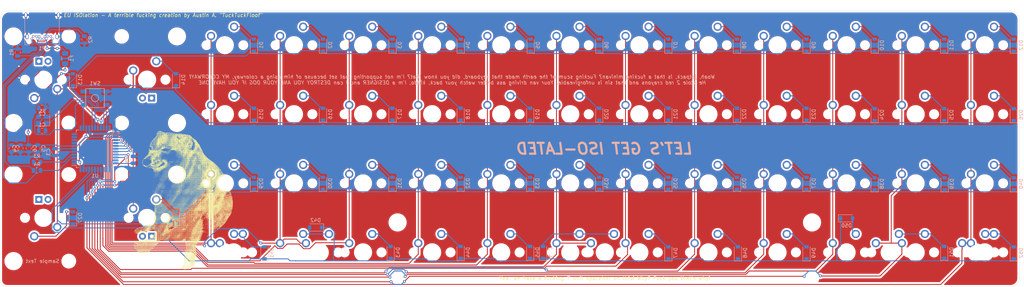
<source format=kicad_pcb>
(kicad_pcb (version 20171130) (host pcbnew "(5.1.5)-3")
  (layers (0 F.Cu signal) (31 B.Cu signal) (34 B.Paste user) (35 F.Paste user) (36 B.SilkS user) (37 F.SilkS user) (38 B.Mask user) (39 F.Mask user) (44 Edge.Cuts user))
  (net 0 "")
  (net 1 GND)
  (net 2 "Net-(C1-Pad1)")
  (net 3 "Net-(C2-Pad1)")
  (net 4 "Net-(C3-Pad1)")
  (net 5 +5V)
  (net 6 "Net-(D1-Pad2)")
  (net 7 ROW0)
  (net 8 "Net-(D2-Pad2)")
  (net 9 "Net-(D3-Pad2)")
  (net 10 "Net-(D4-Pad2)")
  (net 11 "Net-(D5-Pad2)")
  (net 12 "Net-(D6-Pad2)")
  (net 13 "Net-(D7-Pad2)")
  (net 14 "Net-(D8-Pad2)")
  (net 15 "Net-(D9-Pad2)")
  (net 16 "Net-(D10-Pad2)")
  (net 17 "Net-(D11-Pad2)")
  (net 18 "Net-(D12-Pad2)")
  (net 19 "Net-(D13-Pad2)")
  (net 20 ROW1)
  (net 21 "Net-(D14-Pad2)")
  (net 22 "Net-(D15-Pad2)")
  (net 23 "Net-(D16-Pad2)")
  (net 24 "Net-(D17-Pad2)")
  (net 25 "Net-(D18-Pad2)")
  (net 26 "Net-(D19-Pad2)")
  (net 27 "Net-(D20-Pad2)")
  (net 28 "Net-(D21-Pad2)")
  (net 29 "Net-(D22-Pad2)")
  (net 30 "Net-(D23-Pad2)")
  (net 31 "Net-(D24-Pad2)")
  (net 32 "Net-(D25-Pad2)")
  (net 33 "Net-(D26-Pad2)")
  (net 34 "Net-(D27-Pad2)")
  (net 35 ROW2)
  (net 36 "Net-(D28-Pad2)")
  (net 37 "Net-(D29-Pad2)")
  (net 38 "Net-(D30-Pad2)")
  (net 39 "Net-(D31-Pad2)")
  (net 40 "Net-(D32-Pad2)")
  (net 41 "Net-(D33-Pad2)")
  (net 42 "Net-(D34-Pad2)")
  (net 43 "Net-(D35-Pad2)")
  (net 44 "Net-(D36-Pad2)")
  (net 45 "Net-(D37-Pad2)")
  (net 46 "Net-(D38-Pad2)")
  (net 47 "Net-(D39-Pad2)")
  (net 48 "Net-(D40-Pad2)")
  (net 49 "Net-(D41-Pad2)")
  (net 50 ROW3)
  (net 51 "Net-(D42-Pad2)")
  (net 52 "Net-(D43-Pad2)")
  (net 53 "Net-(D44-Pad2)")
  (net 54 "Net-(D45-Pad2)")
  (net 55 "Net-(D46-Pad2)")
  (net 56 "Net-(D47-Pad2)")
  (net 57 "Net-(D48-Pad2)")
  (net 58 "Net-(D49-Pad2)")
  (net 59 "Net-(D50-Pad2)")
  (net 60 "Net-(D51-Pad2)")
  (net 61 "Net-(D52-Pad2)")
  (net 62 COL2)
  (net 63 COL3)
  (net 64 COL4)
  (net 65 COL5)
  (net 66 COL6)
  (net 67 COL7)
  (net 68 COL8)
  (net 69 COL9)
  (net 70 COL10)
  (net 71 COL11)
  (net 72 COL12)
  (net 73 COL13)
  (net 74 COL0)
  (net 75 COL1)
  (net 76 "Net-(P1-PadA5)")
  (net 77 "Net-(P1-PadB5)")
  (net 78 "Net-(P1-PadA6)")
  (net 79 "Net-(R3-Pad1)")
  (net 80 "Net-(P1-PadA7)")
  (net 81 "Net-(R4-Pad1)")
  (net 82 "Net-(R5-Pad2)")
  (net 83 "Net-(SW1-Pad2)")
  (net 84 "Net-(U1-Pad42)")
  (net 85 "Net-(U1-Pad22)")
  (net 86 "Net-(U1-Pad12)")
  (net 87 "Net-(U1-Pad11)")
  (net 88 "Net-(U1-Pad10)")
  (net 89 "Net-(U1-Pad9)")
  (net 90 "Net-(U1-Pad8)")
  (net 91 "Net-(U1-Pad1)")
  (net 92 "Net-(F1-Pad2)")
  (module cheems:cheems (layer F.Cu) (at 56.388 107.061)
    (fp_text reference G*** hide)
    (fp_text value LOGO hide)
  )
  (module MX_Only:MXOnly-1.25U-NoLED (layer F.Cu) (at 276.225 121.539)
    (fp_text reference MX57)
    (fp_text value MX-NoLED)
    (pad 2 thru_hole circle (at 2.54 -5.08) (size 2.25 2.25) (drill 1.47) (layers *.Cu B.Mask) (net 61 "Net-(D52-Pad2)"))
    (pad "" np_thru_hole circle (at 0 0) (size 3.9878 3.9878) (drill 3.9878) (layers *.Cu *.Mask))
    (pad 1 thru_hole circle (at -3.81 -2.54) (size 2.25 2.25) (drill 1.47) (layers *.Cu B.Mask) (net 73 COL13))
    (pad "" np_thru_hole circle (at -5.08 0 48.0996) (size 1.75 1.75) (drill 1.75) (layers *.Cu *.Mask))
    (pad "" np_thru_hole circle (at 5.08 0 48.0996) (size 1.75 1.75) (drill 1.75) (layers *.Cu *.Mask))
  )
  (module MX_Only:MXOnly-1.25U-NoLED (layer F.Cu) (at 252.417 121.539)
    (fp_text reference MX56)
    (fp_text value MX-NoLED)
    (pad 2 thru_hole circle (at 2.54 -5.08) (size 2.25 2.25) (drill 1.47) (layers *.Cu B.Mask) (net 60 "Net-(D51-Pad2)"))
    (pad "" np_thru_hole circle (at 0 0) (size 3.9878 3.9878) (drill 3.9878) (layers *.Cu *.Mask))
    (pad 1 thru_hole circle (at -3.81 -2.54) (size 2.25 2.25) (drill 1.47) (layers *.Cu B.Mask) (net 72 COL12))
    (pad "" np_thru_hole circle (at -5.08 0 48.0996) (size 1.75 1.75) (drill 1.75) (layers *.Cu *.Mask))
    (pad "" np_thru_hole circle (at 5.08 0 48.0996) (size 1.75 1.75) (drill 1.75) (layers *.Cu *.Mask))
  )
  (module MX_Only:MXOnly-1.25U-NoLED (layer F.Cu) (at 95.25 121.546)
    (fp_text reference MX55)
    (fp_text value MX-NoLED)
    (pad 2 thru_hole circle (at 2.54 -5.08) (size 2.25 2.25) (drill 1.47) (layers *.Cu B.Mask) (net 51 "Net-(D42-Pad2)"))
    (pad "" np_thru_hole circle (at 0 0) (size 3.9878 3.9878) (drill 3.9878) (layers *.Cu *.Mask))
    (pad 1 thru_hole circle (at -3.81 -2.54) (size 2.25 2.25) (drill 1.47) (layers *.Cu B.Mask) (net 63 COL3))
    (pad "" np_thru_hole circle (at -5.08 0 48.0996) (size 1.75 1.75) (drill 1.75) (layers *.Cu *.Mask))
    (pad "" np_thru_hole circle (at 5.08 0 48.0996) (size 1.75 1.75) (drill 1.75) (layers *.Cu *.Mask))
  )
  (module MX_Only:MXOnly-1.25U-NoLED (layer F.Cu) (at 71.501 121.539)
    (fp_text reference MX54)
    (fp_text value MX-NoLED)
    (pad 2 thru_hole circle (at 2.54 -5.08) (size 2.25 2.25) (drill 1.47) (layers *.Cu B.Mask) (net 49 "Net-(D41-Pad2)"))
    (pad "" np_thru_hole circle (at 0 0) (size 3.9878 3.9878) (drill 3.9878) (layers *.Cu *.Mask))
    (pad 1 thru_hole circle (at -3.81 -2.54) (size 2.25 2.25) (drill 1.47) (layers *.Cu B.Mask) (net 62 COL2))
    (pad "" np_thru_hole circle (at -5.08 0 48.0996) (size 1.75 1.75) (drill 1.75) (layers *.Cu *.Mask))
    (pad "" np_thru_hole circle (at 5.08 0 48.0996) (size 1.75 1.75) (drill 1.75) (layers *.Cu *.Mask))
  )
  (module MX_Only:MXOnly-7U-ReversedStabilizers-NoLED (layer F.Cu) (at 173.863 121.539)
    (fp_text reference MX53)
    (fp_text value MX-NoLED)
    (pad 2 thru_hole circle (at 2.54 -5.08) (size 2.25 2.25) (drill 1.47) (layers *.Cu B.Mask) (net 55 "Net-(D46-Pad2)"))
    (pad "" np_thru_hole circle (at 0 0) (size 3.9878 3.9878) (drill 3.9878) (layers *.Cu *.Mask))
    (pad 1 thru_hole circle (at -3.81 -2.54) (size 2.25 2.25) (drill 1.47) (layers *.Cu B.Mask) (net 67 COL7))
    (pad "" np_thru_hole circle (at -5.08 0 48.0996) (size 1.75 1.75) (drill 1.75) (layers *.Cu *.Mask))
    (pad "" np_thru_hole circle (at 5.08 0 48.0996) (size 1.75 1.75) (drill 1.75) (layers *.Cu *.Mask))
    (pad "" np_thru_hole circle (at -57.15 6.985) (size 3.048 3.048) (drill 3.048) (layers *.Cu *.Mask))
    (pad "" np_thru_hole circle (at 57.15 6.985) (size 3.048 3.048) (drill 3.048) (layers *.Cu *.Mask))
    (pad "" np_thru_hole circle (at -57.15 -8.255) (size 3.9878 3.9878) (drill 3.9878) (layers *.Cu *.Mask))
    (pad "" np_thru_hole circle (at 57.15 -8.255) (size 3.9878 3.9878) (drill 3.9878) (layers *.Cu *.Mask))
  )
  (module Fuse:Fuse_1206_3216Metric (layer B.Cu) (at 25.019 68.072 90)
    (fp_text reference F1 (at 0 1.82 90) (layer B.SilkS) (effects (justify mirror)))
    (fp_text value 500mA)
    (pad 2 smd roundrect (at 1.4 0 90) (size 1.25 1.75) (layers B.Cu B.Paste B.Mask) (roundrect_rratio 0.2) (net 92 "Net-(F1-Pad2)"))
    (pad 1 smd roundrect (at -1.4 0 90) (size 1.25 1.75) (layers B.Cu B.Paste B.Mask) (roundrect_rratio 0.2) (net 5 +5V))
  )
  (module Connector_USB:USB_C_Receptacle_Amphenol_12401548E4-2A (layer B.Cu) (at 18.669 58.928)
    (fp_text reference P1 (at 0 6.36) (layer B.SilkS) (effects (justify mirror)))
    (fp_text value USB_C_Plug_USB2.0)
    (pad B11 thru_hole circle (at -2.4 3.01) (size 0.65 0.65) (drill 0.4) (layers *.Cu *.Mask))
    (pad B10 thru_hole circle (at -1.6 3.01) (size 0.65 0.65) (drill 0.4) (layers *.Cu *.Mask))
    (pad B8 thru_hole circle (at -0.8 3.01) (size 0.65 0.65) (drill 0.4) (layers *.Cu *.Mask))
    (pad B5 thru_hole circle (at 0.8 3.01) (size 0.65 0.65) (drill 0.4) (layers *.Cu *.Mask) (net 77 "Net-(P1-PadB5)"))
    (pad B3 thru_hole circle (at 1.6 3.01) (size 0.65 0.65) (drill 0.4) (layers *.Cu *.Mask))
    (pad B2 thru_hole circle (at 2.4 3.01) (size 0.65 0.65) (drill 0.4) (layers *.Cu *.Mask))
    (pad B12 thru_hole circle (at -2.8 3.71) (size 0.65 0.65) (drill 0.4) (layers *.Cu *.Mask) (net 1 GND))
    (pad B9 thru_hole circle (at -1.2 3.71) (size 0.65 0.65) (drill 0.4) (layers *.Cu *.Mask) (net 92 "Net-(F1-Pad2)"))
    (pad B7 thru_hole circle (at -0.4 3.71) (size 0.65 0.65) (drill 0.4) (layers *.Cu *.Mask))
    (pad B6 thru_hole circle (at 0.4 3.71) (size 0.65 0.65) (drill 0.4) (layers *.Cu *.Mask))
    (pad B4 thru_hole circle (at 1.2 3.71) (size 0.65 0.65) (drill 0.4) (layers *.Cu *.Mask) (net 92 "Net-(F1-Pad2)"))
    (pad B1 thru_hole circle (at 2.8 3.71) (size 0.65 0.65) (drill 0.4) (layers *.Cu *.Mask) (net 1 GND))
    (pad "" np_thru_hole circle (at -3.6 4.36) (size 0.65 0.65) (drill 0.65) (layers *.Cu *.Mask))
    (pad "" np_thru_hole oval (at 3.6 4.36) (size 0.95 0.65) (drill oval 0.95 0.65) (layers *.Cu *.Mask))
    (pad S1 thru_hole oval (at -4.49 -2.84) (size 0.8 1.4) (drill oval 0.5 1.1) (layers *.Cu *.Mask) (net 1 GND))
    (pad S1 thru_hole oval (at 4.49 -2.84) (size 0.8 1.4) (drill oval 0.5 1.1) (layers *.Cu *.Mask) (net 1 GND))
    (pad S1 thru_hole oval (at 4.13 3.11) (size 0.8 1.4) (drill oval 0.5 1.1) (layers *.Cu *.Mask) (net 1 GND))
    (pad A11 smd rect (at 2.25 5.02) (size 0.3 0.7) (layers B.Cu B.Paste B.Mask))
    (pad A8 smd rect (at 0.75 5.02) (size 0.3 0.7) (layers B.Cu B.Paste B.Mask))
    (pad A9 smd rect (at 1.25 5.02) (size 0.3 0.7) (layers B.Cu B.Paste B.Mask) (net 92 "Net-(F1-Pad2)"))
    (pad A10 smd rect (at 1.75 5.02) (size 0.3 0.7) (layers B.Cu B.Paste B.Mask))
    (pad A12 smd rect (at 2.75 5.02) (size 0.3 0.7) (layers B.Cu B.Paste B.Mask) (net 1 GND))
    (pad A7 smd rect (at 0.25 5.02) (size 0.3 0.7) (layers B.Cu B.Paste B.Mask) (net 80 "Net-(P1-PadA7)"))
    (pad A6 smd rect (at -0.25 5.02) (size 0.3 0.7) (layers B.Cu B.Paste B.Mask) (net 78 "Net-(P1-PadA6)"))
    (pad A5 smd rect (at -0.75 5.02) (size 0.3 0.7) (layers B.Cu B.Paste B.Mask) (net 76 "Net-(P1-PadA5)"))
    (pad A4 smd rect (at -1.25 5.02) (size 0.3 0.7) (layers B.Cu B.Paste B.Mask) (net 92 "Net-(F1-Pad2)"))
    (pad A3 smd rect (at -1.75 5.02) (size 0.3 0.7) (layers B.Cu B.Paste B.Mask))
    (pad A2 smd rect (at -2.25 5.02) (size 0.3 0.7) (layers B.Cu B.Paste B.Mask))
    (pad A1 smd rect (at -2.75 5.02) (size 0.3 0.7) (layers B.Cu B.Paste B.Mask) (net 1 GND))
    (pad S1 thru_hole oval (at -4.13 3.11) (size 0.8 1.4) (drill oval 0.5 1.1) (layers *.Cu *.Mask) (net 1 GND))
  )
  (module Crystal:Crystal_SMD_3225-4Pin_3.2x2.5mm (layer B.Cu) (at 18.753 85.002 180)
    (fp_text reference Y1 (at 0 2.45) (layer B.SilkS) (effects (justify mirror)))
    (fp_text value 16MHz)
    (pad 4 smd rect (at -1.1 0.85 180) (size 1.4 1.2) (layers B.Cu B.Paste B.Mask) (net 1 GND))
    (pad 3 smd rect (at 1.1 0.85 180) (size 1.4 1.2) (layers B.Cu B.Paste B.Mask) (net 3 "Net-(C2-Pad1)"))
    (pad 2 smd rect (at 1.1 -0.85 180) (size 1.4 1.2) (layers B.Cu B.Paste B.Mask) (net 1 GND))
    (pad 1 smd rect (at -1.1 -0.85 180) (size 1.4 1.2) (layers B.Cu B.Paste B.Mask) (net 2 "Net-(C1-Pad1)"))
  )
  (module Package_QFP:TQFP-44_10x10mm_P0.8mm (layer B.Cu) (at 33.274 92.964)
    (fp_text reference U1 (at 0 7.45) (layer B.SilkS) (effects (justify mirror)))
    (fp_text value ATmega32U4-AU)
    (pad 44 smd rect (at -4 5.7 270) (size 1.5 0.55) (layers B.Cu B.Paste B.Mask) (net 5 +5V))
    (pad 43 smd rect (at -3.2 5.7 270) (size 1.5 0.55) (layers B.Cu B.Paste B.Mask) (net 1 GND))
    (pad 42 smd rect (at -2.4 5.7 270) (size 1.5 0.55) (layers B.Cu B.Paste B.Mask) (net 84 "Net-(U1-Pad42)"))
    (pad 41 smd rect (at -1.6 5.7 270) (size 1.5 0.55) (layers B.Cu B.Paste B.Mask) (net 50 ROW3))
    (pad 40 smd rect (at -0.8 5.7 270) (size 1.5 0.55) (layers B.Cu B.Paste B.Mask) (net 35 ROW2))
    (pad 39 smd rect (at 0 5.7 270) (size 1.5 0.55) (layers B.Cu B.Paste B.Mask) (net 73 COL13))
    (pad 38 smd rect (at 0.8 5.7 270) (size 1.5 0.55) (layers B.Cu B.Paste B.Mask) (net 72 COL12))
    (pad 37 smd rect (at 1.6 5.7 270) (size 1.5 0.55) (layers B.Cu B.Paste B.Mask) (net 71 COL11))
    (pad 36 smd rect (at 2.4 5.7 270) (size 1.5 0.55) (layers B.Cu B.Paste B.Mask) (net 70 COL10))
    (pad 35 smd rect (at 3.2 5.7 270) (size 1.5 0.55) (layers B.Cu B.Paste B.Mask) (net 1 GND))
    (pad 34 smd rect (at 4 5.7 270) (size 1.5 0.55) (layers B.Cu B.Paste B.Mask) (net 5 +5V))
    (pad 33 smd rect (at 5.7 4) (size 1.5 0.55) (layers B.Cu B.Paste B.Mask) (net 82 "Net-(R5-Pad2)"))
    (pad 32 smd rect (at 5.7 3.2) (size 1.5 0.55) (layers B.Cu B.Paste B.Mask) (net 69 COL9))
    (pad 31 smd rect (at 5.7 2.4) (size 1.5 0.55) (layers B.Cu B.Paste B.Mask) (net 68 COL8))
    (pad 30 smd rect (at 5.7 1.6) (size 1.5 0.55) (layers B.Cu B.Paste B.Mask) (net 67 COL7))
    (pad 29 smd rect (at 5.7 0.8) (size 1.5 0.55) (layers B.Cu B.Paste B.Mask) (net 66 COL6))
    (pad 28 smd rect (at 5.7 0) (size 1.5 0.55) (layers B.Cu B.Paste B.Mask) (net 65 COL5))
    (pad 27 smd rect (at 5.7 -0.8) (size 1.5 0.55) (layers B.Cu B.Paste B.Mask) (net 64 COL4))
    (pad 26 smd rect (at 5.7 -1.6) (size 1.5 0.55) (layers B.Cu B.Paste B.Mask) (net 63 COL3))
    (pad 25 smd rect (at 5.7 -2.4) (size 1.5 0.55) (layers B.Cu B.Paste B.Mask) (net 62 COL2))
    (pad 24 smd rect (at 5.7 -3.2) (size 1.5 0.55) (layers B.Cu B.Paste B.Mask) (net 5 +5V))
    (pad 23 smd rect (at 5.7 -4) (size 1.5 0.55) (layers B.Cu B.Paste B.Mask) (net 1 GND))
    (pad 22 smd rect (at 4 -5.7 270) (size 1.5 0.55) (layers B.Cu B.Paste B.Mask) (net 85 "Net-(U1-Pad22)"))
    (pad 21 smd rect (at 3.2 -5.7 270) (size 1.5 0.55) (layers B.Cu B.Paste B.Mask) (net 20 ROW1))
    (pad 20 smd rect (at 2.4 -5.7 270) (size 1.5 0.55) (layers B.Cu B.Paste B.Mask) (net 7 ROW0))
    (pad 19 smd rect (at 1.6 -5.7 270) (size 1.5 0.55) (layers B.Cu B.Paste B.Mask) (net 75 COL1))
    (pad 18 smd rect (at 0.8 -5.7 270) (size 1.5 0.55) (layers B.Cu B.Paste B.Mask) (net 74 COL0))
    (pad 17 smd rect (at 0 -5.7 270) (size 1.5 0.55) (layers B.Cu B.Paste B.Mask) (net 2 "Net-(C1-Pad1)"))
    (pad 16 smd rect (at -0.8 -5.7 270) (size 1.5 0.55) (layers B.Cu B.Paste B.Mask) (net 3 "Net-(C2-Pad1)"))
    (pad 15 smd rect (at -1.6 -5.7 270) (size 1.5 0.55) (layers B.Cu B.Paste B.Mask) (net 1 GND))
    (pad 14 smd rect (at -2.4 -5.7 270) (size 1.5 0.55) (layers B.Cu B.Paste B.Mask) (net 5 +5V))
    (pad 13 smd rect (at -3.2 -5.7 270) (size 1.5 0.55) (layers B.Cu B.Paste B.Mask) (net 83 "Net-(SW1-Pad2)"))
    (pad 12 smd rect (at -4 -5.7 270) (size 1.5 0.55) (layers B.Cu B.Paste B.Mask) (net 86 "Net-(U1-Pad12)"))
    (pad 11 smd rect (at -5.7 -4) (size 1.5 0.55) (layers B.Cu B.Paste B.Mask) (net 87 "Net-(U1-Pad11)"))
    (pad 10 smd rect (at -5.7 -3.2) (size 1.5 0.55) (layers B.Cu B.Paste B.Mask) (net 88 "Net-(U1-Pad10)"))
    (pad 9 smd rect (at -5.7 -2.4) (size 1.5 0.55) (layers B.Cu B.Paste B.Mask) (net 89 "Net-(U1-Pad9)"))
    (pad 8 smd rect (at -5.7 -1.6) (size 1.5 0.55) (layers B.Cu B.Paste B.Mask) (net 90 "Net-(U1-Pad8)"))
    (pad 7 smd rect (at -5.7 -0.8) (size 1.5 0.55) (layers B.Cu B.Paste B.Mask) (net 5 +5V))
    (pad 6 smd rect (at -5.7 0) (size 1.5 0.55) (layers B.Cu B.Paste B.Mask) (net 4 "Net-(C3-Pad1)"))
    (pad 5 smd rect (at -5.7 0.8) (size 1.5 0.55) (layers B.Cu B.Paste B.Mask) (net 1 GND))
    (pad 4 smd rect (at -5.7 1.6) (size 1.5 0.55) (layers B.Cu B.Paste B.Mask) (net 79 "Net-(R3-Pad1)"))
    (pad 3 smd rect (at -5.7 2.4) (size 1.5 0.55) (layers B.Cu B.Paste B.Mask) (net 81 "Net-(R4-Pad1)"))
    (pad 2 smd rect (at -5.7 3.2) (size 1.5 0.55) (layers B.Cu B.Paste B.Mask) (net 5 +5V))
    (pad 1 smd rect (at -5.7 4) (size 1.5 0.55) (layers B.Cu B.Paste B.Mask) (net 91 "Net-(U1-Pad1)"))
  )
  (module random-keyboard-parts:SKQG-1155865 (layer B.Cu) (at 33.274 78.994)
    (fp_text reference SW1 (at 0 -4.064) (layer B.SilkS) (effects (justify mirror)))
    (fp_text value SW_Push)
    (pad 4 smd rect (at -3.1 -1.85) (size 1.8 1.1) (layers B.Cu B.Paste B.Mask))
    (pad 3 smd rect (at 3.1 1.85) (size 1.8 1.1) (layers B.Cu B.Paste B.Mask))
    (pad 2 smd rect (at -3.1 1.85) (size 1.8 1.1) (layers B.Cu B.Paste B.Mask) (net 83 "Net-(SW1-Pad2)"))
    (pad 1 smd rect (at 3.1 -1.85) (size 1.8 1.1) (layers B.Cu B.Paste B.Mask) (net 1 GND))
  )
  (module Resistor_SMD:R_0805_2012Metric (layer B.Cu) (at 43.815 96.012 270)
    (fp_text reference R5 (at 0 1.65 270) (layer B.SilkS) (effects (justify mirror)))
    (fp_text value 10k)
    (pad 2 smd roundrect (at 0.9375 0 270) (size 0.975 1.4) (layers B.Cu B.Paste B.Mask) (net 82 "Net-(R5-Pad2)"))
    (pad 1 smd roundrect (at -0.9375 0 270) (size 0.975 1.4) (layers B.Cu B.Paste B.Mask) (net 1 GND))
  )
  (module Resistor_SMD:R_0805_2012Metric (layer B.Cu) (at 17.272 98.933 180)
    (fp_text reference R4 (at 0 1.65) (layer B.SilkS) (effects (justify mirror)))
    (fp_text value 22)
    (pad 2 smd roundrect (at 0.9375 0 180) (size 0.975 1.4) (layers B.Cu B.Paste B.Mask) (net 80 "Net-(P1-PadA7)"))
    (pad 1 smd roundrect (at -0.9375 0 180) (size 0.975 1.4) (layers B.Cu B.Paste B.Mask) (net 81 "Net-(R4-Pad1)"))
  )
  (module Resistor_SMD:R_0805_2012Metric (layer B.Cu) (at 17.272 96.647 180)
    (fp_text reference R3 (at 0 1.65) (layer B.SilkS) (effects (justify mirror)))
    (fp_text value 22)
    (pad 2 smd roundrect (at 0.9375 0 180) (size 0.975 1.4) (layers B.Cu B.Paste B.Mask) (net 78 "Net-(P1-PadA6)"))
    (pad 1 smd roundrect (at -0.9375 0 180) (size 0.975 1.4) (layers B.Cu B.Paste B.Mask) (net 79 "Net-(R3-Pad1)"))
  )
  (module Resistor_SMD:R_0805_2012Metric (layer B.Cu) (at 30.353 62.865 90)
    (fp_text reference R2 (at 0 1.65 90) (layer B.SilkS) (effects (justify mirror)))
    (fp_text value 5.1k)
    (pad 2 smd roundrect (at 0.9375 0 90) (size 0.975 1.4) (layers B.Cu B.Paste B.Mask) (net 77 "Net-(P1-PadB5)"))
    (pad 1 smd roundrect (at -0.9375 0 90) (size 0.975 1.4) (layers B.Cu B.Paste B.Mask) (net 1 GND))
  )
  (module Resistor_SMD:R_0805_2012Metric (layer B.Cu) (at 11.938 66.421 270)
    (fp_text reference R1 (at 0 1.65 90) (layer B.SilkS) (effects (justify mirror)))
    (fp_text value 5.1k)
    (pad 2 smd roundrect (at 0.9375 0 270) (size 0.975 1.4) (layers B.Cu B.Paste B.Mask) (net 76 "Net-(P1-PadA5)"))
    (pad 1 smd roundrect (at -0.9375 0 270) (size 0.975 1.4) (layers B.Cu B.Paste B.Mask) (net 1 GND))
  )
  (module MX_Only:MXOnly-1U-NoLED (layer F.Cu) (at 278.638 121.539)
    (fp_text reference MX52)
    (fp_text value MX-NoLED)
    (pad 2 thru_hole circle (at 2.54 -5.08) (size 2.25 2.25) (drill 1.47) (layers *.Cu B.Mask) (net 61 "Net-(D52-Pad2)"))
    (pad "" np_thru_hole circle (at 0 0) (size 3.9878 3.9878) (drill 3.9878) (layers *.Cu *.Mask))
    (pad 1 thru_hole circle (at -3.81 -2.54) (size 2.25 2.25) (drill 1.47) (layers *.Cu B.Mask) (net 73 COL13))
    (pad "" np_thru_hole circle (at -5.08 0 48.0996) (size 1.75 1.75) (drill 1.75) (layers *.Cu *.Mask))
    (pad "" np_thru_hole circle (at 5.08 0 48.0996) (size 1.75 1.75) (drill 1.75) (layers *.Cu *.Mask))
  )
  (module MX_Only:MXOnly-1U-NoLED (layer F.Cu) (at 259.588 121.539)
    (fp_text reference MX51)
    (fp_text value MX-NoLED)
    (pad 2 thru_hole circle (at 2.54 -5.08) (size 2.25 2.25) (drill 1.47) (layers *.Cu B.Mask) (net 60 "Net-(D51-Pad2)"))
    (pad "" np_thru_hole circle (at 0 0) (size 3.9878 3.9878) (drill 3.9878) (layers *.Cu *.Mask))
    (pad 1 thru_hole circle (at -3.81 -2.54) (size 2.25 2.25) (drill 1.47) (layers *.Cu B.Mask) (net 72 COL12))
    (pad "" np_thru_hole circle (at -5.08 0 48.0996) (size 1.75 1.75) (drill 1.75) (layers *.Cu *.Mask))
    (pad "" np_thru_hole circle (at 5.08 0 48.0996) (size 1.75 1.75) (drill 1.75) (layers *.Cu *.Mask))
  )
  (module MX_Only:MXOnly-1U-NoLED (layer F.Cu) (at 240.538 121.539)
    (fp_text reference MX50)
    (fp_text value MX-NoLED)
    (pad 2 thru_hole circle (at 2.54 -5.08) (size 2.25 2.25) (drill 1.47) (layers *.Cu B.Mask) (net 59 "Net-(D50-Pad2)"))
    (pad "" np_thru_hole circle (at 0 0) (size 3.9878 3.9878) (drill 3.9878) (layers *.Cu *.Mask))
    (pad 1 thru_hole circle (at -3.81 -2.54) (size 2.25 2.25) (drill 1.47) (layers *.Cu B.Mask) (net 71 COL11))
    (pad "" np_thru_hole circle (at -5.08 0 48.0996) (size 1.75 1.75) (drill 1.75) (layers *.Cu *.Mask))
    (pad "" np_thru_hole circle (at 5.08 0 48.0996) (size 1.75 1.75) (drill 1.75) (layers *.Cu *.Mask))
  )
  (module MX_Only:MXOnly-1U-NoLED (layer F.Cu) (at 221.488 121.539)
    (fp_text reference MX49)
    (fp_text value MX-NoLED)
    (pad 2 thru_hole circle (at 2.54 -5.08) (size 2.25 2.25) (drill 1.47) (layers *.Cu B.Mask) (net 58 "Net-(D49-Pad2)"))
    (pad "" np_thru_hole circle (at 0 0) (size 3.9878 3.9878) (drill 3.9878) (layers *.Cu *.Mask))
    (pad 1 thru_hole circle (at -3.81 -2.54) (size 2.25 2.25) (drill 1.47) (layers *.Cu B.Mask) (net 70 COL10))
    (pad "" np_thru_hole circle (at -5.08 0 48.0996) (size 1.75 1.75) (drill 1.75) (layers *.Cu *.Mask))
    (pad "" np_thru_hole circle (at 5.08 0 48.0996) (size 1.75 1.75) (drill 1.75) (layers *.Cu *.Mask))
  )
  (module MX_Only:MXOnly-1U-NoLED (layer F.Cu) (at 202.438 121.539)
    (fp_text reference MX48)
    (fp_text value MX-NoLED)
    (pad 2 thru_hole circle (at 2.54 -5.08) (size 2.25 2.25) (drill 1.47) (layers *.Cu B.Mask) (net 57 "Net-(D48-Pad2)"))
    (pad "" np_thru_hole circle (at 0 0) (size 3.9878 3.9878) (drill 3.9878) (layers *.Cu *.Mask))
    (pad 1 thru_hole circle (at -3.81 -2.54) (size 2.25 2.25) (drill 1.47) (layers *.Cu B.Mask) (net 69 COL9))
    (pad "" np_thru_hole circle (at -5.08 0 48.0996) (size 1.75 1.75) (drill 1.75) (layers *.Cu *.Mask))
    (pad "" np_thru_hole circle (at 5.08 0 48.0996) (size 1.75 1.75) (drill 1.75) (layers *.Cu *.Mask))
  )
  (module MX_Only:MXOnly-1U-NoLED (layer F.Cu) (at 183.388 121.539)
    (fp_text reference MX47)
    (fp_text value MX-NoLED)
    (pad 2 thru_hole circle (at 2.54 -5.08) (size 2.25 2.25) (drill 1.47) (layers *.Cu B.Mask) (net 56 "Net-(D47-Pad2)"))
    (pad "" np_thru_hole circle (at 0 0) (size 3.9878 3.9878) (drill 3.9878) (layers *.Cu *.Mask))
    (pad 1 thru_hole circle (at -3.81 -2.54) (size 2.25 2.25) (drill 1.47) (layers *.Cu B.Mask) (net 68 COL8))
    (pad "" np_thru_hole circle (at -5.08 0 48.0996) (size 1.75 1.75) (drill 1.75) (layers *.Cu *.Mask))
    (pad "" np_thru_hole circle (at 5.08 0 48.0996) (size 1.75 1.75) (drill 1.75) (layers *.Cu *.Mask))
  )
  (module MX_Only:MXOnly-1U-NoLED (layer F.Cu) (at 164.338 121.539)
    (fp_text reference MX46)
    (fp_text value MX-NoLED)
    (pad 2 thru_hole circle (at 2.54 -5.08) (size 2.25 2.25) (drill 1.47) (layers *.Cu B.Mask) (net 55 "Net-(D46-Pad2)"))
    (pad "" np_thru_hole circle (at 0 0) (size 3.9878 3.9878) (drill 3.9878) (layers *.Cu *.Mask))
    (pad 1 thru_hole circle (at -3.81 -2.54) (size 2.25 2.25) (drill 1.47) (layers *.Cu B.Mask) (net 67 COL7))
    (pad "" np_thru_hole circle (at -5.08 0 48.0996) (size 1.75 1.75) (drill 1.75) (layers *.Cu *.Mask))
    (pad "" np_thru_hole circle (at 5.08 0 48.0996) (size 1.75 1.75) (drill 1.75) (layers *.Cu *.Mask))
  )
  (module MX_Only:MXOnly-1U-NoLED (layer F.Cu) (at 145.288 121.539)
    (fp_text reference MX45)
    (fp_text value MX-NoLED)
    (pad 2 thru_hole circle (at 2.54 -5.08) (size 2.25 2.25) (drill 1.47) (layers *.Cu B.Mask) (net 54 "Net-(D45-Pad2)"))
    (pad "" np_thru_hole circle (at 0 0) (size 3.9878 3.9878) (drill 3.9878) (layers *.Cu *.Mask))
    (pad 1 thru_hole circle (at -3.81 -2.54) (size 2.25 2.25) (drill 1.47) (layers *.Cu B.Mask) (net 66 COL6))
    (pad "" np_thru_hole circle (at -5.08 0 48.0996) (size 1.75 1.75) (drill 1.75) (layers *.Cu *.Mask))
    (pad "" np_thru_hole circle (at 5.08 0 48.0996) (size 1.75 1.75) (drill 1.75) (layers *.Cu *.Mask))
  )
  (module MX_Only:MXOnly-1U-NoLED (layer F.Cu) (at 126.238 121.539)
    (fp_text reference MX44)
    (fp_text value MX-NoLED)
    (pad 2 thru_hole circle (at 2.54 -5.08) (size 2.25 2.25) (drill 1.47) (layers *.Cu B.Mask) (net 53 "Net-(D44-Pad2)"))
    (pad "" np_thru_hole circle (at 0 0) (size 3.9878 3.9878) (drill 3.9878) (layers *.Cu *.Mask))
    (pad 1 thru_hole circle (at -3.81 -2.54) (size 2.25 2.25) (drill 1.47) (layers *.Cu B.Mask) (net 65 COL5))
    (pad "" np_thru_hole circle (at -5.08 0 48.0996) (size 1.75 1.75) (drill 1.75) (layers *.Cu *.Mask))
    (pad "" np_thru_hole circle (at 5.08 0 48.0996) (size 1.75 1.75) (drill 1.75) (layers *.Cu *.Mask))
  )
  (module MX_Only:MXOnly-1U-NoLED (layer F.Cu) (at 107.188 121.539)
    (fp_text reference MX43)
    (fp_text value MX-NoLED)
    (pad 2 thru_hole circle (at 2.54 -5.08) (size 2.25 2.25) (drill 1.47) (layers *.Cu B.Mask) (net 52 "Net-(D43-Pad2)"))
    (pad "" np_thru_hole circle (at 0 0) (size 3.9878 3.9878) (drill 3.9878) (layers *.Cu *.Mask))
    (pad 1 thru_hole circle (at -3.81 -2.54) (size 2.25 2.25) (drill 1.47) (layers *.Cu B.Mask) (net 64 COL4))
    (pad "" np_thru_hole circle (at -5.08 0 48.0996) (size 1.75 1.75) (drill 1.75) (layers *.Cu *.Mask))
    (pad "" np_thru_hole circle (at 5.08 0 48.0996) (size 1.75 1.75) (drill 1.75) (layers *.Cu *.Mask))
  )
  (module MX_Only:MXOnly-1U-NoLED (layer F.Cu) (at 88.138 121.539)
    (fp_text reference MX42)
    (fp_text value MX-NoLED)
    (pad 2 thru_hole circle (at 2.54 -5.08) (size 2.25 2.25) (drill 1.47) (layers *.Cu B.Mask) (net 51 "Net-(D42-Pad2)"))
    (pad "" np_thru_hole circle (at 0 0) (size 3.9878 3.9878) (drill 3.9878) (layers *.Cu *.Mask))
    (pad 1 thru_hole circle (at -3.81 -2.54) (size 2.25 2.25) (drill 1.47) (layers *.Cu B.Mask) (net 63 COL3))
    (pad "" np_thru_hole circle (at -5.08 0 48.0996) (size 1.75 1.75) (drill 1.75) (layers *.Cu *.Mask))
    (pad "" np_thru_hole circle (at 5.08 0 48.0996) (size 1.75 1.75) (drill 1.75) (layers *.Cu *.Mask))
  )
  (module MX_Only:MXOnly-1U-NoLED (layer F.Cu) (at 69.088 121.539)
    (fp_text reference MX41)
    (fp_text value MX-NoLED)
    (pad 2 thru_hole circle (at 2.54 -5.08) (size 2.25 2.25) (drill 1.47) (layers *.Cu B.Mask) (net 49 "Net-(D41-Pad2)"))
    (pad "" np_thru_hole circle (at 0 0) (size 3.9878 3.9878) (drill 3.9878) (layers *.Cu *.Mask))
    (pad 1 thru_hole circle (at -3.81 -2.54) (size 2.25 2.25) (drill 1.47) (layers *.Cu B.Mask) (net 62 COL2))
    (pad "" np_thru_hole circle (at -5.08 0 48.0996) (size 1.75 1.75) (drill 1.75) (layers *.Cu *.Mask))
    (pad "" np_thru_hole circle (at 5.08 0 48.0996) (size 1.75 1.75) (drill 1.75) (layers *.Cu *.Mask))
  )
  (module MX_Only:MXOnly-1U-NoLED (layer F.Cu) (at 278.638 102.489)
    (fp_text reference MX40)
    (fp_text value MX-NoLED)
    (pad 2 thru_hole circle (at 2.54 -5.08) (size 2.25 2.25) (drill 1.47) (layers *.Cu B.Mask) (net 48 "Net-(D40-Pad2)"))
    (pad "" np_thru_hole circle (at 0 0) (size 3.9878 3.9878) (drill 3.9878) (layers *.Cu *.Mask))
    (pad 1 thru_hole circle (at -3.81 -2.54) (size 2.25 2.25) (drill 1.47) (layers *.Cu B.Mask) (net 73 COL13))
    (pad "" np_thru_hole circle (at -5.08 0 48.0996) (size 1.75 1.75) (drill 1.75) (layers *.Cu *.Mask))
    (pad "" np_thru_hole circle (at 5.08 0 48.0996) (size 1.75 1.75) (drill 1.75) (layers *.Cu *.Mask))
  )
  (module MX_Only:MXOnly-1U-NoLED (layer F.Cu) (at 259.588 102.489)
    (fp_text reference MX39)
    (fp_text value MX-NoLED)
    (pad 2 thru_hole circle (at 2.54 -5.08) (size 2.25 2.25) (drill 1.47) (layers *.Cu B.Mask) (net 47 "Net-(D39-Pad2)"))
    (pad "" np_thru_hole circle (at 0 0) (size 3.9878 3.9878) (drill 3.9878) (layers *.Cu *.Mask))
    (pad 1 thru_hole circle (at -3.81 -2.54) (size 2.25 2.25) (drill 1.47) (layers *.Cu B.Mask) (net 72 COL12))
    (pad "" np_thru_hole circle (at -5.08 0 48.0996) (size 1.75 1.75) (drill 1.75) (layers *.Cu *.Mask))
    (pad "" np_thru_hole circle (at 5.08 0 48.0996) (size 1.75 1.75) (drill 1.75) (layers *.Cu *.Mask))
  )
  (module MX_Only:MXOnly-1U-NoLED (layer F.Cu) (at 240.538 102.489)
    (fp_text reference MX38)
    (fp_text value MX-NoLED)
    (pad 2 thru_hole circle (at 2.54 -5.08) (size 2.25 2.25) (drill 1.47) (layers *.Cu B.Mask) (net 46 "Net-(D38-Pad2)"))
    (pad "" np_thru_hole circle (at 0 0) (size 3.9878 3.9878) (drill 3.9878) (layers *.Cu *.Mask))
    (pad 1 thru_hole circle (at -3.81 -2.54) (size 2.25 2.25) (drill 1.47) (layers *.Cu B.Mask) (net 71 COL11))
    (pad "" np_thru_hole circle (at -5.08 0 48.0996) (size 1.75 1.75) (drill 1.75) (layers *.Cu *.Mask))
    (pad "" np_thru_hole circle (at 5.08 0 48.0996) (size 1.75 1.75) (drill 1.75) (layers *.Cu *.Mask))
  )
  (module MX_Only:MXOnly-1U-NoLED (layer F.Cu) (at 221.488 102.489)
    (fp_text reference MX37)
    (fp_text value MX-NoLED)
    (pad 2 thru_hole circle (at 2.54 -5.08) (size 2.25 2.25) (drill 1.47) (layers *.Cu B.Mask) (net 45 "Net-(D37-Pad2)"))
    (pad "" np_thru_hole circle (at 0 0) (size 3.9878 3.9878) (drill 3.9878) (layers *.Cu *.Mask))
    (pad 1 thru_hole circle (at -3.81 -2.54) (size 2.25 2.25) (drill 1.47) (layers *.Cu B.Mask) (net 70 COL10))
    (pad "" np_thru_hole circle (at -5.08 0 48.0996) (size 1.75 1.75) (drill 1.75) (layers *.Cu *.Mask))
    (pad "" np_thru_hole circle (at 5.08 0 48.0996) (size 1.75 1.75) (drill 1.75) (layers *.Cu *.Mask))
  )
  (module MX_Only:MXOnly-1U-NoLED (layer F.Cu) (at 202.438 102.489)
    (fp_text reference MX36)
    (fp_text value MX-NoLED)
    (pad 2 thru_hole circle (at 2.54 -5.08) (size 2.25 2.25) (drill 1.47) (layers *.Cu B.Mask) (net 44 "Net-(D36-Pad2)"))
    (pad "" np_thru_hole circle (at 0 0) (size 3.9878 3.9878) (drill 3.9878) (layers *.Cu *.Mask))
    (pad 1 thru_hole circle (at -3.81 -2.54) (size 2.25 2.25) (drill 1.47) (layers *.Cu B.Mask) (net 69 COL9))
    (pad "" np_thru_hole circle (at -5.08 0 48.0996) (size 1.75 1.75) (drill 1.75) (layers *.Cu *.Mask))
    (pad "" np_thru_hole circle (at 5.08 0 48.0996) (size 1.75 1.75) (drill 1.75) (layers *.Cu *.Mask))
  )
  (module MX_Only:MXOnly-1U-NoLED (layer F.Cu) (at 183.388 102.489)
    (fp_text reference MX35)
    (fp_text value MX-NoLED)
    (pad 2 thru_hole circle (at 2.54 -5.08) (size 2.25 2.25) (drill 1.47) (layers *.Cu B.Mask) (net 43 "Net-(D35-Pad2)"))
    (pad "" np_thru_hole circle (at 0 0) (size 3.9878 3.9878) (drill 3.9878) (layers *.Cu *.Mask))
    (pad 1 thru_hole circle (at -3.81 -2.54) (size 2.25 2.25) (drill 1.47) (layers *.Cu B.Mask) (net 68 COL8))
    (pad "" np_thru_hole circle (at -5.08 0 48.0996) (size 1.75 1.75) (drill 1.75) (layers *.Cu *.Mask))
    (pad "" np_thru_hole circle (at 5.08 0 48.0996) (size 1.75 1.75) (drill 1.75) (layers *.Cu *.Mask))
  )
  (module MX_Only:MXOnly-1U-NoLED (layer F.Cu) (at 164.338 102.489)
    (fp_text reference MX34)
    (fp_text value MX-NoLED)
    (pad 2 thru_hole circle (at 2.54 -5.08) (size 2.25 2.25) (drill 1.47) (layers *.Cu B.Mask) (net 42 "Net-(D34-Pad2)"))
    (pad "" np_thru_hole circle (at 0 0) (size 3.9878 3.9878) (drill 3.9878) (layers *.Cu *.Mask))
    (pad 1 thru_hole circle (at -3.81 -2.54) (size 2.25 2.25) (drill 1.47) (layers *.Cu B.Mask) (net 67 COL7))
    (pad "" np_thru_hole circle (at -5.08 0 48.0996) (size 1.75 1.75) (drill 1.75) (layers *.Cu *.Mask))
    (pad "" np_thru_hole circle (at 5.08 0 48.0996) (size 1.75 1.75) (drill 1.75) (layers *.Cu *.Mask))
  )
  (module MX_Only:MXOnly-1U-NoLED (layer F.Cu) (at 145.288 102.489)
    (fp_text reference MX33)
    (fp_text value MX-NoLED)
    (pad 2 thru_hole circle (at 2.54 -5.08) (size 2.25 2.25) (drill 1.47) (layers *.Cu B.Mask) (net 41 "Net-(D33-Pad2)"))
    (pad "" np_thru_hole circle (at 0 0) (size 3.9878 3.9878) (drill 3.9878) (layers *.Cu *.Mask))
    (pad 1 thru_hole circle (at -3.81 -2.54) (size 2.25 2.25) (drill 1.47) (layers *.Cu B.Mask) (net 66 COL6))
    (pad "" np_thru_hole circle (at -5.08 0 48.0996) (size 1.75 1.75) (drill 1.75) (layers *.Cu *.Mask))
    (pad "" np_thru_hole circle (at 5.08 0 48.0996) (size 1.75 1.75) (drill 1.75) (layers *.Cu *.Mask))
  )
  (module MX_Only:MXOnly-1U-NoLED (layer F.Cu) (at 126.238 102.489)
    (fp_text reference MX32)
    (fp_text value MX-NoLED)
    (pad 2 thru_hole circle (at 2.54 -5.08) (size 2.25 2.25) (drill 1.47) (layers *.Cu B.Mask) (net 40 "Net-(D32-Pad2)"))
    (pad "" np_thru_hole circle (at 0 0) (size 3.9878 3.9878) (drill 3.9878) (layers *.Cu *.Mask))
    (pad 1 thru_hole circle (at -3.81 -2.54) (size 2.25 2.25) (drill 1.47) (layers *.Cu B.Mask) (net 65 COL5))
    (pad "" np_thru_hole circle (at -5.08 0 48.0996) (size 1.75 1.75) (drill 1.75) (layers *.Cu *.Mask))
    (pad "" np_thru_hole circle (at 5.08 0 48.0996) (size 1.75 1.75) (drill 1.75) (layers *.Cu *.Mask))
  )
  (module MX_Only:MXOnly-1U-NoLED (layer F.Cu) (at 107.188 102.489)
    (fp_text reference MX31)
    (fp_text value MX-NoLED)
    (pad 2 thru_hole circle (at 2.54 -5.08) (size 2.25 2.25) (drill 1.47) (layers *.Cu B.Mask) (net 39 "Net-(D31-Pad2)"))
    (pad "" np_thru_hole circle (at 0 0) (size 3.9878 3.9878) (drill 3.9878) (layers *.Cu *.Mask))
    (pad 1 thru_hole circle (at -3.81 -2.54) (size 2.25 2.25) (drill 1.47) (layers *.Cu B.Mask) (net 64 COL4))
    (pad "" np_thru_hole circle (at -5.08 0 48.0996) (size 1.75 1.75) (drill 1.75) (layers *.Cu *.Mask))
    (pad "" np_thru_hole circle (at 5.08 0 48.0996) (size 1.75 1.75) (drill 1.75) (layers *.Cu *.Mask))
  )
  (module MX_Only:MXOnly-1U-NoLED (layer F.Cu) (at 88.138 102.489)
    (fp_text reference MX30)
    (fp_text value MX-NoLED)
    (pad 2 thru_hole circle (at 2.54 -5.08) (size 2.25 2.25) (drill 1.47) (layers *.Cu B.Mask) (net 38 "Net-(D30-Pad2)"))
    (pad "" np_thru_hole circle (at 0 0) (size 3.9878 3.9878) (drill 3.9878) (layers *.Cu *.Mask))
    (pad 1 thru_hole circle (at -3.81 -2.54) (size 2.25 2.25) (drill 1.47) (layers *.Cu B.Mask) (net 63 COL3))
    (pad "" np_thru_hole circle (at -5.08 0 48.0996) (size 1.75 1.75) (drill 1.75) (layers *.Cu *.Mask))
    (pad "" np_thru_hole circle (at 5.08 0 48.0996) (size 1.75 1.75) (drill 1.75) (layers *.Cu *.Mask))
  )
  (module MX_Only:MXOnly-1U-NoLED (layer F.Cu) (at 69.088 102.489)
    (fp_text reference MX29)
    (fp_text value MX-NoLED)
    (pad 2 thru_hole circle (at 2.54 -5.08) (size 2.25 2.25) (drill 1.47) (layers *.Cu B.Mask) (net 37 "Net-(D29-Pad2)"))
    (pad "" np_thru_hole circle (at 0 0) (size 3.9878 3.9878) (drill 3.9878) (layers *.Cu *.Mask))
    (pad 1 thru_hole circle (at -3.81 -2.54) (size 2.25 2.25) (drill 1.47) (layers *.Cu B.Mask) (net 62 COL2))
    (pad "" np_thru_hole circle (at -5.08 0 48.0996) (size 1.75 1.75) (drill 1.75) (layers *.Cu *.Mask))
    (pad "" np_thru_hole circle (at 5.08 0 48.0996) (size 1.75 1.75) (drill 1.75) (layers *.Cu *.Mask))
  )
  (module MX_Only:MXOnly-ISO (layer F.Cu) (at 47.625 112.014)
    (fp_text reference MX28)
    (fp_text value MX-NoLED)
    (pad "" np_thru_hole circle (at 8.255 -11.938) (size 3.9878 3.9878) (drill 3.9878) (layers *.Cu *.Mask))
    (pad "" np_thru_hole circle (at 8.255 11.938) (size 3.9878 3.9878) (drill 3.9878) (layers *.Cu *.Mask))
    (pad "" np_thru_hole circle (at -6.985 -11.938) (size 3.048 3.048) (drill 3.048) (layers *.Cu *.Mask))
    (pad "" np_thru_hole circle (at -6.985 11.938) (size 3.048 3.048) (drill 3.048) (layers *.Cu *.Mask))
    (pad "" np_thru_hole circle (at 5.08 0 48.0996) (size 1.75 1.75) (drill 1.75) (layers *.Cu *.Mask))
    (pad "" np_thru_hole circle (at -5.08 0 48.0996) (size 1.75 1.75) (drill 1.75) (layers *.Cu *.Mask))
    (pad 4 thru_hole rect (at 1.27 5.08) (size 1.905 1.905) (drill 1.04) (layers *.Cu B.Mask))
    (pad 3 thru_hole circle (at -1.27 5.08) (size 1.905 1.905) (drill 1.04) (layers *.Cu B.Mask))
    (pad 1 thru_hole circle (at -3.81 -2.54) (size 2.25 2.25) (drill 1.47) (layers *.Cu B.Mask) (net 75 COL1))
    (pad "" np_thru_hole circle (at 0 0) (size 3.9878 3.9878) (drill 3.9878) (layers *.Cu *.Mask))
    (pad 2 thru_hole circle (at 2.54 -5.08) (size 2.25 2.25) (drill 1.47) (layers *.Cu B.Mask) (net 36 "Net-(D28-Pad2)"))
  )
  (module MX_Only:MXOnly-ISO (layer F.Cu) (at 19.05 112.014 180)
    (fp_text reference MX27)
    (fp_text value MX-NoLED)
    (pad "" np_thru_hole circle (at 8.255 -11.938 180) (size 3.9878 3.9878) (drill 3.9878) (layers *.Cu *.Mask))
    (pad "" np_thru_hole circle (at 8.255 11.938 180) (size 3.9878 3.9878) (drill 3.9878) (layers *.Cu *.Mask))
    (pad "" np_thru_hole circle (at -6.985 -11.938 180) (size 3.048 3.048) (drill 3.048) (layers *.Cu *.Mask))
    (pad "" np_thru_hole circle (at -6.985 11.938 180) (size 3.048 3.048) (drill 3.048) (layers *.Cu *.Mask))
    (pad "" np_thru_hole circle (at 5.08 0 228.0996) (size 1.75 1.75) (drill 1.75) (layers *.Cu *.Mask))
    (pad "" np_thru_hole circle (at -5.08 0 228.0996) (size 1.75 1.75) (drill 1.75) (layers *.Cu *.Mask))
    (pad 4 thru_hole rect (at 1.27 5.08 180) (size 1.905 1.905) (drill 1.04) (layers *.Cu B.Mask))
    (pad 3 thru_hole circle (at -1.27 5.08 180) (size 1.905 1.905) (drill 1.04) (layers *.Cu B.Mask))
    (pad 1 thru_hole circle (at -3.81 -2.54 180) (size 2.25 2.25) (drill 1.47) (layers *.Cu B.Mask) (net 74 COL0))
    (pad "" np_thru_hole circle (at 0 0 180) (size 3.9878 3.9878) (drill 3.9878) (layers *.Cu *.Mask))
    (pad 2 thru_hole circle (at 2.54 -5.08 180) (size 2.25 2.25) (drill 1.47) (layers *.Cu B.Mask) (net 34 "Net-(D27-Pad2)"))
  )
  (module MX_Only:MXOnly-1U-NoLED (layer F.Cu) (at 278.638 83.439)
    (fp_text reference MX26)
    (fp_text value MX-NoLED)
    (pad 2 thru_hole circle (at 2.54 -5.08) (size 2.25 2.25) (drill 1.47) (layers *.Cu B.Mask) (net 33 "Net-(D26-Pad2)"))
    (pad "" np_thru_hole circle (at 0 0) (size 3.9878 3.9878) (drill 3.9878) (layers *.Cu *.Mask))
    (pad 1 thru_hole circle (at -3.81 -2.54) (size 2.25 2.25) (drill 1.47) (layers *.Cu B.Mask) (net 73 COL13))
    (pad "" np_thru_hole circle (at -5.08 0 48.0996) (size 1.75 1.75) (drill 1.75) (layers *.Cu *.Mask))
    (pad "" np_thru_hole circle (at 5.08 0 48.0996) (size 1.75 1.75) (drill 1.75) (layers *.Cu *.Mask))
  )
  (module MX_Only:MXOnly-1U-NoLED (layer F.Cu) (at 259.588 83.439)
    (fp_text reference MX25)
    (fp_text value MX-NoLED)
    (pad 2 thru_hole circle (at 2.54 -5.08) (size 2.25 2.25) (drill 1.47) (layers *.Cu B.Mask) (net 32 "Net-(D25-Pad2)"))
    (pad "" np_thru_hole circle (at 0 0) (size 3.9878 3.9878) (drill 3.9878) (layers *.Cu *.Mask))
    (pad 1 thru_hole circle (at -3.81 -2.54) (size 2.25 2.25) (drill 1.47) (layers *.Cu B.Mask) (net 72 COL12))
    (pad "" np_thru_hole circle (at -5.08 0 48.0996) (size 1.75 1.75) (drill 1.75) (layers *.Cu *.Mask))
    (pad "" np_thru_hole circle (at 5.08 0 48.0996) (size 1.75 1.75) (drill 1.75) (layers *.Cu *.Mask))
  )
  (module MX_Only:MXOnly-1U-NoLED (layer F.Cu) (at 240.538 83.439)
    (fp_text reference MX24)
    (fp_text value MX-NoLED)
    (pad 2 thru_hole circle (at 2.54 -5.08) (size 2.25 2.25) (drill 1.47) (layers *.Cu B.Mask) (net 31 "Net-(D24-Pad2)"))
    (pad "" np_thru_hole circle (at 0 0) (size 3.9878 3.9878) (drill 3.9878) (layers *.Cu *.Mask))
    (pad 1 thru_hole circle (at -3.81 -2.54) (size 2.25 2.25) (drill 1.47) (layers *.Cu B.Mask) (net 71 COL11))
    (pad "" np_thru_hole circle (at -5.08 0 48.0996) (size 1.75 1.75) (drill 1.75) (layers *.Cu *.Mask))
    (pad "" np_thru_hole circle (at 5.08 0 48.0996) (size 1.75 1.75) (drill 1.75) (layers *.Cu *.Mask))
  )
  (module MX_Only:MXOnly-1U-NoLED (layer F.Cu) (at 221.488 83.439)
    (fp_text reference MX23)
    (fp_text value MX-NoLED)
    (pad 2 thru_hole circle (at 2.54 -5.08) (size 2.25 2.25) (drill 1.47) (layers *.Cu B.Mask) (net 30 "Net-(D23-Pad2)"))
    (pad "" np_thru_hole circle (at 0 0) (size 3.9878 3.9878) (drill 3.9878) (layers *.Cu *.Mask))
    (pad 1 thru_hole circle (at -3.81 -2.54) (size 2.25 2.25) (drill 1.47) (layers *.Cu B.Mask) (net 70 COL10))
    (pad "" np_thru_hole circle (at -5.08 0 48.0996) (size 1.75 1.75) (drill 1.75) (layers *.Cu *.Mask))
    (pad "" np_thru_hole circle (at 5.08 0 48.0996) (size 1.75 1.75) (drill 1.75) (layers *.Cu *.Mask))
  )
  (module MX_Only:MXOnly-1U-NoLED (layer F.Cu) (at 202.438 83.439)
    (fp_text reference MX22)
    (fp_text value MX-NoLED)
    (pad 2 thru_hole circle (at 2.54 -5.08) (size 2.25 2.25) (drill 1.47) (layers *.Cu B.Mask) (net 29 "Net-(D22-Pad2)"))
    (pad "" np_thru_hole circle (at 0 0) (size 3.9878 3.9878) (drill 3.9878) (layers *.Cu *.Mask))
    (pad 1 thru_hole circle (at -3.81 -2.54) (size 2.25 2.25) (drill 1.47) (layers *.Cu B.Mask) (net 69 COL9))
    (pad "" np_thru_hole circle (at -5.08 0 48.0996) (size 1.75 1.75) (drill 1.75) (layers *.Cu *.Mask))
    (pad "" np_thru_hole circle (at 5.08 0 48.0996) (size 1.75 1.75) (drill 1.75) (layers *.Cu *.Mask))
  )
  (module MX_Only:MXOnly-1U-NoLED (layer F.Cu) (at 183.388 83.439)
    (fp_text reference MX21)
    (fp_text value MX-NoLED)
    (pad 2 thru_hole circle (at 2.54 -5.08) (size 2.25 2.25) (drill 1.47) (layers *.Cu B.Mask) (net 28 "Net-(D21-Pad2)"))
    (pad "" np_thru_hole circle (at 0 0) (size 3.9878 3.9878) (drill 3.9878) (layers *.Cu *.Mask))
    (pad 1 thru_hole circle (at -3.81 -2.54) (size 2.25 2.25) (drill 1.47) (layers *.Cu B.Mask) (net 68 COL8))
    (pad "" np_thru_hole circle (at -5.08 0 48.0996) (size 1.75 1.75) (drill 1.75) (layers *.Cu *.Mask))
    (pad "" np_thru_hole circle (at 5.08 0 48.0996) (size 1.75 1.75) (drill 1.75) (layers *.Cu *.Mask))
  )
  (module MX_Only:MXOnly-1U-NoLED (layer F.Cu) (at 164.338 83.439)
    (fp_text reference MX20)
    (fp_text value MX-NoLED)
    (pad 2 thru_hole circle (at 2.54 -5.08) (size 2.25 2.25) (drill 1.47) (layers *.Cu B.Mask) (net 27 "Net-(D20-Pad2)"))
    (pad "" np_thru_hole circle (at 0 0) (size 3.9878 3.9878) (drill 3.9878) (layers *.Cu *.Mask))
    (pad 1 thru_hole circle (at -3.81 -2.54) (size 2.25 2.25) (drill 1.47) (layers *.Cu B.Mask) (net 67 COL7))
    (pad "" np_thru_hole circle (at -5.08 0 48.0996) (size 1.75 1.75) (drill 1.75) (layers *.Cu *.Mask))
    (pad "" np_thru_hole circle (at 5.08 0 48.0996) (size 1.75 1.75) (drill 1.75) (layers *.Cu *.Mask))
  )
  (module MX_Only:MXOnly-1U-NoLED (layer F.Cu) (at 145.288 83.439)
    (fp_text reference MX19)
    (fp_text value MX-NoLED)
    (pad 2 thru_hole circle (at 2.54 -5.08) (size 2.25 2.25) (drill 1.47) (layers *.Cu B.Mask) (net 26 "Net-(D19-Pad2)"))
    (pad "" np_thru_hole circle (at 0 0) (size 3.9878 3.9878) (drill 3.9878) (layers *.Cu *.Mask))
    (pad 1 thru_hole circle (at -3.81 -2.54) (size 2.25 2.25) (drill 1.47) (layers *.Cu B.Mask) (net 66 COL6))
    (pad "" np_thru_hole circle (at -5.08 0 48.0996) (size 1.75 1.75) (drill 1.75) (layers *.Cu *.Mask))
    (pad "" np_thru_hole circle (at 5.08 0 48.0996) (size 1.75 1.75) (drill 1.75) (layers *.Cu *.Mask))
  )
  (module MX_Only:MXOnly-1U-NoLED (layer F.Cu) (at 126.238 83.439)
    (fp_text reference MX18)
    (fp_text value MX-NoLED)
    (pad 2 thru_hole circle (at 2.54 -5.08) (size 2.25 2.25) (drill 1.47) (layers *.Cu B.Mask) (net 25 "Net-(D18-Pad2)"))
    (pad "" np_thru_hole circle (at 0 0) (size 3.9878 3.9878) (drill 3.9878) (layers *.Cu *.Mask))
    (pad 1 thru_hole circle (at -3.81 -2.54) (size 2.25 2.25) (drill 1.47) (layers *.Cu B.Mask) (net 65 COL5))
    (pad "" np_thru_hole circle (at -5.08 0 48.0996) (size 1.75 1.75) (drill 1.75) (layers *.Cu *.Mask))
    (pad "" np_thru_hole circle (at 5.08 0 48.0996) (size 1.75 1.75) (drill 1.75) (layers *.Cu *.Mask))
  )
  (module MX_Only:MXOnly-1U-NoLED (layer F.Cu) (at 107.188 83.439)
    (fp_text reference MX17)
    (fp_text value MX-NoLED)
    (pad 2 thru_hole circle (at 2.54 -5.08) (size 2.25 2.25) (drill 1.47) (layers *.Cu B.Mask) (net 24 "Net-(D17-Pad2)"))
    (pad "" np_thru_hole circle (at 0 0) (size 3.9878 3.9878) (drill 3.9878) (layers *.Cu *.Mask))
    (pad 1 thru_hole circle (at -3.81 -2.54) (size 2.25 2.25) (drill 1.47) (layers *.Cu B.Mask) (net 64 COL4))
    (pad "" np_thru_hole circle (at -5.08 0 48.0996) (size 1.75 1.75) (drill 1.75) (layers *.Cu *.Mask))
    (pad "" np_thru_hole circle (at 5.08 0 48.0996) (size 1.75 1.75) (drill 1.75) (layers *.Cu *.Mask))
  )
  (module MX_Only:MXOnly-1U-NoLED (layer F.Cu) (at 88.138 83.439)
    (fp_text reference MX16)
    (fp_text value MX-NoLED)
    (pad 2 thru_hole circle (at 2.54 -5.08) (size 2.25 2.25) (drill 1.47) (layers *.Cu B.Mask) (net 23 "Net-(D16-Pad2)"))
    (pad "" np_thru_hole circle (at 0 0) (size 3.9878 3.9878) (drill 3.9878) (layers *.Cu *.Mask))
    (pad 1 thru_hole circle (at -3.81 -2.54) (size 2.25 2.25) (drill 1.47) (layers *.Cu B.Mask) (net 63 COL3))
    (pad "" np_thru_hole circle (at -5.08 0 48.0996) (size 1.75 1.75) (drill 1.75) (layers *.Cu *.Mask))
    (pad "" np_thru_hole circle (at 5.08 0 48.0996) (size 1.75 1.75) (drill 1.75) (layers *.Cu *.Mask))
  )
  (module MX_Only:MXOnly-1U-NoLED (layer F.Cu) (at 69.088 83.439)
    (fp_text reference MX15)
    (fp_text value MX-NoLED)
    (pad 2 thru_hole circle (at 2.54 -5.08) (size 2.25 2.25) (drill 1.47) (layers *.Cu B.Mask) (net 22 "Net-(D15-Pad2)"))
    (pad "" np_thru_hole circle (at 0 0) (size 3.9878 3.9878) (drill 3.9878) (layers *.Cu *.Mask))
    (pad 1 thru_hole circle (at -3.81 -2.54) (size 2.25 2.25) (drill 1.47) (layers *.Cu B.Mask) (net 62 COL2))
    (pad "" np_thru_hole circle (at -5.08 0 48.0996) (size 1.75 1.75) (drill 1.75) (layers *.Cu *.Mask))
    (pad "" np_thru_hole circle (at 5.08 0 48.0996) (size 1.75 1.75) (drill 1.75) (layers *.Cu *.Mask))
  )
  (module MX_Only:MXOnly-ISO (layer F.Cu) (at 47.625 73.914)
    (fp_text reference MX14)
    (fp_text value MX-NoLED)
    (pad "" np_thru_hole circle (at 8.255 -11.938) (size 3.9878 3.9878) (drill 3.9878) (layers *.Cu *.Mask))
    (pad "" np_thru_hole circle (at 8.255 11.938) (size 3.9878 3.9878) (drill 3.9878) (layers *.Cu *.Mask))
    (pad "" np_thru_hole circle (at -6.985 -11.938) (size 3.048 3.048) (drill 3.048) (layers *.Cu *.Mask))
    (pad "" np_thru_hole circle (at -6.985 11.938) (size 3.048 3.048) (drill 3.048) (layers *.Cu *.Mask))
    (pad "" np_thru_hole circle (at 5.08 0 48.0996) (size 1.75 1.75) (drill 1.75) (layers *.Cu *.Mask))
    (pad "" np_thru_hole circle (at -5.08 0 48.0996) (size 1.75 1.75) (drill 1.75) (layers *.Cu *.Mask))
    (pad 4 thru_hole rect (at 1.27 5.08) (size 1.905 1.905) (drill 1.04) (layers *.Cu B.Mask))
    (pad 3 thru_hole circle (at -1.27 5.08) (size 1.905 1.905) (drill 1.04) (layers *.Cu B.Mask))
    (pad 1 thru_hole circle (at -3.81 -2.54) (size 2.25 2.25) (drill 1.47) (layers *.Cu B.Mask) (net 75 COL1))
    (pad "" np_thru_hole circle (at 0 0) (size 3.9878 3.9878) (drill 3.9878) (layers *.Cu *.Mask))
    (pad 2 thru_hole circle (at 2.54 -5.08) (size 2.25 2.25) (drill 1.47) (layers *.Cu B.Mask) (net 21 "Net-(D14-Pad2)"))
  )
  (module MX_Only:MXOnly-ISO (layer F.Cu) (at 19.05 73.914 180)
    (fp_text reference MX13)
    (fp_text value MX-NoLED)
    (pad "" np_thru_hole circle (at 8.255 -11.938 180) (size 3.9878 3.9878) (drill 3.9878) (layers *.Cu *.Mask))
    (pad "" np_thru_hole circle (at 8.255 11.938 180) (size 3.9878 3.9878) (drill 3.9878) (layers *.Cu *.Mask))
    (pad "" np_thru_hole circle (at -6.985 -11.938 180) (size 3.048 3.048) (drill 3.048) (layers *.Cu *.Mask))
    (pad "" np_thru_hole circle (at -6.985 11.938 180) (size 3.048 3.048) (drill 3.048) (layers *.Cu *.Mask))
    (pad "" np_thru_hole circle (at 5.08 0 228.0996) (size 1.75 1.75) (drill 1.75) (layers *.Cu *.Mask))
    (pad "" np_thru_hole circle (at -5.08 0 228.0996) (size 1.75 1.75) (drill 1.75) (layers *.Cu *.Mask))
    (pad 4 thru_hole rect (at 1.27 5.08 180) (size 1.905 1.905) (drill 1.04) (layers *.Cu B.Mask))
    (pad 3 thru_hole circle (at -1.27 5.08 180) (size 1.905 1.905) (drill 1.04) (layers *.Cu B.Mask))
    (pad 1 thru_hole circle (at -3.81 -2.54 180) (size 2.25 2.25) (drill 1.47) (layers *.Cu B.Mask) (net 74 COL0))
    (pad "" np_thru_hole circle (at 0 0 180) (size 3.9878 3.9878) (drill 3.9878) (layers *.Cu *.Mask))
    (pad 2 thru_hole circle (at 2.54 -5.08 180) (size 2.25 2.25) (drill 1.47) (layers *.Cu B.Mask) (net 19 "Net-(D13-Pad2)"))
  )
  (module MX_Only:MXOnly-1U-NoLED (layer F.Cu) (at 278.638 64.389)
    (fp_text reference MX12)
    (fp_text value MX-NoLED)
    (pad 2 thru_hole circle (at 2.54 -5.08) (size 2.25 2.25) (drill 1.47) (layers *.Cu B.Mask) (net 18 "Net-(D12-Pad2)"))
    (pad "" np_thru_hole circle (at 0 0) (size 3.9878 3.9878) (drill 3.9878) (layers *.Cu *.Mask))
    (pad 1 thru_hole circle (at -3.81 -2.54) (size 2.25 2.25) (drill 1.47) (layers *.Cu B.Mask) (net 73 COL13))
    (pad "" np_thru_hole circle (at -5.08 0 48.0996) (size 1.75 1.75) (drill 1.75) (layers *.Cu *.Mask))
    (pad "" np_thru_hole circle (at 5.08 0 48.0996) (size 1.75 1.75) (drill 1.75) (layers *.Cu *.Mask))
  )
  (module MX_Only:MXOnly-1U-NoLED (layer F.Cu) (at 259.588 64.389)
    (fp_text reference MX11)
    (fp_text value MX-NoLED)
    (pad 2 thru_hole circle (at 2.54 -5.08) (size 2.25 2.25) (drill 1.47) (layers *.Cu B.Mask) (net 17 "Net-(D11-Pad2)"))
    (pad "" np_thru_hole circle (at 0 0) (size 3.9878 3.9878) (drill 3.9878) (layers *.Cu *.Mask))
    (pad 1 thru_hole circle (at -3.81 -2.54) (size 2.25 2.25) (drill 1.47) (layers *.Cu B.Mask) (net 72 COL12))
    (pad "" np_thru_hole circle (at -5.08 0 48.0996) (size 1.75 1.75) (drill 1.75) (layers *.Cu *.Mask))
    (pad "" np_thru_hole circle (at 5.08 0 48.0996) (size 1.75 1.75) (drill 1.75) (layers *.Cu *.Mask))
  )
  (module MX_Only:MXOnly-1U-NoLED (layer F.Cu) (at 240.538 64.389)
    (fp_text reference MX10)
    (fp_text value MX-NoLED)
    (pad 2 thru_hole circle (at 2.54 -5.08) (size 2.25 2.25) (drill 1.47) (layers *.Cu B.Mask) (net 16 "Net-(D10-Pad2)"))
    (pad "" np_thru_hole circle (at 0 0) (size 3.9878 3.9878) (drill 3.9878) (layers *.Cu *.Mask))
    (pad 1 thru_hole circle (at -3.81 -2.54) (size 2.25 2.25) (drill 1.47) (layers *.Cu B.Mask) (net 71 COL11))
    (pad "" np_thru_hole circle (at -5.08 0 48.0996) (size 1.75 1.75) (drill 1.75) (layers *.Cu *.Mask))
    (pad "" np_thru_hole circle (at 5.08 0 48.0996) (size 1.75 1.75) (drill 1.75) (layers *.Cu *.Mask))
  )
  (module MX_Only:MXOnly-1U-NoLED (layer F.Cu) (at 221.488 64.389)
    (fp_text reference MX9)
    (fp_text value MX-NoLED)
    (pad 2 thru_hole circle (at 2.54 -5.08) (size 2.25 2.25) (drill 1.47) (layers *.Cu B.Mask) (net 15 "Net-(D9-Pad2)"))
    (pad "" np_thru_hole circle (at 0 0) (size 3.9878 3.9878) (drill 3.9878) (layers *.Cu *.Mask))
    (pad 1 thru_hole circle (at -3.81 -2.54) (size 2.25 2.25) (drill 1.47) (layers *.Cu B.Mask) (net 70 COL10))
    (pad "" np_thru_hole circle (at -5.08 0 48.0996) (size 1.75 1.75) (drill 1.75) (layers *.Cu *.Mask))
    (pad "" np_thru_hole circle (at 5.08 0 48.0996) (size 1.75 1.75) (drill 1.75) (layers *.Cu *.Mask))
  )
  (module MX_Only:MXOnly-1U-NoLED (layer F.Cu) (at 202.438 64.389)
    (fp_text reference MX8)
    (fp_text value MX-NoLED)
    (pad 2 thru_hole circle (at 2.54 -5.08) (size 2.25 2.25) (drill 1.47) (layers *.Cu B.Mask) (net 14 "Net-(D8-Pad2)"))
    (pad "" np_thru_hole circle (at 0 0) (size 3.9878 3.9878) (drill 3.9878) (layers *.Cu *.Mask))
    (pad 1 thru_hole circle (at -3.81 -2.54) (size 2.25 2.25) (drill 1.47) (layers *.Cu B.Mask) (net 69 COL9))
    (pad "" np_thru_hole circle (at -5.08 0 48.0996) (size 1.75 1.75) (drill 1.75) (layers *.Cu *.Mask))
    (pad "" np_thru_hole circle (at 5.08 0 48.0996) (size 1.75 1.75) (drill 1.75) (layers *.Cu *.Mask))
  )
  (module MX_Only:MXOnly-1U-NoLED (layer F.Cu) (at 183.388 64.389)
    (fp_text reference MX7)
    (fp_text value MX-NoLED)
    (pad 2 thru_hole circle (at 2.54 -5.08) (size 2.25 2.25) (drill 1.47) (layers *.Cu B.Mask) (net 13 "Net-(D7-Pad2)"))
    (pad "" np_thru_hole circle (at 0 0) (size 3.9878 3.9878) (drill 3.9878) (layers *.Cu *.Mask))
    (pad 1 thru_hole circle (at -3.81 -2.54) (size 2.25 2.25) (drill 1.47) (layers *.Cu B.Mask) (net 68 COL8))
    (pad "" np_thru_hole circle (at -5.08 0 48.0996) (size 1.75 1.75) (drill 1.75) (layers *.Cu *.Mask))
    (pad "" np_thru_hole circle (at 5.08 0 48.0996) (size 1.75 1.75) (drill 1.75) (layers *.Cu *.Mask))
  )
  (module MX_Only:MXOnly-1U-NoLED (layer F.Cu) (at 164.338 64.389)
    (fp_text reference MX6)
    (fp_text value MX-NoLED)
    (pad 2 thru_hole circle (at 2.54 -5.08) (size 2.25 2.25) (drill 1.47) (layers *.Cu B.Mask) (net 12 "Net-(D6-Pad2)"))
    (pad "" np_thru_hole circle (at 0 0) (size 3.9878 3.9878) (drill 3.9878) (layers *.Cu *.Mask))
    (pad 1 thru_hole circle (at -3.81 -2.54) (size 2.25 2.25) (drill 1.47) (layers *.Cu B.Mask) (net 67 COL7))
    (pad "" np_thru_hole circle (at -5.08 0 48.0996) (size 1.75 1.75) (drill 1.75) (layers *.Cu *.Mask))
    (pad "" np_thru_hole circle (at 5.08 0 48.0996) (size 1.75 1.75) (drill 1.75) (layers *.Cu *.Mask))
  )
  (module MX_Only:MXOnly-1U-NoLED (layer F.Cu) (at 145.288 64.389)
    (fp_text reference MX5)
    (fp_text value MX-NoLED)
    (pad 2 thru_hole circle (at 2.54 -5.08) (size 2.25 2.25) (drill 1.47) (layers *.Cu B.Mask) (net 11 "Net-(D5-Pad2)"))
    (pad "" np_thru_hole circle (at 0 0) (size 3.9878 3.9878) (drill 3.9878) (layers *.Cu *.Mask))
    (pad 1 thru_hole circle (at -3.81 -2.54) (size 2.25 2.25) (drill 1.47) (layers *.Cu B.Mask) (net 66 COL6))
    (pad "" np_thru_hole circle (at -5.08 0 48.0996) (size 1.75 1.75) (drill 1.75) (layers *.Cu *.Mask))
    (pad "" np_thru_hole circle (at 5.08 0 48.0996) (size 1.75 1.75) (drill 1.75) (layers *.Cu *.Mask))
  )
  (module MX_Only:MXOnly-1U-NoLED (layer F.Cu) (at 126.238 64.389)
    (fp_text reference MX4)
    (fp_text value MX-NoLED)
    (pad 2 thru_hole circle (at 2.54 -5.08) (size 2.25 2.25) (drill 1.47) (layers *.Cu B.Mask) (net 10 "Net-(D4-Pad2)"))
    (pad "" np_thru_hole circle (at 0 0) (size 3.9878 3.9878) (drill 3.9878) (layers *.Cu *.Mask))
    (pad 1 thru_hole circle (at -3.81 -2.54) (size 2.25 2.25) (drill 1.47) (layers *.Cu B.Mask) (net 65 COL5))
    (pad "" np_thru_hole circle (at -5.08 0 48.0996) (size 1.75 1.75) (drill 1.75) (layers *.Cu *.Mask))
    (pad "" np_thru_hole circle (at 5.08 0 48.0996) (size 1.75 1.75) (drill 1.75) (layers *.Cu *.Mask))
  )
  (module MX_Only:MXOnly-1U-NoLED (layer F.Cu) (at 107.188 64.389)
    (fp_text reference MX3)
    (fp_text value MX-NoLED)
    (pad 2 thru_hole circle (at 2.54 -5.08) (size 2.25 2.25) (drill 1.47) (layers *.Cu B.Mask) (net 9 "Net-(D3-Pad2)"))
    (pad "" np_thru_hole circle (at 0 0) (size 3.9878 3.9878) (drill 3.9878) (layers *.Cu *.Mask))
    (pad 1 thru_hole circle (at -3.81 -2.54) (size 2.25 2.25) (drill 1.47) (layers *.Cu B.Mask) (net 64 COL4))
    (pad "" np_thru_hole circle (at -5.08 0 48.0996) (size 1.75 1.75) (drill 1.75) (layers *.Cu *.Mask))
    (pad "" np_thru_hole circle (at 5.08 0 48.0996) (size 1.75 1.75) (drill 1.75) (layers *.Cu *.Mask))
  )
  (module MX_Only:MXOnly-1U-NoLED (layer F.Cu) (at 88.138 64.389)
    (fp_text reference MX2)
    (fp_text value MX-NoLED)
    (pad 2 thru_hole circle (at 2.54 -5.08) (size 2.25 2.25) (drill 1.47) (layers *.Cu B.Mask) (net 8 "Net-(D2-Pad2)"))
    (pad "" np_thru_hole circle (at 0 0) (size 3.9878 3.9878) (drill 3.9878) (layers *.Cu *.Mask))
    (pad 1 thru_hole circle (at -3.81 -2.54) (size 2.25 2.25) (drill 1.47) (layers *.Cu B.Mask) (net 63 COL3))
    (pad "" np_thru_hole circle (at -5.08 0 48.0996) (size 1.75 1.75) (drill 1.75) (layers *.Cu *.Mask))
    (pad "" np_thru_hole circle (at 5.08 0 48.0996) (size 1.75 1.75) (drill 1.75) (layers *.Cu *.Mask))
  )
  (module MX_Only:MXOnly-1U-NoLED (layer F.Cu) (at 69.088 64.389)
    (fp_text reference MX1)
    (fp_text value MX-NoLED)
    (pad 2 thru_hole circle (at 2.54 -5.08) (size 2.25 2.25) (drill 1.47) (layers *.Cu B.Mask) (net 6 "Net-(D1-Pad2)"))
    (pad "" np_thru_hole circle (at 0 0) (size 3.9878 3.9878) (drill 3.9878) (layers *.Cu *.Mask))
    (pad 1 thru_hole circle (at -3.81 -2.54) (size 2.25 2.25) (drill 1.47) (layers *.Cu B.Mask) (net 62 COL2))
    (pad "" np_thru_hole circle (at -5.08 0 48.0996) (size 1.75 1.75) (drill 1.75) (layers *.Cu *.Mask))
    (pad "" np_thru_hole circle (at 5.08 0 48.0996) (size 1.75 1.75) (drill 1.75) (layers *.Cu *.Mask))
  )
  (module Diode_SMD:D_SOD-123 (layer B.Cu) (at 286.639 121.666 90)
    (fp_text reference D52 (at 0 2 270) (layer B.SilkS) (effects (justify mirror)))
    (fp_text value D_SOD-123)
    (pad 2 smd rect (at 1.65 0 90) (size 0.9 1.2) (layers B.Cu B.Paste B.Mask) (net 61 "Net-(D52-Pad2)"))
    (pad 1 smd rect (at -1.65 0 90) (size 0.9 1.2) (layers B.Cu B.Paste B.Mask) (net 50 ROW3))
  )
  (module Diode_SMD:D_SOD-123 (layer B.Cu) (at 267.462 121.539 90)
    (fp_text reference D51 (at 0 2 270) (layer B.SilkS) (effects (justify mirror)))
    (fp_text value D_SOD-123)
    (pad 2 smd rect (at 1.65 0 90) (size 0.9 1.2) (layers B.Cu B.Paste B.Mask) (net 60 "Net-(D51-Pad2)"))
    (pad 1 smd rect (at -1.65 0 90) (size 0.9 1.2) (layers B.Cu B.Paste B.Mask) (net 50 ROW3))
  )
  (module Diode_SMD:D_SOD-123 (layer B.Cu) (at 240.538 112.141)
    (fp_text reference D50 (at 0 2 180) (layer B.SilkS) (effects (justify mirror)))
    (fp_text value D_SOD-123)
    (pad 2 smd rect (at 1.65 0) (size 0.9 1.2) (layers B.Cu B.Paste B.Mask) (net 59 "Net-(D50-Pad2)"))
    (pad 1 smd rect (at -1.65 0) (size 0.9 1.2) (layers B.Cu B.Paste B.Mask) (net 50 ROW3))
  )
  (module Diode_SMD:D_SOD-123 (layer B.Cu) (at 229.489 121.666 90)
    (fp_text reference D49 (at 0 2 270) (layer B.SilkS) (effects (justify mirror)))
    (fp_text value D_SOD-123)
    (pad 2 smd rect (at 1.65 0 90) (size 0.9 1.2) (layers B.Cu B.Paste B.Mask) (net 58 "Net-(D49-Pad2)"))
    (pad 1 smd rect (at -1.65 0 90) (size 0.9 1.2) (layers B.Cu B.Paste B.Mask) (net 50 ROW3))
  )
  (module Diode_SMD:D_SOD-123 (layer B.Cu) (at 210.566 121.666 90)
    (fp_text reference D48 (at 0 2 270) (layer B.SilkS) (effects (justify mirror)))
    (fp_text value D_SOD-123)
    (pad 2 smd rect (at 1.65 0 90) (size 0.9 1.2) (layers B.Cu B.Paste B.Mask) (net 57 "Net-(D48-Pad2)"))
    (pad 1 smd rect (at -1.65 0 90) (size 0.9 1.2) (layers B.Cu B.Paste B.Mask) (net 50 ROW3))
  )
  (module Diode_SMD:D_SOD-123 (layer B.Cu) (at 191.389 121.666 90)
    (fp_text reference D47 (at 0 2 270) (layer B.SilkS) (effects (justify mirror)))
    (fp_text value D_SOD-123)
    (pad 2 smd rect (at 1.65 0 90) (size 0.9 1.2) (layers B.Cu B.Paste B.Mask) (net 56 "Net-(D47-Pad2)"))
    (pad 1 smd rect (at -1.65 0 90) (size 0.9 1.2) (layers B.Cu B.Paste B.Mask) (net 50 ROW3))
  )
  (module Diode_SMD:D_SOD-123 (layer B.Cu) (at 156.845 121.538 90)
    (fp_text reference D46 (at 0 2 270) (layer B.SilkS) (effects (justify mirror)))
    (fp_text value D_SOD-123)
    (pad 2 smd rect (at 1.65 0 90) (size 0.9 1.2) (layers B.Cu B.Paste B.Mask) (net 55 "Net-(D46-Pad2)"))
    (pad 1 smd rect (at -1.65 0 90) (size 0.9 1.2) (layers B.Cu B.Paste B.Mask) (net 50 ROW3))
  )
  (module Diode_SMD:D_SOD-123 (layer B.Cu) (at 153.289 121.539 90)
    (fp_text reference D45 (at 0 2 270) (layer B.SilkS) (effects (justify mirror)))
    (fp_text value D_SOD-123)
    (pad 2 smd rect (at 1.65 0 90) (size 0.9 1.2) (layers B.Cu B.Paste B.Mask) (net 54 "Net-(D45-Pad2)"))
    (pad 1 smd rect (at -1.65 0 90) (size 0.9 1.2) (layers B.Cu B.Paste B.Mask) (net 50 ROW3))
  )
  (module Diode_SMD:D_SOD-123 (layer B.Cu) (at 134.112 121.539 90)
    (fp_text reference D44 (at 0 2 270) (layer B.SilkS) (effects (justify mirror)))
    (fp_text value D_SOD-123)
    (pad 2 smd rect (at 1.65 0 90) (size 0.9 1.2) (layers B.Cu B.Paste B.Mask) (net 53 "Net-(D44-Pad2)"))
    (pad 1 smd rect (at -1.65 0 90) (size 0.9 1.2) (layers B.Cu B.Paste B.Mask) (net 50 ROW3))
  )
  (module Diode_SMD:D_SOD-123 (layer B.Cu) (at 114.808 121.539 90)
    (fp_text reference D43 (at 0 2 270) (layer B.SilkS) (effects (justify mirror)))
    (fp_text value D_SOD-123)
    (pad 2 smd rect (at 1.65 0 90) (size 0.9 1.2) (layers B.Cu B.Paste B.Mask) (net 52 "Net-(D43-Pad2)"))
    (pad 1 smd rect (at -1.65 0 90) (size 0.9 1.2) (layers B.Cu B.Paste B.Mask) (net 50 ROW3))
  )
  (module Diode_SMD:D_SOD-123 (layer B.Cu) (at 94.106 114.681 180)
    (fp_text reference D42 (at 0 2 180) (layer B.SilkS) (effects (justify mirror)))
    (fp_text value D_SOD-123)
    (pad 2 smd rect (at 1.65 0 180) (size 0.9 1.2) (layers B.Cu B.Paste B.Mask) (net 51 "Net-(D42-Pad2)"))
    (pad 1 smd rect (at -1.65 0 180) (size 0.9 1.2) (layers B.Cu B.Paste B.Mask) (net 50 ROW3))
  )
  (module Diode_SMD:D_SOD-123 (layer B.Cu) (at 80.01 121.666 90)
    (fp_text reference D41 (at 0 2 270) (layer B.SilkS) (effects (justify mirror)))
    (fp_text value D_SOD-123)
    (pad 2 smd rect (at 1.65 0 90) (size 0.9 1.2) (layers B.Cu B.Paste B.Mask) (net 49 "Net-(D41-Pad2)"))
    (pad 1 smd rect (at -1.65 0 90) (size 0.9 1.2) (layers B.Cu B.Paste B.Mask) (net 50 ROW3))
  )
  (module Diode_SMD:D_SOD-123 (layer B.Cu) (at 286.639 102.616 90)
    (fp_text reference D40 (at 0 2 270) (layer B.SilkS) (effects (justify mirror)))
    (fp_text value D_SOD-123)
    (pad 2 smd rect (at 1.65 0 90) (size 0.9 1.2) (layers B.Cu B.Paste B.Mask) (net 48 "Net-(D40-Pad2)"))
    (pad 1 smd rect (at -1.65 0 90) (size 0.9 1.2) (layers B.Cu B.Paste B.Mask) (net 35 ROW2))
  )
  (module Diode_SMD:D_SOD-123 (layer B.Cu) (at 267.589 102.616 90)
    (fp_text reference D39 (at 0 2 270) (layer B.SilkS) (effects (justify mirror)))
    (fp_text value D_SOD-123)
    (pad 2 smd rect (at 1.65 0 90) (size 0.9 1.2) (layers B.Cu B.Paste B.Mask) (net 47 "Net-(D39-Pad2)"))
    (pad 1 smd rect (at -1.65 0 90) (size 0.9 1.2) (layers B.Cu B.Paste B.Mask) (net 35 ROW2))
  )
  (module Diode_SMD:D_SOD-123 (layer B.Cu) (at 248.285 102.616 90)
    (fp_text reference D38 (at 0 2 270) (layer B.SilkS) (effects (justify mirror)))
    (fp_text value D_SOD-123)
    (pad 2 smd rect (at 1.65 0 90) (size 0.9 1.2) (layers B.Cu B.Paste B.Mask) (net 46 "Net-(D38-Pad2)"))
    (pad 1 smd rect (at -1.65 0 90) (size 0.9 1.2) (layers B.Cu B.Paste B.Mask) (net 35 ROW2))
  )
  (module Diode_SMD:D_SOD-123 (layer B.Cu) (at 229.489 102.489 90)
    (fp_text reference D37 (at 0 2 270) (layer B.SilkS) (effects (justify mirror)))
    (fp_text value D_SOD-123)
    (pad 2 smd rect (at 1.65 0 90) (size 0.9 1.2) (layers B.Cu B.Paste B.Mask) (net 45 "Net-(D37-Pad2)"))
    (pad 1 smd rect (at -1.65 0 90) (size 0.9 1.2) (layers B.Cu B.Paste B.Mask) (net 35 ROW2))
  )
  (module Diode_SMD:D_SOD-123 (layer B.Cu) (at 210.312 102.489 90)
    (fp_text reference D36 (at 0 2 270) (layer B.SilkS) (effects (justify mirror)))
    (fp_text value D_SOD-123)
    (pad 2 smd rect (at 1.65 0 90) (size 0.9 1.2) (layers B.Cu B.Paste B.Mask) (net 44 "Net-(D36-Pad2)"))
    (pad 1 smd rect (at -1.65 0 90) (size 0.9 1.2) (layers B.Cu B.Paste B.Mask) (net 35 ROW2))
  )
  (module Diode_SMD:D_SOD-123 (layer B.Cu) (at 191.389 102.489 90)
    (fp_text reference D35 (at 0 2 270) (layer B.SilkS) (effects (justify mirror)))
    (fp_text value D_SOD-123)
    (pad 2 smd rect (at 1.65 0 90) (size 0.9 1.2) (layers B.Cu B.Paste B.Mask) (net 43 "Net-(D35-Pad2)"))
    (pad 1 smd rect (at -1.65 0 90) (size 0.9 1.2) (layers B.Cu B.Paste B.Mask) (net 35 ROW2))
  )
  (module Diode_SMD:D_SOD-123 (layer B.Cu) (at 172.339 102.489 90)
    (fp_text reference D34 (at 0 2 270) (layer B.SilkS) (effects (justify mirror)))
    (fp_text value D_SOD-123)
    (pad 2 smd rect (at 1.65 0 90) (size 0.9 1.2) (layers B.Cu B.Paste B.Mask) (net 42 "Net-(D34-Pad2)"))
    (pad 1 smd rect (at -1.65 0 90) (size 0.9 1.2) (layers B.Cu B.Paste B.Mask) (net 35 ROW2))
  )
  (module Diode_SMD:D_SOD-123 (layer B.Cu) (at 153.289 102.489 90)
    (fp_text reference D33 (at 0 2 270) (layer B.SilkS) (effects (justify mirror)))
    (fp_text value D_SOD-123)
    (pad 2 smd rect (at 1.65 0 90) (size 0.9 1.2) (layers B.Cu B.Paste B.Mask) (net 41 "Net-(D33-Pad2)"))
    (pad 1 smd rect (at -1.65 0 90) (size 0.9 1.2) (layers B.Cu B.Paste B.Mask) (net 35 ROW2))
  )
  (module Diode_SMD:D_SOD-123 (layer B.Cu) (at 134.112 102.489 90)
    (fp_text reference D32 (at 0 2 270) (layer B.SilkS) (effects (justify mirror)))
    (fp_text value D_SOD-123)
    (pad 2 smd rect (at 1.65 0 90) (size 0.9 1.2) (layers B.Cu B.Paste B.Mask) (net 40 "Net-(D32-Pad2)"))
    (pad 1 smd rect (at -1.65 0 90) (size 0.9 1.2) (layers B.Cu B.Paste B.Mask) (net 35 ROW2))
  )
  (module Diode_SMD:D_SOD-123 (layer B.Cu) (at 115.316 102.489 90)
    (fp_text reference D31 (at 0 2 270) (layer B.SilkS) (effects (justify mirror)))
    (fp_text value D_SOD-123)
    (pad 2 smd rect (at 1.65 0 90) (size 0.9 1.2) (layers B.Cu B.Paste B.Mask) (net 39 "Net-(D31-Pad2)"))
    (pad 1 smd rect (at -1.65 0 90) (size 0.9 1.2) (layers B.Cu B.Paste B.Mask) (net 35 ROW2))
  )
  (module Diode_SMD:D_SOD-123 (layer B.Cu) (at 96.139 102.489 90)
    (fp_text reference D30 (at 0 2 270) (layer B.SilkS) (effects (justify mirror)))
    (fp_text value D_SOD-123)
    (pad 2 smd rect (at 1.65 0 90) (size 0.9 1.2) (layers B.Cu B.Paste B.Mask) (net 38 "Net-(D30-Pad2)"))
    (pad 1 smd rect (at -1.65 0 90) (size 0.9 1.2) (layers B.Cu B.Paste B.Mask) (net 35 ROW2))
  )
  (module Diode_SMD:D_SOD-123 (layer B.Cu) (at 77.089 102.489 90)
    (fp_text reference D29 (at 0 2 270) (layer B.SilkS) (effects (justify mirror)))
    (fp_text value D_SOD-123)
    (pad 2 smd rect (at 1.65 0 90) (size 0.9 1.2) (layers B.Cu B.Paste B.Mask) (net 37 "Net-(D29-Pad2)"))
    (pad 1 smd rect (at -1.65 0 90) (size 0.9 1.2) (layers B.Cu B.Paste B.Mask) (net 35 ROW2))
  )
  (module Diode_SMD:D_SOD-123 (layer B.Cu) (at 55.626 112.014 90)
    (fp_text reference D28 (at 0 2 270) (layer B.SilkS) (effects (justify mirror)))
    (fp_text value D_SOD-123)
    (pad 2 smd rect (at 1.65 0 90) (size 0.9 1.2) (layers B.Cu B.Paste B.Mask) (net 36 "Net-(D28-Pad2)"))
    (pad 1 smd rect (at -1.65 0 90) (size 0.9 1.2) (layers B.Cu B.Paste B.Mask) (net 35 ROW2))
  )
  (module Diode_SMD:D_SOD-123 (layer B.Cu) (at 27.178 112.014 90)
    (fp_text reference D27 (at 0 2 270) (layer B.SilkS) (effects (justify mirror)))
    (fp_text value D_SOD-123)
    (pad 2 smd rect (at 1.65 0 90) (size 0.9 1.2) (layers B.Cu B.Paste B.Mask) (net 34 "Net-(D27-Pad2)"))
    (pad 1 smd rect (at -1.65 0 90) (size 0.9 1.2) (layers B.Cu B.Paste B.Mask) (net 35 ROW2))
  )
  (module Diode_SMD:D_SOD-123 (layer B.Cu) (at 286.639 83.566 90)
    (fp_text reference D26 (at 0 2 270) (layer B.SilkS) (effects (justify mirror)))
    (fp_text value D_SOD-123)
    (pad 2 smd rect (at 1.65 0 90) (size 0.9 1.2) (layers B.Cu B.Paste B.Mask) (net 33 "Net-(D26-Pad2)"))
    (pad 1 smd rect (at -1.65 0 90) (size 0.9 1.2) (layers B.Cu B.Paste B.Mask) (net 20 ROW1))
  )
  (module Diode_SMD:D_SOD-123 (layer B.Cu) (at 267.462 83.566 90)
    (fp_text reference D25 (at 0 2 270) (layer B.SilkS) (effects (justify mirror)))
    (fp_text value D_SOD-123)
    (pad 2 smd rect (at 1.65 0 90) (size 0.9 1.2) (layers B.Cu B.Paste B.Mask) (net 32 "Net-(D25-Pad2)"))
    (pad 1 smd rect (at -1.65 0 90) (size 0.9 1.2) (layers B.Cu B.Paste B.Mask) (net 20 ROW1))
  )
  (module Diode_SMD:D_SOD-123 (layer B.Cu) (at 248.285 83.566 90)
    (fp_text reference D24 (at 0 2 270) (layer B.SilkS) (effects (justify mirror)))
    (fp_text value D_SOD-123)
    (pad 2 smd rect (at 1.65 0 90) (size 0.9 1.2) (layers B.Cu B.Paste B.Mask) (net 31 "Net-(D24-Pad2)"))
    (pad 1 smd rect (at -1.65 0 90) (size 0.9 1.2) (layers B.Cu B.Paste B.Mask) (net 20 ROW1))
  )
  (module Diode_SMD:D_SOD-123 (layer B.Cu) (at 229.489 83.439 90)
    (fp_text reference D23 (at 0 2 270) (layer B.SilkS) (effects (justify mirror)))
    (fp_text value D_SOD-123)
    (pad 2 smd rect (at 1.65 0 90) (size 0.9 1.2) (layers B.Cu B.Paste B.Mask) (net 30 "Net-(D23-Pad2)"))
    (pad 1 smd rect (at -1.65 0 90) (size 0.9 1.2) (layers B.Cu B.Paste B.Mask) (net 20 ROW1))
  )
  (module Diode_SMD:D_SOD-123 (layer B.Cu) (at 210.312 83.439 90)
    (fp_text reference D22 (at 0 2 270) (layer B.SilkS) (effects (justify mirror)))
    (fp_text value D_SOD-123)
    (pad 2 smd rect (at 1.65 0 90) (size 0.9 1.2) (layers B.Cu B.Paste B.Mask) (net 29 "Net-(D22-Pad2)"))
    (pad 1 smd rect (at -1.65 0 90) (size 0.9 1.2) (layers B.Cu B.Paste B.Mask) (net 20 ROW1))
  )
  (module Diode_SMD:D_SOD-123 (layer B.Cu) (at 191.389 83.439 90)
    (fp_text reference D21 (at 0 2 270) (layer B.SilkS) (effects (justify mirror)))
    (fp_text value D_SOD-123)
    (pad 2 smd rect (at 1.65 0 90) (size 0.9 1.2) (layers B.Cu B.Paste B.Mask) (net 28 "Net-(D21-Pad2)"))
    (pad 1 smd rect (at -1.65 0 90) (size 0.9 1.2) (layers B.Cu B.Paste B.Mask) (net 20 ROW1))
  )
  (module Diode_SMD:D_SOD-123 (layer B.Cu) (at 172.339 83.439 90)
    (fp_text reference D20 (at 0 2 270) (layer B.SilkS) (effects (justify mirror)))
    (fp_text value D_SOD-123)
    (pad 2 smd rect (at 1.65 0 90) (size 0.9 1.2) (layers B.Cu B.Paste B.Mask) (net 27 "Net-(D20-Pad2)"))
    (pad 1 smd rect (at -1.65 0 90) (size 0.9 1.2) (layers B.Cu B.Paste B.Mask) (net 20 ROW1))
  )
  (module Diode_SMD:D_SOD-123 (layer B.Cu) (at 153.289 83.439 90)
    (fp_text reference D19 (at 0 2 270) (layer B.SilkS) (effects (justify mirror)))
    (fp_text value D_SOD-123)
    (pad 2 smd rect (at 1.65 0 90) (size 0.9 1.2) (layers B.Cu B.Paste B.Mask) (net 26 "Net-(D19-Pad2)"))
    (pad 1 smd rect (at -1.65 0 90) (size 0.9 1.2) (layers B.Cu B.Paste B.Mask) (net 20 ROW1))
  )
  (module Diode_SMD:D_SOD-123 (layer B.Cu) (at 134.112 83.439 90)
    (fp_text reference D18 (at 0 2 270) (layer B.SilkS) (effects (justify mirror)))
    (fp_text value D_SOD-123)
    (pad 2 smd rect (at 1.65 0 90) (size 0.9 1.2) (layers B.Cu B.Paste B.Mask) (net 25 "Net-(D18-Pad2)"))
    (pad 1 smd rect (at -1.65 0 90) (size 0.9 1.2) (layers B.Cu B.Paste B.Mask) (net 20 ROW1))
  )
  (module Diode_SMD:D_SOD-123 (layer B.Cu) (at 115.316 83.439 90)
    (fp_text reference D17 (at 0 2 270) (layer B.SilkS) (effects (justify mirror)))
    (fp_text value D_SOD-123)
    (pad 2 smd rect (at 1.65 0 90) (size 0.9 1.2) (layers B.Cu B.Paste B.Mask) (net 24 "Net-(D17-Pad2)"))
    (pad 1 smd rect (at -1.65 0 90) (size 0.9 1.2) (layers B.Cu B.Paste B.Mask) (net 20 ROW1))
  )
  (module Diode_SMD:D_SOD-123 (layer B.Cu) (at 96.139 83.439 90)
    (fp_text reference D16 (at 0 2 270) (layer B.SilkS) (effects (justify mirror)))
    (fp_text value D_SOD-123)
    (pad 2 smd rect (at 1.65 0 90) (size 0.9 1.2) (layers B.Cu B.Paste B.Mask) (net 23 "Net-(D16-Pad2)"))
    (pad 1 smd rect (at -1.65 0 90) (size 0.9 1.2) (layers B.Cu B.Paste B.Mask) (net 20 ROW1))
  )
  (module Diode_SMD:D_SOD-123 (layer B.Cu) (at 77.089 83.439 90)
    (fp_text reference D15 (at 0 2 270) (layer B.SilkS) (effects (justify mirror)))
    (fp_text value D_SOD-123)
    (pad 2 smd rect (at 1.65 0 90) (size 0.9 1.2) (layers B.Cu B.Paste B.Mask) (net 22 "Net-(D15-Pad2)"))
    (pad 1 smd rect (at -1.65 0 90) (size 0.9 1.2) (layers B.Cu B.Paste B.Mask) (net 20 ROW1))
  )
  (module Diode_SMD:D_SOD-123 (layer B.Cu) (at 55.626 73.914 90)
    (fp_text reference D14 (at 0 2 270) (layer B.SilkS) (effects (justify mirror)))
    (fp_text value D_SOD-123)
    (pad 2 smd rect (at 1.65 0 90) (size 0.9 1.2) (layers B.Cu B.Paste B.Mask) (net 21 "Net-(D14-Pad2)"))
    (pad 1 smd rect (at -1.65 0 90) (size 0.9 1.2) (layers B.Cu B.Paste B.Mask) (net 20 ROW1))
  )
  (module Diode_SMD:D_SOD-123 (layer B.Cu) (at 27.178 73.914 90)
    (fp_text reference D13 (at 0 2 270) (layer B.SilkS) (effects (justify mirror)))
    (fp_text value D_SOD-123)
    (pad 2 smd rect (at 1.65 0 90) (size 0.9 1.2) (layers B.Cu B.Paste B.Mask) (net 19 "Net-(D13-Pad2)"))
    (pad 1 smd rect (at -1.65 0 90) (size 0.9 1.2) (layers B.Cu B.Paste B.Mask) (net 20 ROW1))
  )
  (module Diode_SMD:D_SOD-123 (layer B.Cu) (at 286.639 64.389 90)
    (fp_text reference D12 (at 0 2 270) (layer B.SilkS) (effects (justify mirror)))
    (fp_text value D_SOD-123)
    (pad 2 smd rect (at 1.65 0 90) (size 0.9 1.2) (layers B.Cu B.Paste B.Mask) (net 18 "Net-(D12-Pad2)"))
    (pad 1 smd rect (at -1.65 0 90) (size 0.9 1.2) (layers B.Cu B.Paste B.Mask) (net 7 ROW0))
  )
  (module Diode_SMD:D_SOD-123 (layer B.Cu) (at 267.462 64.389 90)
    (fp_text reference D11 (at 0 2 270) (layer B.SilkS) (effects (justify mirror)))
    (fp_text value D_SOD-123)
    (pad 2 smd rect (at 1.65 0 90) (size 0.9 1.2) (layers B.Cu B.Paste B.Mask) (net 17 "Net-(D11-Pad2)"))
    (pad 1 smd rect (at -1.65 0 90) (size 0.9 1.2) (layers B.Cu B.Paste B.Mask) (net 7 ROW0))
  )
  (module Diode_SMD:D_SOD-123 (layer B.Cu) (at 248.285 64.389 90)
    (fp_text reference D10 (at 0 2 270) (layer B.SilkS) (effects (justify mirror)))
    (fp_text value D_SOD-123)
    (pad 2 smd rect (at 1.65 0 90) (size 0.9 1.2) (layers B.Cu B.Paste B.Mask) (net 16 "Net-(D10-Pad2)"))
    (pad 1 smd rect (at -1.65 0 90) (size 0.9 1.2) (layers B.Cu B.Paste B.Mask) (net 7 ROW0))
  )
  (module Diode_SMD:D_SOD-123 (layer B.Cu) (at 229.489 64.389 90)
    (fp_text reference D9 (at 0 2 270) (layer B.SilkS) (effects (justify mirror)))
    (fp_text value D_SOD-123)
    (pad 2 smd rect (at 1.65 0 90) (size 0.9 1.2) (layers B.Cu B.Paste B.Mask) (net 15 "Net-(D9-Pad2)"))
    (pad 1 smd rect (at -1.65 0 90) (size 0.9 1.2) (layers B.Cu B.Paste B.Mask) (net 7 ROW0))
  )
  (module Diode_SMD:D_SOD-123 (layer B.Cu) (at 210.312 64.389 90)
    (fp_text reference D8 (at 0 2 270) (layer B.SilkS) (effects (justify mirror)))
    (fp_text value D_SOD-123)
    (pad 2 smd rect (at 1.65 0 90) (size 0.9 1.2) (layers B.Cu B.Paste B.Mask) (net 14 "Net-(D8-Pad2)"))
    (pad 1 smd rect (at -1.65 0 90) (size 0.9 1.2) (layers B.Cu B.Paste B.Mask) (net 7 ROW0))
  )
  (module Diode_SMD:D_SOD-123 (layer B.Cu) (at 191.389 64.389 90)
    (fp_text reference D7 (at 0 2 270) (layer B.SilkS) (effects (justify mirror)))
    (fp_text value D_SOD-123)
    (pad 2 smd rect (at 1.65 0 90) (size 0.9 1.2) (layers B.Cu B.Paste B.Mask) (net 13 "Net-(D7-Pad2)"))
    (pad 1 smd rect (at -1.65 0 90) (size 0.9 1.2) (layers B.Cu B.Paste B.Mask) (net 7 ROW0))
  )
  (module Diode_SMD:D_SOD-123 (layer B.Cu) (at 172.339 64.389 90)
    (fp_text reference D6 (at 0 2 270) (layer B.SilkS) (effects (justify mirror)))
    (fp_text value D_SOD-123)
    (pad 2 smd rect (at 1.65 0 90) (size 0.9 1.2) (layers B.Cu B.Paste B.Mask) (net 12 "Net-(D6-Pad2)"))
    (pad 1 smd rect (at -1.65 0 90) (size 0.9 1.2) (layers B.Cu B.Paste B.Mask) (net 7 ROW0))
  )
  (module Diode_SMD:D_SOD-123 (layer B.Cu) (at 153.416 64.389 90)
    (fp_text reference D5 (at 0 2 270) (layer B.SilkS) (effects (justify mirror)))
    (fp_text value D_SOD-123)
    (pad 2 smd rect (at 1.65 0 90) (size 0.9 1.2) (layers B.Cu B.Paste B.Mask) (net 11 "Net-(D5-Pad2)"))
    (pad 1 smd rect (at -1.65 0 90) (size 0.9 1.2) (layers B.Cu B.Paste B.Mask) (net 7 ROW0))
  )
  (module Diode_SMD:D_SOD-123 (layer B.Cu) (at 134.112 64.389 90)
    (fp_text reference D4 (at 0 2 270) (layer B.SilkS) (effects (justify mirror)))
    (fp_text value D_SOD-123)
    (pad 2 smd rect (at 1.65 0 90) (size 0.9 1.2) (layers B.Cu B.Paste B.Mask) (net 10 "Net-(D4-Pad2)"))
    (pad 1 smd rect (at -1.65 0 90) (size 0.9 1.2) (layers B.Cu B.Paste B.Mask) (net 7 ROW0))
  )
  (module Diode_SMD:D_SOD-123 (layer B.Cu) (at 115.316 64.389 90)
    (fp_text reference D3 (at 0 2 270) (layer B.SilkS) (effects (justify mirror)))
    (fp_text value D_SOD-123)
    (pad 2 smd rect (at 1.65 0 90) (size 0.9 1.2) (layers B.Cu B.Paste B.Mask) (net 9 "Net-(D3-Pad2)"))
    (pad 1 smd rect (at -1.65 0 90) (size 0.9 1.2) (layers B.Cu B.Paste B.Mask) (net 7 ROW0))
  )
  (module Diode_SMD:D_SOD-123 (layer B.Cu) (at 96.139 64.389 90)
    (fp_text reference D2 (at 0 2 270) (layer B.SilkS) (effects (justify mirror)))
    (fp_text value D_SOD-123)
    (pad 2 smd rect (at 1.65 0 90) (size 0.9 1.2) (layers B.Cu B.Paste B.Mask) (net 8 "Net-(D2-Pad2)"))
    (pad 1 smd rect (at -1.65 0 90) (size 0.9 1.2) (layers B.Cu B.Paste B.Mask) (net 7 ROW0))
  )
  (module Diode_SMD:D_SOD-123 (layer B.Cu) (at 77.089 64.389 90)
    (fp_text reference D1 (at 0 2 270) (layer B.SilkS) (effects (justify mirror)))
    (fp_text value D_SOD-123)
    (pad 2 smd rect (at 1.65 0 90) (size 0.9 1.2) (layers B.Cu B.Paste B.Mask) (net 6 "Net-(D1-Pad2)"))
    (pad 1 smd rect (at -1.65 0 90) (size 0.9 1.2) (layers B.Cu B.Paste B.Mask) (net 7 ROW0))
  )
  (module Capacitor_SMD:C_0805_2012Metric (layer B.Cu) (at 10.287 92.8855 90)
    (fp_text reference C7 (at 0 1.65 270) (layer B.SilkS) (effects (justify mirror)))
    (fp_text value 10uF)
    (pad 2 smd roundrect (at 0.9375 0 90) (size 0.975 1.4) (layers B.Cu B.Paste B.Mask) (net 5 +5V))
    (pad 1 smd roundrect (at -0.9375 0 90) (size 0.975 1.4) (layers B.Cu B.Paste B.Mask) (net 1 GND))
  )
  (module Capacitor_SMD:C_0805_2012Metric (layer B.Cu) (at 14.986 92.8855 90)
    (fp_text reference C6 (at 0 1.65 90) (layer B.SilkS) (effects (justify mirror)))
    (fp_text value 0.1uF)
    (pad 2 smd roundrect (at 0.9375 0 90) (size 0.975 1.4) (layers B.Cu B.Paste B.Mask) (net 5 +5V))
    (pad 1 smd roundrect (at -0.9375 0 90) (size 0.975 1.4) (layers B.Cu B.Paste B.Mask) (net 1 GND))
  )
  (module Capacitor_SMD:C_0805_2012Metric (layer B.Cu) (at 17.399 92.8855 90)
    (fp_text reference C5 (at 0 1.65 90) (layer B.SilkS) (effects (justify mirror)))
    (fp_text value 0.1uF)
    (pad 2 smd roundrect (at 0.9375 0 90) (size 0.975 1.4) (layers B.Cu B.Paste B.Mask) (net 5 +5V))
    (pad 1 smd roundrect (at -0.9375 0 90) (size 0.975 1.4) (layers B.Cu B.Paste B.Mask) (net 1 GND))
  )
  (module Capacitor_SMD:C_0805_2012Metric (layer B.Cu) (at 12.7 92.8855 270)
    (fp_text reference C4 (at 0 1.65 90) (layer B.SilkS) (effects (justify mirror)))
    (fp_text value 0.1uF)
    (pad 2 smd roundrect (at 0.9375 0 270) (size 0.975 1.4) (layers B.Cu B.Paste B.Mask) (net 1 GND))
    (pad 1 smd roundrect (at -0.9375 0 270) (size 0.975 1.4) (layers B.Cu B.Paste B.Mask) (net 5 +5V))
  )
  (module Capacitor_SMD:C_0805_2012Metric (layer B.Cu) (at 22.098 93.9015 270)
    (fp_text reference C3 (at 0 1.65 90) (layer B.SilkS) (effects (justify mirror)))
    (fp_text value 1uF)
    (pad 2 smd roundrect (at 0.9375 0 270) (size 0.975 1.4) (layers B.Cu B.Paste B.Mask) (net 1 GND))
    (pad 1 smd roundrect (at -0.9375 0 270) (size 0.975 1.4) (layers B.Cu B.Paste B.Mask) (net 4 "Net-(C3-Pad1)"))
  )
  (module Capacitor_SMD:C_0805_2012Metric (layer B.Cu) (at 18.669 81.661)
    (fp_text reference C2 (at 0 1.65) (layer B.SilkS) (effects (justify mirror)))
    (fp_text value 22pF)
    (pad 2 smd roundrect (at 0.9375 0) (size 0.975 1.4) (layers B.Cu B.Paste B.Mask) (net 1 GND))
    (pad 1 smd roundrect (at -0.9375 0) (size 0.975 1.4) (layers B.Cu B.Paste B.Mask) (net 3 "Net-(C2-Pad1)"))
  )
  (module Capacitor_SMD:C_0805_2012Metric (layer B.Cu) (at 18.669 88.011 180)
    (fp_text reference C1 (at 0 1.65) (layer B.SilkS) (effects (justify mirror)))
    (fp_text value 22pF)
    (pad 2 smd roundrect (at 0.9375 0 180) (size 0.975 1.4) (layers B.Cu B.Paste B.Mask) (net 1 GND))
    (pad 1 smd roundrect (at -0.9375 0 180) (size 0.975 1.4) (layers B.Cu B.Paste B.Mask) (net 2 "Net-(C1-Pad1)"))
  )
  (gr_text "LET'S GET ISO-LATED" (at 173.863 92.964) (layer B.SilkS) (effects (font (size 3 3) (thickness 0.6) italic) (justify mirror)))
  (gr_text "Sample Text" (at 18.796 123.952) (layer B.SilkS) (effects (font (size 1 1)) (justify mirror)))
  (gr_text "Yea, we have a fucking 7 unit spacebar on this! Why? Fuck you that's why!\n" (at 173.863 128.651) (layer F.SilkS) (effects (font (size 1 1))))
  (gr_line (start 7.112 129.159) (end 7.112 57.404) (layer Edge.Cuts) (width 0.05))
  (gr_line (start 285.75 131.064) (end 9.017 131.064) (layer Edge.Cuts) (width 0.05))
  (gr_line (start 288.163 57.277) (end 288.163 128.651) (layer Edge.Cuts) (width 0.05))
  (gr_line (start 9.652 54.864) (end 285.75 54.864) (layer Edge.Cuts) (width 0.05))
  (gr_arc (start 9.652 57.404) (end 9.652 54.864) (angle -90) (layer Edge.Cuts) (width 0.05))
  (gr_arc (start 9.017 129.159) (end 7.112 129.159) (angle -90) (layer Edge.Cuts) (width 0.05))
  (gr_arc (start 285.75 128.651) (end 285.75 131.064) (angle -90) (layer Edge.Cuts) (width 0.05))
  (gr_arc (start 285.75 57.277) (end 288.163 57.277) (angle -90) (layer Edge.Cuts) (width 0.05))
  (gr_text "Woah, jetpack, is that a fucking minivan? Fucking scum of the earth made that keyboard, did you know that? I'm not supporting that set because of him using a colorway, MY COLORWAY!\nHe stole 2 red crayons and that sin is unforgiveable. Your van driving ass better watch your back, kiddo, I'm a DESIGNER and I can DESTROY YOU AND YOUR DOG IF YOU HAVE ONE" (at 131.826 73.914) (layer B.SilkS) (effects (font (size 1 1) (thickness 0.15) italic) (justify mirror)))
  (gr_text "EU ISOlation - A terrible fucking creation by Austin A. \"TuckTuckFloof\"" (at 52.07 56.134) (layer F.SilkS) (effects (font (size 1 1) (thickness 0.15) italic)))
  (segment (start 22.798 94.839) (end 23.784 93.853) (width 0.25) (layer B.Cu) (net 1))
  (segment (start 22.098 94.839) (end 22.798 94.839) (width 0.25) (layer B.Cu) (net 1))
  (segment (start 23.784 93.853) (end 27.559 93.853) (width 0.25) (layer B.Cu) (net 1))
  (segment (start 10.352 93.823) (end 10.382 93.853) (width 0.25) (layer B.Cu) (net 1))
  (segment (start 10.382 93.853) (end 17.075478 93.853) (width 0.25) (layer B.Cu) (net 1))
  (segment (start 19.6065 81.661) (end 19.6065 83.8685) (width 0.25) (layer B.Cu) (net 1))
  (segment (start 19.6065 83.9985) (end 17.753 85.852) (width 0.25) (layer B.Cu) (net 1))
  (segment (start 19.6065 83.8685) (end 19.6065 83.9985) (width 0.25) (layer B.Cu) (net 1))
  (segment (start 17.753 85.852) (end 17.753 87.984) (width 0.25) (layer B.Cu) (net 1))
  (segment (start 29.024 63.826) (end 28.842 64.008) (width 0.25) (layer B.Cu) (net 1))
  (segment (start 30.174 63.826) (end 29.024 63.826) (width 0.25) (layer B.Cu) (net 1))
  (segment (start 28.842 64.008) (end 21.919748 64.008) (width 0.25) (layer B.Cu) (net 1))
  (segment (start 21.919748 64.008) (end 21.463 64.008) (width 0.25) (layer B.Cu) (net 1))
  (segment (start 21.409999 75.757999) (end 21.409999 78.813999) (width 0.25) (layer B.Cu) (net 1))
  (segment (start 21.597501 75.570497) (end 21.409999 75.757999) (width 0.25) (layer B.Cu) (net 1))
  (segment (start 21.463 64.008) (end 21.463 68.086298) (width 0.25) (layer B.Cu) (net 1))
  (segment (start 21.597501 68.220799) (end 21.597501 75.570497) (width 0.25) (layer B.Cu) (net 1))
  (segment (start 21.463 68.086298) (end 21.597501 68.220799) (width 0.25) (layer B.Cu) (net 1))
  (segment (start 21.419 63.948) (end 21.419 62.655) (width 0.25) (layer B.Cu) (net 1))
  (segment (start 15.919 63.348) (end 15.875 63.304) (width 0.25) (layer B.Cu) (net 1))
  (segment (start 15.919 63.948) (end 15.919 63.348) (width 0.25) (layer B.Cu) (net 1))
  (segment (start 15.875 63.304) (end 15.875 63.131998) (width 0.25) (layer B.Cu) (net 1))
  (segment (start 15.875 63.131998) (end 15.875 62.611) (width 0.25) (layer B.Cu) (net 1))
  (segment (start 38.790999 78.410999) (end 38.790999 88.828999) (width 0.25) (layer B.Cu) (net 1))
  (segment (start 36.374 77.144) (end 37.524 77.144) (width 0.25) (layer B.Cu) (net 1))
  (segment (start 37.524 77.144) (end 38.790999 78.410999) (width 0.25) (layer B.Cu) (net 1))
  (segment (start 17.399 93.823) (end 21.052 93.823) (width 0.25) (layer B.Cu) (net 1))
  (segment (start 21.052 93.823) (end 22.098 94.869) (width 0.25) (layer B.Cu) (net 1))
  (segment (start 43.815 92.994998) (end 39.847002 89.027) (width 0.25) (layer B.Cu) (net 1))
  (segment (start 43.815 95.0745) (end 43.815 92.994998) (width 0.25) (layer B.Cu) (net 1))
  (segment (start 39.847002 89.027) (end 38.862 89.027) (width 0.25) (layer B.Cu) (net 1))
  (segment (start 21.409999 78.813999) (end 21.409999 79.809001) (width 0.25) (layer B.Cu) (net 1))
  (segment (start 21.409999 79.809001) (end 19.558 81.661) (width 0.25) (layer B.Cu) (net 1))
  (segment (start 9.587 93.823) (end 9.26199 93.49799) (width 0.25) (layer B.Cu) (net 1))
  (segment (start 17.25216 80.63599) (end 18.78699 80.63599) (width 0.25) (layer B.Cu) (net 1))
  (segment (start 16.91899 80.96916) (end 17.25216 80.63599) (width 0.25) (layer B.Cu) (net 1))
  (segment (start 10.287 93.823) (end 9.587 93.823) (width 0.25) (layer B.Cu) (net 1))
  (segment (start 9.26199 90.67618) (end 16.91899 83.01918) (width 0.25) (layer B.Cu) (net 1))
  (segment (start 9.26199 93.49799) (end 9.26199 90.67618) (width 0.25) (layer B.Cu) (net 1))
  (segment (start 16.91899 83.01918) (end 16.91899 80.96916) (width 0.25) (layer B.Cu) (net 1))
  (segment (start 18.78699 80.63599) (end 19.685 81.534) (width 0.25) (layer B.Cu) (net 1))
  (segment (start 32.563998 88.964) (end 31.623 88.023002) (width 0.25) (layer B.Cu) (net 1))
  (segment (start 38.974 88.964) (end 32.563998 88.964) (width 0.25) (layer B.Cu) (net 1))
  (segment (start 31.623 88.023002) (end 31.623 87.249) (width 0.25) (layer B.Cu) (net 1))
  (segment (start 28.574 93.764) (end 30.099 95.289) (width 0.25) (layer B.Cu) (net 1))
  (segment (start 27.574 93.764) (end 28.574 93.764) (width 0.25) (layer B.Cu) (net 1))
  (segment (start 30.099 95.289) (end 30.099 98.679) (width 0.25) (layer B.Cu) (net 1))
  (segment (start 36.474 97.853998) (end 33.997002 95.377) (width 0.25) (layer B.Cu) (net 1))
  (segment (start 36.474 98.664) (end 36.474 97.853998) (width 0.25) (layer B.Cu) (net 1))
  (segment (start 33.997002 95.377) (end 30.099 95.377) (width 0.25) (layer B.Cu) (net 1))
  (via (at 32.512 88.9) (size 0.8) (drill 0.4) (layers F.Cu B.Cu) (net 1))
  (segment (start 32.563998 88.964) (end 32.563998 88.951998) (width 0.25) (layer B.Cu) (net 1))
  (segment (start 32.563998 88.951998) (end 32.512 88.9) (width 0.25) (layer B.Cu) (net 1))
  (segment (start 32.512 88.9) (end 30.099 91.313) (width 0.25) (layer F.Cu) (net 1))
  (segment (start 30.099 91.313) (end 30.099 95.377) (width 0.25) (layer F.Cu) (net 1))
  (via (at 30.099 95.377) (size 0.8) (drill 0.4) (layers F.Cu B.Cu) (net 1))
  (via (at 12.319 73.406) (size 0.8) (drill 0.4) (layers F.Cu B.Cu) (net 1))
  (segment (start 12.319 76.949002) (end 12.319 73.406) (width 0.25) (layer B.Cu) (net 1))
  (segment (start 16.91899 80.96916) (end 16.339158 80.96916) (width 0.25) (layer B.Cu) (net 1))
  (segment (start 16.339158 80.96916) (end 12.319 76.949002) (width 0.25) (layer B.Cu) (net 1))
  (via (at 12.275141 70.187141) (size 0.8) (drill 0.4) (layers F.Cu B.Cu) (net 1))
  (segment (start 12.319 73.406) (end 12.319 70.231) (width 0.25) (layer F.Cu) (net 1))
  (segment (start 12.319 70.231) (end 12.275141 70.187141) (width 0.25) (layer F.Cu) (net 1))
  (segment (start 12.275141 70.187141) (end 11.54799 69.45999) (width 0.25) (layer B.Cu) (net 1))
  (segment (start 11.54799 65.16001) (end 11.557 65.151) (width 0.25) (layer B.Cu) (net 1))
  (segment (start 15.919 63.948) (end 15.919 65.107) (width 0.25) (layer B.Cu) (net 1))
  (segment (start 15.919 65.107) (end 15.494 65.532) (width 0.25) (layer B.Cu) (net 1))
  (segment (start 15.494 65.532) (end 11.938 65.532) (width 0.25) (layer B.Cu) (net 1))
  (segment (start 19.853 86.702) (end 19.685 86.87) (width 0.25) (layer B.Cu) (net 2))
  (segment (start 19.853 85.852) (end 19.853 86.702) (width 0.25) (layer B.Cu) (net 2))
  (segment (start 19.685 86.87) (end 19.685 88.011) (width 0.25) (layer B.Cu) (net 2))
  (segment (start 19.853 85.852) (end 20.803 85.852) (width 0.25) (layer B.Cu) (net 2))
  (segment (start 33.274 81.908998) (end 33.274 87.249) (width 0.25) (layer B.Cu) (net 2))
  (segment (start 31.520401 79.518989) (end 27.161011 79.518989) (width 0.25) (layer B.Cu) (net 2))
  (segment (start 33.274 81.908998) (end 33.274 81.272588) (width 0.25) (layer B.Cu) (net 2))
  (segment (start 33.274 81.272588) (end 31.520401 79.518989) (width 0.25) (layer B.Cu) (net 2))
  (segment (start 27.161011 79.518989) (end 20.828 85.852) (width 0.25) (layer B.Cu) (net 2))
  (segment (start 17.653 83.302) (end 17.78 83.175) (width 0.25) (layer B.Cu) (net 3))
  (segment (start 17.653 84.152) (end 17.653 83.302) (width 0.25) (layer B.Cu) (net 3))
  (segment (start 17.78 83.175) (end 17.78 81.661) (width 0.25) (layer B.Cu) (net 3))
  (segment (start 27.884001 86.739521) (end 26.866522 87.757) (width 0.25) (layer B.Cu) (net 3))
  (segment (start 32.474 87.264) (end 32.474 81.108998) (width 0.25) (layer B.Cu) (net 3))
  (segment (start 31.334001 79.968999) (end 29.013999 79.968999) (width 0.25) (layer B.Cu) (net 3))
  (segment (start 29.013999 79.968999) (end 27.884001 81.098997) (width 0.25) (layer B.Cu) (net 3))
  (segment (start 32.474 81.108998) (end 31.334001 79.968999) (width 0.25) (layer B.Cu) (net 3))
  (segment (start 27.884001 81.098997) (end 27.884001 86.739521) (width 0.25) (layer B.Cu) (net 3))
  (segment (start 26.810523 87.701001) (end 22.026999 87.701001) (width 0.25) (layer B.Cu) (net 3))
  (segment (start 26.866522 87.757) (end 26.810523 87.701001) (width 0.25) (layer B.Cu) (net 3))
  (segment (start 16.627999 88.411849) (end 16.627999 85.099001) (width 0.25) (layer B.Cu) (net 3))
  (segment (start 17.25216 89.03601) (end 16.627999 88.411849) (width 0.25) (layer B.Cu) (net 3))
  (segment (start 22.026999 87.701001) (end 20.69199 89.03601) (width 0.25) (layer B.Cu) (net 3))
  (segment (start 20.69199 89.03601) (end 17.25216 89.03601) (width 0.25) (layer B.Cu) (net 3))
  (segment (start 16.627999 85.099001) (end 17.653 84.074) (width 0.25) (layer B.Cu) (net 3))
  (segment (start 27.574 92.964) (end 22.098 92.964) (width 0.25) (layer B.Cu) (net 4))
  (segment (start 17.399 91.948) (end 18.542 91.948) (width 0.25) (layer B.Cu) (net 5))
  (segment (start 22.58635 91.948) (end 22.84035 92.202) (width 0.25) (layer B.Cu) (net 5))
  (segment (start 18.542 91.948) (end 22.58635 91.948) (width 0.25) (layer B.Cu) (net 5))
  (segment (start 22.84035 92.202) (end 27.559 92.202) (width 0.25) (layer B.Cu) (net 5))
  (segment (start 10.287 91.948) (end 17.526 91.948) (width 0.25) (layer B.Cu) (net 5))
  (segment (start 30.874 89.674002) (end 28.346002 92.202) (width 0.25) (layer B.Cu) (net 5))
  (segment (start 30.874 87.264) (end 30.874 89.674002) (width 0.25) (layer B.Cu) (net 5))
  (segment (start 28.346002 92.202) (end 27.559 92.202) (width 0.25) (layer B.Cu) (net 5))
  (segment (start 30.759002 89.789) (end 38.989 89.789) (width 0.25) (layer B.Cu) (net 5))
  (segment (start 28.574 96.164) (end 29.21 96.8) (width 0.25) (layer B.Cu) (net 5))
  (segment (start 27.574 96.164) (end 28.574 96.164) (width 0.25) (layer B.Cu) (net 5))
  (segment (start 29.21 96.8) (end 29.21 98.552) (width 0.25) (layer B.Cu) (net 5))
  (segment (start 37.274 97.664) (end 37.211 97.601) (width 0.25) (layer B.Cu) (net 5))
  (segment (start 37.274 98.664) (end 37.274 97.664) (width 0.25) (layer B.Cu) (net 5))
  (segment (start 37.211 97.601) (end 37.211 89.789) (width 0.25) (layer B.Cu) (net 5))
  (via (at 30.792847 89.593847) (size 0.8) (drill 0.4) (layers F.Cu B.Cu) (net 5))
  (segment (start 30.874 89.674002) (end 30.873002 89.674002) (width 0.25) (layer B.Cu) (net 5))
  (segment (start 30.873002 89.674002) (end 30.792847 89.593847) (width 0.25) (layer B.Cu) (net 5))
  (segment (start 30.792847 89.593847) (end 28.956 91.430694) (width 0.25) (layer F.Cu) (net 5))
  (segment (start 28.956 91.430694) (end 28.956 96.647) (width 0.25) (layer F.Cu) (net 5))
  (via (at 29.083 96.647) (size 0.8) (drill 0.4) (layers F.Cu B.Cu) (net 5))
  (segment (start 28.956 96.647) (end 29.083 96.647) (width 0.25) (layer F.Cu) (net 5))
  (via (at 25.019 71.247) (size 0.8) (drill 0.4) (layers F.Cu B.Cu) (net 5))
  (segment (start 25.019 69.472) (end 25.019 71.247) (width 0.25) (layer B.Cu) (net 5))
  (segment (start 14.859 74.801002) (end 14.859 88.392) (width 0.25) (layer F.Cu) (net 5))
  (segment (start 25.019 71.247) (end 18.413002 71.247) (width 0.25) (layer F.Cu) (net 5))
  (via (at 14.859 88.392) (size 0.8) (drill 0.4) (layers F.Cu B.Cu) (net 5))
  (segment (start 18.413002 71.247) (end 14.859 74.801002) (width 0.25) (layer F.Cu) (net 5))
  (segment (start 14.859 88.392) (end 14.859 91.948) (width 0.25) (layer B.Cu) (net 5))
  (segment (start 73.21899 59.309) (end 76.64799 62.738) (width 0.25) (layer B.Cu) (net 6))
  (segment (start 71.628 59.309) (end 73.21899 59.309) (width 0.25) (layer B.Cu) (net 6))
  (segment (start 76.64799 62.738) (end 77.089 62.738) (width 0.25) (layer B.Cu) (net 6))
  (segment (start 279.751073 66.707901) (end 268.129901 66.707901) (width 0.25) (layer B.Cu) (net 7))
  (segment (start 286.639 66.039) (end 280.419974 66.039) (width 0.25) (layer B.Cu) (net 7))
  (segment (start 280.419974 66.039) (end 279.751073 66.707901) (width 0.25) (layer B.Cu) (net 7))
  (segment (start 260.701073 66.707901) (end 248.952901 66.707901) (width 0.25) (layer B.Cu) (net 7))
  (segment (start 261.368974 66.04) (end 260.701073 66.707901) (width 0.25) (layer B.Cu) (net 7))
  (segment (start 268.129901 66.707901) (end 267.462 66.04) (width 0.25) (layer B.Cu) (net 7))
  (segment (start 267.462 66.04) (end 261.368974 66.04) (width 0.25) (layer B.Cu) (net 7))
  (segment (start 242.318974 66.04) (end 241.651073 66.707901) (width 0.25) (layer B.Cu) (net 7))
  (segment (start 248.952901 66.707901) (end 248.285 66.04) (width 0.25) (layer B.Cu) (net 7))
  (segment (start 241.651073 66.707901) (end 230.156901 66.707901) (width 0.25) (layer B.Cu) (net 7))
  (segment (start 248.285 66.04) (end 242.318974 66.04) (width 0.25) (layer B.Cu) (net 7))
  (segment (start 222.601073 66.707901) (end 210.979901 66.707901) (width 0.25) (layer B.Cu) (net 7))
  (segment (start 223.268974 66.04) (end 222.601073 66.707901) (width 0.25) (layer B.Cu) (net 7))
  (segment (start 230.156901 66.707901) (end 229.489 66.04) (width 0.25) (layer B.Cu) (net 7))
  (segment (start 229.489 66.04) (end 223.268974 66.04) (width 0.25) (layer B.Cu) (net 7))
  (segment (start 203.551073 66.707901) (end 192.056901 66.707901) (width 0.25) (layer B.Cu) (net 7))
  (segment (start 204.218974 66.04) (end 203.551073 66.707901) (width 0.25) (layer B.Cu) (net 7))
  (segment (start 210.979901 66.707901) (end 210.312 66.04) (width 0.25) (layer B.Cu) (net 7))
  (segment (start 210.312 66.04) (end 204.218974 66.04) (width 0.25) (layer B.Cu) (net 7))
  (segment (start 184.501073 66.707901) (end 173.006901 66.707901) (width 0.25) (layer B.Cu) (net 7))
  (segment (start 185.168974 66.04) (end 184.501073 66.707901) (width 0.25) (layer B.Cu) (net 7))
  (segment (start 192.056901 66.707901) (end 191.389 66.04) (width 0.25) (layer B.Cu) (net 7))
  (segment (start 191.389 66.04) (end 185.168974 66.04) (width 0.25) (layer B.Cu) (net 7))
  (segment (start 166.245974 65.913) (end 165.451073 66.707901) (width 0.25) (layer B.Cu) (net 7))
  (segment (start 173.006901 66.707901) (end 172.212 65.913) (width 0.25) (layer B.Cu) (net 7))
  (segment (start 165.451073 66.707901) (end 154.083901 66.707901) (width 0.25) (layer B.Cu) (net 7))
  (segment (start 172.212 65.913) (end 166.245974 65.913) (width 0.25) (layer B.Cu) (net 7))
  (segment (start 146.401073 66.707901) (end 134.779901 66.707901) (width 0.25) (layer B.Cu) (net 7))
  (segment (start 147.068974 66.04) (end 146.401073 66.707901) (width 0.25) (layer B.Cu) (net 7))
  (segment (start 154.083901 66.707901) (end 153.416 66.04) (width 0.25) (layer B.Cu) (net 7))
  (segment (start 153.416 66.04) (end 147.068974 66.04) (width 0.25) (layer B.Cu) (net 7))
  (segment (start 127.351073 66.707901) (end 115.983901 66.707901) (width 0.25) (layer B.Cu) (net 7))
  (segment (start 128.018974 66.04) (end 127.351073 66.707901) (width 0.25) (layer B.Cu) (net 7))
  (segment (start 134.779901 66.707901) (end 134.112 66.04) (width 0.25) (layer B.Cu) (net 7))
  (segment (start 134.112 66.04) (end 128.018974 66.04) (width 0.25) (layer B.Cu) (net 7))
  (segment (start 108.301073 66.707901) (end 96.806901 66.707901) (width 0.25) (layer B.Cu) (net 7))
  (segment (start 115.983901 66.707901) (end 115.316 66.04) (width 0.25) (layer B.Cu) (net 7))
  (segment (start 108.968974 66.04) (end 108.301073 66.707901) (width 0.25) (layer B.Cu) (net 7))
  (segment (start 115.316 66.04) (end 108.968974 66.04) (width 0.25) (layer B.Cu) (net 7))
  (segment (start 89.251073 66.707901) (end 77.756901 66.707901) (width 0.25) (layer B.Cu) (net 7))
  (segment (start 90.045974 65.913) (end 89.251073 66.707901) (width 0.25) (layer B.Cu) (net 7))
  (segment (start 96.806901 66.707901) (end 96.012 65.913) (width 0.25) (layer B.Cu) (net 7))
  (segment (start 96.012 65.913) (end 90.045974 65.913) (width 0.25) (layer B.Cu) (net 7))
  (segment (start 77.756901 66.707901) (end 77.089 66.04) (width 0.25) (layer B.Cu) (net 7))
  (segment (start 26.252999 76.274001) (end 28.903988 78.92499) (width 0.25) (layer B.Cu) (net 7))
  (segment (start 76.239 66.039) (end 74.894001 67.383999) (width 0.25) (layer B.Cu) (net 7))
  (segment (start 77.089 66.039) (end 76.239 66.039) (width 0.25) (layer B.Cu) (net 7))
  (segment (start 28.903988 78.92499) (end 32.0384 78.92499) (width 0.25) (layer B.Cu) (net 7))
  (segment (start 33.722999 67.383999) (end 26.252999 74.853999) (width 0.25) (layer B.Cu) (net 7))
  (segment (start 74.894001 67.383999) (end 33.722999 67.383999) (width 0.25) (layer B.Cu) (net 7))
  (segment (start 26.252999 74.853999) (end 26.252999 76.274001) (width 0.25) (layer B.Cu) (net 7))
  (segment (start 35.687 82.57359) (end 35.687 87.249) (width 0.25) (layer B.Cu) (net 7))
  (segment (start 33.75841 82.57359) (end 33.73482 82.55) (width 0.25) (layer B.Cu) (net 7))
  (segment (start 35.687 82.57359) (end 33.75841 82.57359) (width 0.25) (layer B.Cu) (net 7))
  (segment (start 33.73482 80.59782) (end 32.06199 78.92499) (width 0.25) (layer B.Cu) (net 7))
  (segment (start 33.73482 82.55) (end 33.73482 80.59782) (width 0.25) (layer B.Cu) (net 7))
  (segment (start 90.678 59.309) (end 92.71 59.309) (width 0.25) (layer B.Cu) (net 8))
  (segment (start 92.71 59.309) (end 96.139 62.738) (width 0.25) (layer B.Cu) (net 8))
  (segment (start 111.31899 59.309) (end 114.74799 62.738) (width 0.25) (layer B.Cu) (net 9))
  (segment (start 109.728 59.309) (end 111.31899 59.309) (width 0.25) (layer B.Cu) (net 9))
  (segment (start 114.74799 62.738) (end 115.316 62.738) (width 0.25) (layer B.Cu) (net 9))
  (segment (start 128.778 59.309) (end 130.683 59.309) (width 0.25) (layer B.Cu) (net 10))
  (segment (start 130.683 59.309) (end 134.112 62.738) (width 0.25) (layer B.Cu) (net 10))
  (segment (start 149.41899 59.309) (end 152.84799 62.738) (width 0.25) (layer B.Cu) (net 11))
  (segment (start 147.828 59.309) (end 149.41899 59.309) (width 0.25) (layer B.Cu) (net 11))
  (segment (start 152.84799 62.738) (end 153.416 62.738) (width 0.25) (layer B.Cu) (net 11))
  (segment (start 168.46899 59.309) (end 171.89799 62.738) (width 0.25) (layer B.Cu) (net 12))
  (segment (start 166.878 59.309) (end 168.46899 59.309) (width 0.25) (layer B.Cu) (net 12))
  (segment (start 171.89799 62.738) (end 172.339 62.738) (width 0.25) (layer B.Cu) (net 12))
  (segment (start 187.51899 59.309) (end 190.94799 62.738) (width 0.25) (layer B.Cu) (net 13))
  (segment (start 185.928 59.309) (end 187.51899 59.309) (width 0.25) (layer B.Cu) (net 13))
  (segment (start 190.94799 62.738) (end 191.389 62.738) (width 0.25) (layer B.Cu) (net 13))
  (segment (start 206.56899 59.309) (end 209.99799 62.738) (width 0.25) (layer B.Cu) (net 14))
  (segment (start 204.978 59.309) (end 206.56899 59.309) (width 0.25) (layer B.Cu) (net 14))
  (segment (start 209.99799 62.738) (end 210.312 62.738) (width 0.25) (layer B.Cu) (net 14))
  (segment (start 225.61899 59.309) (end 229.04799 62.738) (width 0.25) (layer B.Cu) (net 15))
  (segment (start 224.028 59.309) (end 225.61899 59.309) (width 0.25) (layer B.Cu) (net 15))
  (segment (start 229.04799 62.738) (end 229.489 62.738) (width 0.25) (layer B.Cu) (net 15))
  (segment (start 244.66899 59.309) (end 248.09799 62.738) (width 0.25) (layer B.Cu) (net 16))
  (segment (start 243.078 59.309) (end 244.66899 59.309) (width 0.25) (layer B.Cu) (net 16))
  (segment (start 248.09799 62.738) (end 248.285 62.738) (width 0.25) (layer B.Cu) (net 16))
  (segment (start 263.71899 59.309) (end 267.14799 62.738) (width 0.25) (layer B.Cu) (net 17))
  (segment (start 262.128 59.309) (end 263.71899 59.309) (width 0.25) (layer B.Cu) (net 17))
  (segment (start 267.14799 62.738) (end 267.462 62.738) (width 0.25) (layer B.Cu) (net 17))
  (segment (start 282.76899 59.309) (end 286.19799 62.738) (width 0.25) (layer B.Cu) (net 18))
  (segment (start 281.178 59.309) (end 282.76899 59.309) (width 0.25) (layer B.Cu) (net 18))
  (segment (start 286.19799 62.738) (end 286.639 62.738) (width 0.25) (layer B.Cu) (net 18))
  (segment (start 17.273998 78.994) (end 24.003999 72.263999) (width 0.25) (layer F.Cu) (net 19))
  (segment (start 16.51 78.994) (end 17.273998 78.994) (width 0.25) (layer F.Cu) (net 19))
  (segment (start 24.004998 72.263) (end 27.178 72.263) (width 0.25) (layer B.Cu) (net 19))
  (segment (start 24.003999 72.263999) (end 24.004998 72.263) (width 0.25) (layer F.Cu) (net 19))
  (via (at 24.003999 72.263999) (size 0.8) (drill 0.4) (layers F.Cu B.Cu) (net 19))
  (segment (start 46.511927 76.232901) (end 54.831099 76.232901) (width 0.25) (layer B.Cu) (net 20))
  (segment (start 27.178 75.564) (end 45.843026 75.564) (width 0.25) (layer B.Cu) (net 20))
  (segment (start 45.843026 75.564) (end 46.511927 76.232901) (width 0.25) (layer B.Cu) (net 20))
  (segment (start 54.831099 76.232901) (end 55.499 75.565) (width 0.25) (layer B.Cu) (net 20))
  (segment (start 64.550899 85.757901) (end 76.421099 85.757901) (width 0.25) (layer B.Cu) (net 20))
  (segment (start 55.499 75.565) (end 55.499 76.706002) (width 0.25) (layer B.Cu) (net 20))
  (segment (start 55.499 76.706002) (end 64.550899 85.757901) (width 0.25) (layer B.Cu) (net 20))
  (segment (start 76.421099 85.757901) (end 77.089 85.09) (width 0.25) (layer B.Cu) (net 20))
  (segment (start 77.756901 85.757901) (end 95.471099 85.757901) (width 0.25) (layer B.Cu) (net 20))
  (segment (start 77.089 85.09) (end 77.756901 85.757901) (width 0.25) (layer B.Cu) (net 20))
  (segment (start 95.471099 85.757901) (end 96.139 85.09) (width 0.25) (layer B.Cu) (net 20))
  (segment (start 96.806901 85.757901) (end 114.648099 85.757901) (width 0.25) (layer B.Cu) (net 20))
  (segment (start 96.139 85.09) (end 96.806901 85.757901) (width 0.25) (layer B.Cu) (net 20))
  (segment (start 114.648099 85.757901) (end 115.316 85.09) (width 0.25) (layer B.Cu) (net 20))
  (segment (start 115.983901 85.757901) (end 133.444099 85.757901) (width 0.25) (layer B.Cu) (net 20))
  (segment (start 115.316 85.09) (end 115.983901 85.757901) (width 0.25) (layer B.Cu) (net 20))
  (segment (start 133.444099 85.757901) (end 134.112 85.09) (width 0.25) (layer B.Cu) (net 20))
  (segment (start 134.779901 85.757901) (end 152.621099 85.757901) (width 0.25) (layer B.Cu) (net 20))
  (segment (start 134.112 85.09) (end 134.779901 85.757901) (width 0.25) (layer B.Cu) (net 20))
  (segment (start 152.621099 85.757901) (end 153.289 85.09) (width 0.25) (layer B.Cu) (net 20))
  (segment (start 153.956901 85.757901) (end 171.671099 85.757901) (width 0.25) (layer B.Cu) (net 20))
  (segment (start 153.289 85.09) (end 153.956901 85.757901) (width 0.25) (layer B.Cu) (net 20))
  (segment (start 171.671099 85.757901) (end 172.339 85.09) (width 0.25) (layer B.Cu) (net 20))
  (segment (start 173.006901 85.757901) (end 190.721099 85.757901) (width 0.25) (layer B.Cu) (net 20))
  (segment (start 172.339 85.09) (end 173.006901 85.757901) (width 0.25) (layer B.Cu) (net 20))
  (segment (start 190.721099 85.757901) (end 191.389 85.09) (width 0.25) (layer B.Cu) (net 20))
  (segment (start 192.056901 85.757901) (end 209.644099 85.757901) (width 0.25) (layer B.Cu) (net 20))
  (segment (start 191.389 85.09) (end 192.056901 85.757901) (width 0.25) (layer B.Cu) (net 20))
  (segment (start 209.644099 85.757901) (end 210.312 85.09) (width 0.25) (layer B.Cu) (net 20))
  (segment (start 210.979901 85.757901) (end 228.821099 85.757901) (width 0.25) (layer B.Cu) (net 20))
  (segment (start 210.312 85.09) (end 210.979901 85.757901) (width 0.25) (layer B.Cu) (net 20))
  (segment (start 228.821099 85.757901) (end 229.489 85.09) (width 0.25) (layer B.Cu) (net 20))
  (segment (start 230.156901 85.757901) (end 247.744099 85.757901) (width 0.25) (layer B.Cu) (net 20))
  (segment (start 229.489 85.09) (end 230.156901 85.757901) (width 0.25) (layer B.Cu) (net 20))
  (segment (start 247.744099 85.757901) (end 248.285 85.217) (width 0.25) (layer B.Cu) (net 20))
  (segment (start 248.825901 85.757901) (end 266.921099 85.757901) (width 0.25) (layer B.Cu) (net 20))
  (segment (start 248.285 85.217) (end 248.825901 85.757901) (width 0.25) (layer B.Cu) (net 20))
  (segment (start 266.921099 85.757901) (end 267.462 85.217) (width 0.25) (layer B.Cu) (net 20))
  (segment (start 268.002901 85.757901) (end 286.098099 85.757901) (width 0.25) (layer B.Cu) (net 20))
  (segment (start 267.462 85.217) (end 268.002901 85.757901) (width 0.25) (layer B.Cu) (net 20))
  (segment (start 286.098099 85.757901) (end 286.639 85.217) (width 0.25) (layer B.Cu) (net 20))
  (segment (start 27.178 75.564) (end 27.178 76.562592) (width 0.25) (layer B.Cu) (net 20))
  (segment (start 27.178 76.562592) (end 29.090388 78.47498) (width 0.25) (layer B.Cu) (net 20))
  (segment (start 29.090388 78.47498) (end 32.224801 78.474981) (width 0.25) (layer B.Cu) (net 20))
  (segment (start 36.449 82.69918) (end 36.449 87.249) (width 0.25) (layer B.Cu) (net 20))
  (segment (start 36.449 82.69918) (end 35.8734 82.12358) (width 0.25) (layer B.Cu) (net 20))
  (segment (start 34.184829 80.411419) (end 32.248391 78.474981) (width 0.25) (layer B.Cu) (net 20))
  (segment (start 34.18483 82.06383) (end 34.184829 80.411419) (width 0.25) (layer B.Cu) (net 20))
  (segment (start 35.8734 82.12358) (end 34.24458 82.12358) (width 0.25) (layer B.Cu) (net 20))
  (segment (start 34.24458 82.12358) (end 34.18483 82.06383) (width 0.25) (layer B.Cu) (net 20))
  (segment (start 51.75599 68.834) (end 55.18499 72.263) (width 0.25) (layer B.Cu) (net 21))
  (segment (start 50.165 68.834) (end 51.75599 68.834) (width 0.25) (layer B.Cu) (net 21))
  (segment (start 55.18499 72.263) (end 55.626 72.263) (width 0.25) (layer B.Cu) (net 21))
  (segment (start 73.21899 78.359) (end 76.64799 81.788) (width 0.25) (layer B.Cu) (net 22))
  (segment (start 71.628 78.359) (end 73.21899 78.359) (width 0.25) (layer B.Cu) (net 22))
  (segment (start 76.64799 81.788) (end 77.089 81.788) (width 0.25) (layer B.Cu) (net 22))
  (segment (start 92.26899 78.359) (end 95.69799 81.788) (width 0.25) (layer B.Cu) (net 23))
  (segment (start 90.678 78.359) (end 92.26899 78.359) (width 0.25) (layer B.Cu) (net 23))
  (segment (start 95.69799 81.788) (end 96.139 81.788) (width 0.25) (layer B.Cu) (net 23))
  (segment (start 111.31899 78.359) (end 114.74799 81.788) (width 0.25) (layer B.Cu) (net 24))
  (segment (start 109.728 78.359) (end 111.31899 78.359) (width 0.25) (layer B.Cu) (net 24))
  (segment (start 114.74799 81.788) (end 115.316 81.788) (width 0.25) (layer B.Cu) (net 24))
  (segment (start 130.36899 78.359) (end 133.79799 81.788) (width 0.25) (layer B.Cu) (net 25))
  (segment (start 128.778 78.359) (end 130.36899 78.359) (width 0.25) (layer B.Cu) (net 25))
  (segment (start 133.79799 81.788) (end 134.112 81.788) (width 0.25) (layer B.Cu) (net 25))
  (segment (start 149.41899 78.359) (end 152.84799 81.788) (width 0.25) (layer B.Cu) (net 26))
  (segment (start 147.828 78.359) (end 149.41899 78.359) (width 0.25) (layer B.Cu) (net 26))
  (segment (start 152.84799 81.788) (end 153.289 81.788) (width 0.25) (layer B.Cu) (net 26))
  (segment (start 168.46899 78.359) (end 171.89799 81.788) (width 0.25) (layer B.Cu) (net 27))
  (segment (start 166.878 78.359) (end 168.46899 78.359) (width 0.25) (layer B.Cu) (net 27))
  (segment (start 171.89799 81.788) (end 172.339 81.788) (width 0.25) (layer B.Cu) (net 27))
  (segment (start 187.51899 78.359) (end 190.94799 81.788) (width 0.25) (layer B.Cu) (net 28))
  (segment (start 185.928 78.359) (end 187.51899 78.359) (width 0.25) (layer B.Cu) (net 28))
  (segment (start 190.94799 81.788) (end 191.389 81.788) (width 0.25) (layer B.Cu) (net 28))
  (segment (start 206.56899 78.359) (end 209.99799 81.788) (width 0.25) (layer B.Cu) (net 29))
  (segment (start 204.978 78.359) (end 206.56899 78.359) (width 0.25) (layer B.Cu) (net 29))
  (segment (start 209.99799 81.788) (end 210.312 81.788) (width 0.25) (layer B.Cu) (net 29))
  (segment (start 225.61899 78.359) (end 229.04799 81.788) (width 0.25) (layer B.Cu) (net 30))
  (segment (start 224.028 78.359) (end 225.61899 78.359) (width 0.25) (layer B.Cu) (net 30))
  (segment (start 229.04799 81.788) (end 229.489 81.788) (width 0.25) (layer B.Cu) (net 30))
  (segment (start 244.66899 78.359) (end 248.22499 81.915) (width 0.25) (layer B.Cu) (net 31))
  (segment (start 243.078 78.359) (end 244.66899 78.359) (width 0.25) (layer B.Cu) (net 31))
  (segment (start 263.71899 78.359) (end 267.27499 81.915) (width 0.25) (layer B.Cu) (net 32))
  (segment (start 262.128 78.359) (end 263.71899 78.359) (width 0.25) (layer B.Cu) (net 32))
  (segment (start 267.27499 81.915) (end 267.462 81.915) (width 0.25) (layer B.Cu) (net 32))
  (segment (start 281.178 78.359) (end 282.956 78.359) (width 0.25) (layer B.Cu) (net 33))
  (segment (start 282.956 78.359) (end 286.639 82.042) (width 0.25) (layer B.Cu) (net 33))
  (segment (start 16.51 117.094) (end 17.273998 117.094) (width 0.25) (layer B.Cu) (net 34))
  (segment (start 16.51 117.094) (end 18.10099 117.094) (width 0.25) (layer F.Cu) (net 34))
  (segment (start 22.466002 117.094) (end 25.4 114.160002) (width 0.25) (layer F.Cu) (net 34))
  (segment (start 18.10099 117.094) (end 22.466002 117.094) (width 0.25) (layer F.Cu) (net 34))
  (segment (start 25.4 114.160002) (end 25.4 110.363) (width 0.25) (layer F.Cu) (net 34))
  (segment (start 25.4 110.363) (end 27.178 110.363) (width 0.25) (layer B.Cu) (net 34))
  (segment (start 25.4 110.363) (end 25.4 110.363) (width 0.25) (layer F.Cu) (net 34))
  (via (at 25.4 110.363) (size 0.8) (drill 0.4) (layers F.Cu B.Cu) (net 34))
  (segment (start 46.511927 114.332901) (end 54.958099 114.332901) (width 0.25) (layer B.Cu) (net 35))
  (segment (start 27.178 113.664) (end 45.843026 113.664) (width 0.25) (layer B.Cu) (net 35))
  (segment (start 45.843026 113.664) (end 46.511927 114.332901) (width 0.25) (layer B.Cu) (net 35))
  (segment (start 54.958099 114.332901) (end 55.626 113.665) (width 0.25) (layer B.Cu) (net 35))
  (segment (start 55.626 113.665) (end 64.389 104.902) (width 0.25) (layer B.Cu) (net 35))
  (segment (start 64.389 104.902) (end 76.327 104.902) (width 0.25) (layer B.Cu) (net 35))
  (segment (start 76.327 104.902) (end 77.089 104.14) (width 0.25) (layer B.Cu) (net 35))
  (segment (start 77.756901 104.807901) (end 95.471099 104.807901) (width 0.25) (layer B.Cu) (net 35))
  (segment (start 77.089 104.14) (end 77.756901 104.807901) (width 0.25) (layer B.Cu) (net 35))
  (segment (start 95.471099 104.807901) (end 96.139 104.14) (width 0.25) (layer B.Cu) (net 35))
  (segment (start 96.806901 104.807901) (end 114.648099 104.807901) (width 0.25) (layer B.Cu) (net 35))
  (segment (start 96.139 104.14) (end 96.806901 104.807901) (width 0.25) (layer B.Cu) (net 35))
  (segment (start 114.648099 104.807901) (end 115.316 104.14) (width 0.25) (layer B.Cu) (net 35))
  (segment (start 115.983901 104.807901) (end 133.444099 104.807901) (width 0.25) (layer B.Cu) (net 35))
  (segment (start 115.316 104.14) (end 115.983901 104.807901) (width 0.25) (layer B.Cu) (net 35))
  (segment (start 133.444099 104.807901) (end 134.112 104.14) (width 0.25) (layer B.Cu) (net 35))
  (segment (start 134.779901 104.807901) (end 152.621099 104.807901) (width 0.25) (layer B.Cu) (net 35))
  (segment (start 134.112 104.14) (end 134.779901 104.807901) (width 0.25) (layer B.Cu) (net 35))
  (segment (start 152.621099 104.807901) (end 153.289 104.14) (width 0.25) (layer B.Cu) (net 35))
  (segment (start 153.956901 104.807901) (end 171.671099 104.807901) (width 0.25) (layer B.Cu) (net 35))
  (segment (start 153.289 104.14) (end 153.956901 104.807901) (width 0.25) (layer B.Cu) (net 35))
  (segment (start 171.671099 104.807901) (end 172.339 104.14) (width 0.25) (layer B.Cu) (net 35))
  (segment (start 173.006901 104.807901) (end 190.721099 104.807901) (width 0.25) (layer B.Cu) (net 35))
  (segment (start 172.339 104.14) (end 173.006901 104.807901) (width 0.25) (layer B.Cu) (net 35))
  (segment (start 190.721099 104.807901) (end 191.389 104.14) (width 0.25) (layer B.Cu) (net 35))
  (segment (start 192.056901 104.807901) (end 209.644099 104.807901) (width 0.25) (layer B.Cu) (net 35))
  (segment (start 191.389 104.14) (end 192.056901 104.807901) (width 0.25) (layer B.Cu) (net 35))
  (segment (start 209.644099 104.807901) (end 210.312 104.14) (width 0.25) (layer B.Cu) (net 35))
  (segment (start 210.979901 104.807901) (end 228.821099 104.807901) (width 0.25) (layer B.Cu) (net 35))
  (segment (start 210.312 104.14) (end 210.979901 104.807901) (width 0.25) (layer B.Cu) (net 35))
  (segment (start 228.821099 104.807901) (end 229.489 104.14) (width 0.25) (layer B.Cu) (net 35))
  (segment (start 230.156901 104.807901) (end 247.744099 104.807901) (width 0.25) (layer B.Cu) (net 35))
  (segment (start 229.489 104.14) (end 230.156901 104.807901) (width 0.25) (layer B.Cu) (net 35))
  (segment (start 247.744099 104.807901) (end 248.285 104.267) (width 0.25) (layer B.Cu) (net 35))
  (segment (start 248.825901 104.807901) (end 267.048099 104.807901) (width 0.25) (layer B.Cu) (net 35))
  (segment (start 248.285 104.267) (end 248.825901 104.807901) (width 0.25) (layer B.Cu) (net 35))
  (segment (start 267.048099 104.807901) (end 267.589 104.267) (width 0.25) (layer B.Cu) (net 35))
  (segment (start 268.129901 104.807901) (end 286.098099 104.807901) (width 0.25) (layer B.Cu) (net 35))
  (segment (start 267.589 104.267) (end 268.129901 104.807901) (width 0.25) (layer B.Cu) (net 35))
  (segment (start 286.098099 104.807901) (end 286.639 104.267) (width 0.25) (layer B.Cu) (net 35))
  (segment (start 22.929999 109.018003) (end 32.512 99.436002) (width 0.25) (layer B.Cu) (net 35))
  (segment (start 24.116002 113.664) (end 23.666003 113.214001) (width 0.25) (layer B.Cu) (net 35))
  (segment (start 22.929999 112.590001) (end 22.929999 109.018003) (width 0.25) (layer B.Cu) (net 35))
  (segment (start 23.666003 113.214001) (end 23.553999 113.214001) (width 0.25) (layer B.Cu) (net 35))
  (segment (start 27.178 113.664) (end 24.116002 113.664) (width 0.25) (layer B.Cu) (net 35))
  (segment (start 23.553999 113.214001) (end 22.929999 112.590001) (width 0.25) (layer B.Cu) (net 35))
  (segment (start 32.512 99.436002) (end 32.512 98.806) (width 0.25) (layer B.Cu) (net 35))
  (segment (start 51.75599 106.934) (end 55.18499 110.363) (width 0.25) (layer B.Cu) (net 36))
  (segment (start 50.165 106.934) (end 51.75599 106.934) (width 0.25) (layer B.Cu) (net 36))
  (segment (start 55.18499 110.363) (end 55.626 110.363) (width 0.25) (layer B.Cu) (net 36))
  (segment (start 73.21899 97.409) (end 76.64799 100.838) (width 0.25) (layer B.Cu) (net 37))
  (segment (start 71.628 97.409) (end 73.21899 97.409) (width 0.25) (layer B.Cu) (net 37))
  (segment (start 76.64799 100.838) (end 77.089 100.838) (width 0.25) (layer B.Cu) (net 37))
  (segment (start 92.26899 97.409) (end 95.69799 100.838) (width 0.25) (layer B.Cu) (net 38))
  (segment (start 90.678 97.409) (end 92.26899 97.409) (width 0.25) (layer B.Cu) (net 38))
  (segment (start 95.69799 100.838) (end 96.139 100.838) (width 0.25) (layer B.Cu) (net 38))
  (segment (start 111.31899 97.409) (end 114.74799 100.838) (width 0.25) (layer B.Cu) (net 39))
  (segment (start 109.728 97.409) (end 111.31899 97.409) (width 0.25) (layer B.Cu) (net 39))
  (segment (start 114.74799 100.838) (end 115.443 100.838) (width 0.25) (layer B.Cu) (net 39))
  (segment (start 130.36899 97.409) (end 133.79799 100.838) (width 0.25) (layer B.Cu) (net 40))
  (segment (start 128.778 97.409) (end 130.36899 97.409) (width 0.25) (layer B.Cu) (net 40))
  (segment (start 133.79799 100.838) (end 134.112 100.838) (width 0.25) (layer B.Cu) (net 40))
  (segment (start 149.41899 97.409) (end 152.84799 100.838) (width 0.25) (layer B.Cu) (net 41))
  (segment (start 147.828 97.409) (end 149.41899 97.409) (width 0.25) (layer B.Cu) (net 41))
  (segment (start 152.84799 100.838) (end 153.289 100.838) (width 0.25) (layer B.Cu) (net 41))
  (segment (start 166.878 97.409) (end 168.91 97.409) (width 0.25) (layer B.Cu) (net 42))
  (segment (start 168.91 97.409) (end 172.339 100.838) (width 0.25) (layer B.Cu) (net 42))
  (segment (start 187.51899 97.409) (end 190.94799 100.838) (width 0.25) (layer B.Cu) (net 43))
  (segment (start 185.928 97.409) (end 187.51899 97.409) (width 0.25) (layer B.Cu) (net 43))
  (segment (start 190.94799 100.838) (end 191.389 100.838) (width 0.25) (layer B.Cu) (net 43))
  (segment (start 206.56899 97.409) (end 209.99799 100.838) (width 0.25) (layer B.Cu) (net 44))
  (segment (start 204.978 97.409) (end 206.56899 97.409) (width 0.25) (layer B.Cu) (net 44))
  (segment (start 209.99799 100.838) (end 210.312 100.838) (width 0.25) (layer B.Cu) (net 44))
  (segment (start 225.61899 97.409) (end 229.04799 100.838) (width 0.25) (layer B.Cu) (net 45))
  (segment (start 224.028 97.409) (end 225.61899 97.409) (width 0.25) (layer B.Cu) (net 45))
  (segment (start 229.04799 100.838) (end 229.489 100.838) (width 0.25) (layer B.Cu) (net 45))
  (segment (start 244.66899 97.409) (end 248.22499 100.965) (width 0.25) (layer B.Cu) (net 46))
  (segment (start 243.078 97.409) (end 244.66899 97.409) (width 0.25) (layer B.Cu) (net 46))
  (segment (start 263.71899 97.409) (end 267.27499 100.965) (width 0.25) (layer B.Cu) (net 47))
  (segment (start 262.128 97.409) (end 263.71899 97.409) (width 0.25) (layer B.Cu) (net 47))
  (segment (start 267.27499 100.965) (end 267.589 100.965) (width 0.25) (layer B.Cu) (net 47))
  (segment (start 282.76899 97.409) (end 286.19799 100.838) (width 0.25) (layer B.Cu) (net 48))
  (segment (start 281.178 97.409) (end 282.76899 97.409) (width 0.25) (layer B.Cu) (net 48))
  (segment (start 286.19799 100.838) (end 286.639 100.838) (width 0.25) (layer B.Cu) (net 48))
  (segment (start 73.21899 116.459) (end 76.77499 120.015) (width 0.25) (layer B.Cu) (net 49))
  (segment (start 71.628 116.459) (end 73.21899 116.459) (width 0.25) (layer B.Cu) (net 49))
  (segment (start 76.77499 120.015) (end 77.089 120.015) (width 0.25) (layer B.Cu) (net 49))
  (segment (start 77.089 120.015) (end 79.883 120.015) (width 0.25) (layer B.Cu) (net 49))
  (segment (start 77.089 123.316) (end 86.483026 123.316) (width 0.25) (layer B.Cu) (net 50))
  (segment (start 86.483026 123.316) (end 87.024927 123.857901) (width 0.25) (layer B.Cu) (net 50))
  (segment (start 96.679901 123.857901) (end 114.140099 123.857901) (width 0.25) (layer B.Cu) (net 50))
  (segment (start 125.124927 123.857901) (end 133.444099 123.857901) (width 0.25) (layer B.Cu) (net 50))
  (segment (start 114.140099 123.857901) (end 114.681 123.317) (width 0.25) (layer B.Cu) (net 50))
  (segment (start 124.584026 123.317) (end 125.124927 123.857901) (width 0.25) (layer B.Cu) (net 50))
  (segment (start 114.681 123.317) (end 124.584026 123.317) (width 0.25) (layer B.Cu) (net 50))
  (segment (start 144.174927 123.857901) (end 152.621099 123.857901) (width 0.25) (layer B.Cu) (net 50))
  (segment (start 143.507026 123.19) (end 144.174927 123.857901) (width 0.25) (layer B.Cu) (net 50))
  (segment (start 133.444099 123.857901) (end 134.112 123.19) (width 0.25) (layer B.Cu) (net 50))
  (segment (start 134.112 123.19) (end 143.507026 123.19) (width 0.25) (layer B.Cu) (net 50))
  (segment (start 162.684026 123.317) (end 163.224927 123.857901) (width 0.25) (layer B.Cu) (net 50))
  (segment (start 152.621099 123.857901) (end 153.162 123.317) (width 0.25) (layer B.Cu) (net 50))
  (segment (start 163.224927 123.857901) (end 171.798099 123.857901) (width 0.25) (layer B.Cu) (net 50))
  (segment (start 153.162 123.317) (end 162.684026 123.317) (width 0.25) (layer B.Cu) (net 50))
  (segment (start 182.274927 123.857901) (end 190.848099 123.857901) (width 0.25) (layer B.Cu) (net 50))
  (segment (start 190.848099 123.857901) (end 191.389 123.317) (width 0.25) (layer B.Cu) (net 50))
  (segment (start 191.389 123.317) (end 200.784026 123.317) (width 0.25) (layer B.Cu) (net 50))
  (segment (start 201.324927 123.857901) (end 210.025099 123.857901) (width 0.25) (layer B.Cu) (net 50))
  (segment (start 200.784026 123.317) (end 201.324927 123.857901) (width 0.25) (layer B.Cu) (net 50))
  (segment (start 210.025099 123.857901) (end 210.566 123.317) (width 0.25) (layer B.Cu) (net 50))
  (segment (start 211.106901 123.857901) (end 228.948099 123.857901) (width 0.25) (layer B.Cu) (net 50))
  (segment (start 210.566 123.317) (end 211.106901 123.857901) (width 0.25) (layer B.Cu) (net 50))
  (segment (start 228.948099 123.857901) (end 229.489 123.317) (width 0.25) (layer B.Cu) (net 50))
  (segment (start 230.029901 123.857901) (end 247.744099 123.857901) (width 0.25) (layer B.Cu) (net 50))
  (segment (start 229.489 123.317) (end 230.029901 123.857901) (width 0.25) (layer B.Cu) (net 50))
  (segment (start 248.825901 123.857901) (end 266.794099 123.857901) (width 0.25) (layer B.Cu) (net 50))
  (segment (start 266.794099 123.857901) (end 267.462 123.19) (width 0.25) (layer B.Cu) (net 50))
  (segment (start 268.129901 123.857901) (end 286.098099 123.857901) (width 0.25) (layer B.Cu) (net 50))
  (segment (start 267.462 123.19) (end 268.129901 123.857901) (width 0.25) (layer B.Cu) (net 50))
  (segment (start 286.098099 123.857901) (end 286.639 123.317) (width 0.25) (layer B.Cu) (net 50))
  (segment (start 21.409999 115.250001) (end 21.409999 109.738003) (width 0.25) (layer B.Cu) (net 50))
  (segment (start 21.409999 109.738003) (end 31.623 99.525002) (width 0.25) (layer B.Cu) (net 50))
  (segment (start 23.556001 116.004001) (end 22.163999 116.004001) (width 0.25) (layer B.Cu) (net 50))
  (segment (start 24.777091 114.782911) (end 23.556001 116.004001) (width 0.25) (layer B.Cu) (net 50))
  (segment (start 22.163999 116.004001) (end 21.409999 115.250001) (width 0.25) (layer B.Cu) (net 50))
  (segment (start 76.239 123.316) (end 75.697099 123.857901) (width 0.25) (layer B.Cu) (net 50))
  (segment (start 59.217875 123.857901) (end 50.142885 114.782911) (width 0.25) (layer B.Cu) (net 50))
  (segment (start 77.089 123.316) (end 76.239 123.316) (width 0.25) (layer B.Cu) (net 50))
  (segment (start 50.142885 114.782911) (end 24.777091 114.782911) (width 0.25) (layer B.Cu) (net 50))
  (segment (start 75.697099 123.857901) (end 59.217875 123.857901) (width 0.25) (layer B.Cu) (net 50))
  (segment (start 31.623 99.525002) (end 31.623 98.679) (width 0.25) (layer B.Cu) (net 50))
  (segment (start 171.798099 123.857901) (end 182.339099 123.857901) (width 0.25) (layer B.Cu) (net 50))
  (segment (start 238.888 112.141) (end 238.888 114.415002) (width 0.25) (layer B.Cu) (net 50))
  (segment (start 247.744099 123.857901) (end 248.887099 123.857901) (width 0.25) (layer B.Cu) (net 50))
  (segment (start 238.888 119.757026) (end 237.871 120.774026) (width 0.25) (layer B.Cu) (net 50))
  (segment (start 238.888 114.415002) (end 238.888 119.757026) (width 0.25) (layer B.Cu) (net 50))
  (segment (start 237.871 120.774026) (end 237.871 123.825) (width 0.25) (layer B.Cu) (net 50))
  (segment (start 99.240001 120.859997) (end 99.06 121.039998) (width 0.25) (layer B.Cu) (net 50))
  (segment (start 99.240001 115.769999) (end 99.240001 120.859997) (width 0.25) (layer B.Cu) (net 50))
  (segment (start 95.756 114.681) (end 98.151002 114.681) (width 0.25) (layer B.Cu) (net 50))
  (segment (start 98.151002 114.681) (end 99.240001 115.769999) (width 0.25) (layer B.Cu) (net 50))
  (segment (start 99.06 121.039998) (end 99.06 123.825) (width 0.25) (layer B.Cu) (net 50))
  (segment (start 96.672901 123.864901) (end 96.363073 123.864901) (width 0.25) (layer B.Cu) (net 50))
  (segment (start 96.679901 123.857901) (end 96.672901 123.864901) (width 0.25) (layer B.Cu) (net 50))
  (segment (start 88.551901 123.857901) (end 87.027901 123.857901) (width 0.25) (layer B.Cu) (net 50))
  (segment (start 96.363073 123.864901) (end 88.558901 123.864901) (width 0.25) (layer B.Cu) (net 50))
  (segment (start 88.558901 123.864901) (end 88.551901 123.857901) (width 0.25) (layer B.Cu) (net 50))
  (segment (start 90.678 116.459) (end 92.26899 116.459) (width 0.25) (layer B.Cu) (net 51))
  (segment (start 92.456 114.681) (end 92.456 116.332) (width 0.25) (layer B.Cu) (net 51))
  (segment (start 92.456 116.332) (end 92.329 116.459) (width 0.25) (layer B.Cu) (net 51))
  (segment (start 92.329 116.459) (end 97.79 116.459) (width 0.25) (layer B.Cu) (net 51))
  (segment (start 111.31899 116.459) (end 114.74799 119.888) (width 0.25) (layer B.Cu) (net 52))
  (segment (start 109.728 116.459) (end 111.31899 116.459) (width 0.25) (layer B.Cu) (net 52))
  (segment (start 130.36899 116.459) (end 133.79799 119.888) (width 0.25) (layer B.Cu) (net 53))
  (segment (start 128.778 116.459) (end 130.36899 116.459) (width 0.25) (layer B.Cu) (net 53))
  (segment (start 133.79799 119.888) (end 134.112 119.888) (width 0.25) (layer B.Cu) (net 53))
  (segment (start 149.41899 116.459) (end 152.84799 119.888) (width 0.25) (layer B.Cu) (net 54))
  (segment (start 147.828 116.459) (end 149.41899 116.459) (width 0.25) (layer B.Cu) (net 54))
  (segment (start 152.84799 119.888) (end 153.289 119.888) (width 0.25) (layer B.Cu) (net 54))
  (segment (start 166.878 116.459) (end 168.46899 116.459) (width 0.25) (layer B.Cu) (net 55))
  (segment (start 168.46899 116.459) (end 176.149 116.459) (width 0.25) (layer B.Cu) (net 55))
  (segment (start 166.878 116.459) (end 165.28701 116.459) (width 0.25) (layer B.Cu) (net 55))
  (segment (start 159.574 116.459) (end 156.845 119.188) (width 0.25) (layer B.Cu) (net 55))
  (segment (start 165.28701 116.459) (end 159.574 116.459) (width 0.25) (layer B.Cu) (net 55))
  (segment (start 156.845 119.188) (end 156.845 119.761) (width 0.25) (layer B.Cu) (net 55))
  (segment (start 187.51899 116.459) (end 191.07499 120.015) (width 0.25) (layer B.Cu) (net 56))
  (segment (start 185.928 116.459) (end 187.51899 116.459) (width 0.25) (layer B.Cu) (net 56))
  (segment (start 191.07499 120.015) (end 191.516 120.015) (width 0.25) (layer B.Cu) (net 56))
  (segment (start 204.978 116.459) (end 207.01 116.459) (width 0.25) (layer B.Cu) (net 57))
  (segment (start 207.01 116.459) (end 210.566 120.015) (width 0.25) (layer B.Cu) (net 57))
  (segment (start 225.61899 116.459) (end 229.17499 120.015) (width 0.25) (layer B.Cu) (net 58))
  (segment (start 224.028 116.459) (end 225.61899 116.459) (width 0.25) (layer B.Cu) (net 58))
  (segment (start 229.17499 120.015) (end 229.489 120.015) (width 0.25) (layer B.Cu) (net 58))
  (segment (start 242.188 112.141) (end 242.188 115.569) (width 0.25) (layer B.Cu) (net 59))
  (segment (start 242.188 115.569) (end 243.078 116.459) (width 0.25) (layer B.Cu) (net 59))
  (segment (start 263.71899 116.459) (end 267.02099 119.761) (width 0.25) (layer B.Cu) (net 60))
  (segment (start 262.128 116.459) (end 263.71899 116.459) (width 0.25) (layer B.Cu) (net 60))
  (segment (start 267.02099 119.761) (end 267.462 119.761) (width 0.25) (layer B.Cu) (net 60))
  (segment (start 254.957 116.459) (end 256.54799 116.459) (width 0.25) (layer B.Cu) (net 60))
  (segment (start 256.54799 116.459) (end 262.382 116.459) (width 0.25) (layer B.Cu) (net 60))
  (segment (start 282.76899 116.459) (end 286.32499 120.015) (width 0.25) (layer B.Cu) (net 61))
  (segment (start 281.178 116.459) (end 282.76899 116.459) (width 0.25) (layer B.Cu) (net 61))
  (segment (start 286.32499 120.015) (end 286.766 120.015) (width 0.25) (layer B.Cu) (net 61))
  (segment (start 278.765 116.459) (end 281.178 116.459) (width 0.25) (layer B.Cu) (net 61))
  (segment (start 65.278 63.43999) (end 65.405 63.56699) (width 0.25) (layer F.Cu) (net 62))
  (segment (start 65.278 61.849) (end 65.278 63.43999) (width 0.25) (layer F.Cu) (net 62))
  (segment (start 65.405 63.56699) (end 65.278 63.69399) (width 0.25) (layer F.Cu) (net 62))
  (segment (start 65.278 63.69399) (end 65.278 118.364) (width 0.25) (layer F.Cu) (net 62))
  (segment (start 65.278 118.999) (end 37.973 118.999) (width 0.25) (layer F.Cu) (net 62))
  (segment (start 37.973 118.999) (end 37.973 90.551) (width 0.25) (layer F.Cu) (net 62))
  (via (at 40.365848 90.571152) (size 0.8) (drill 0.4) (layers F.Cu B.Cu) (net 62))
  (segment (start 37.973 90.551) (end 40.345696 90.551) (width 0.25) (layer F.Cu) (net 62))
  (segment (start 40.345696 90.551) (end 40.365848 90.571152) (width 0.25) (layer F.Cu) (net 62))
  (segment (start 40.365848 90.571152) (end 39.009152 90.571152) (width 0.25) (layer B.Cu) (net 62))
  (segment (start 65.278 118.999) (end 67.691 118.999) (width 0.25) (layer F.Cu) (net 62))
  (segment (start 84.328 61.849) (end 84.328 118.872) (width 0.25) (layer F.Cu) (net 63))
  (via (at 41.072956 91.27826) (size 0.8) (drill 0.4) (layers F.Cu B.Cu) (net 63))
  (segment (start 63.582008 119.44901) (end 37.7866 119.44901) (width 0.25) (layer F.Cu) (net 63))
  (segment (start 41.090849 91.260367) (end 41.072956 91.27826) (width 0.25) (layer F.Cu) (net 63))
  (segment (start 37.52299 119.1854) (end 37.52299 90.3646) (width 0.25) (layer F.Cu) (net 63))
  (segment (start 37.52299 90.3646) (end 38.041439 89.846151) (width 0.25) (layer F.Cu) (net 63))
  (segment (start 38.041439 89.846151) (end 40.713849 89.846151) (width 0.25) (layer F.Cu) (net 63))
  (segment (start 37.7866 119.44901) (end 37.52299 119.1854) (width 0.25) (layer F.Cu) (net 63))
  (segment (start 41.090849 90.223151) (end 41.090849 91.260367) (width 0.25) (layer F.Cu) (net 63))
  (segment (start 40.713849 89.846151) (end 41.090849 90.223151) (width 0.25) (layer F.Cu) (net 63))
  (segment (start 41.072956 91.27826) (end 41.038216 91.313) (width 0.25) (layer B.Cu) (net 63))
  (segment (start 41.038216 91.313) (end 39.751 91.313) (width 0.25) (layer B.Cu) (net 63))
  (segment (start 39.751 91.313) (end 39.116 91.313) (width 0.25) (layer B.Cu) (net 63))
  (segment (start 39.116 91.313) (end 38.989 91.44) (width 0.25) (layer B.Cu) (net 63))
  (segment (start 88.798409 117.874001) (end 85.452999 117.874001) (width 0.25) (layer F.Cu) (net 63))
  (segment (start 91.44 119.006) (end 89.930408 119.006) (width 0.25) (layer F.Cu) (net 63))
  (segment (start 89.930408 119.006) (end 88.798409 117.874001) (width 0.25) (layer F.Cu) (net 63))
  (segment (start 85.452999 117.874001) (end 84.328 118.999) (width 0.25) (layer F.Cu) (net 63))
  (via (at 78.994 118.999) (size 0.8) (drill 0.4) (layers F.Cu B.Cu) (net 63))
  (segment (start 84.328 118.999) (end 78.994 118.999) (width 0.25) (layer F.Cu) (net 63))
  (via (at 63.5 119.724) (size 0.8) (drill 0.4) (layers F.Cu B.Cu) (net 63))
  (segment (start 67.121999 115.008999) (end 63.5 118.630998) (width 0.25) (layer B.Cu) (net 63))
  (segment (start 63.5 118.630998) (end 63.5 119.724) (width 0.25) (layer B.Cu) (net 63))
  (segment (start 78.994 118.999) (end 75.003999 115.008999) (width 0.25) (layer B.Cu) (net 63))
  (segment (start 75.003999 115.008999) (end 67.121999 115.008999) (width 0.25) (layer B.Cu) (net 63))
  (segment (start 103.378 61.849) (end 103.378 118.999) (width 0.25) (layer F.Cu) (net 64))
  (via (at 41.780064 91.985368) (size 0.8) (drill 0.4) (layers F.Cu B.Cu) (net 64))
  (segment (start 41.797957 90.293849) (end 41.797957 91.967475) (width 0.25) (layer F.Cu) (net 64))
  (segment (start 40.90025 89.396142) (end 41.797957 90.293849) (width 0.25) (layer F.Cu) (net 64))
  (segment (start 37.855039 89.396141) (end 40.90025 89.396142) (width 0.25) (layer F.Cu) (net 64))
  (segment (start 83.631999 120.449001) (end 82.877999 119.695001) (width 0.25) (layer F.Cu) (net 64))
  (segment (start 85.024001 120.449001) (end 83.631999 120.449001) (width 0.25) (layer F.Cu) (net 64))
  (segment (start 82.877999 119.695001) (end 78.715099 123.857901) (width 0.25) (layer F.Cu) (net 64))
  (segment (start 41.797957 91.967475) (end 41.780064 91.985368) (width 0.25) (layer F.Cu) (net 64))
  (segment (start 60.592017 119.899019) (end 37.600199 119.899019) (width 0.25) (layer F.Cu) (net 64))
  (segment (start 78.715099 123.857901) (end 64.550899 123.857901) (width 0.25) (layer F.Cu) (net 64))
  (segment (start 64.550899 123.857901) (end 60.592017 119.899019) (width 0.25) (layer F.Cu) (net 64))
  (segment (start 37.600199 119.899019) (end 37.07298 119.3718) (width 0.25) (layer F.Cu) (net 64))
  (segment (start 37.07298 119.3718) (end 37.072981 90.178199) (width 0.25) (layer F.Cu) (net 64))
  (segment (start 37.072981 90.178199) (end 37.855039 89.396141) (width 0.25) (layer F.Cu) (net 64))
  (segment (start 41.780064 91.985368) (end 41.563432 92.202) (width 0.25) (layer B.Cu) (net 64))
  (segment (start 41.563432 92.202) (end 38.989 92.202) (width 0.25) (layer B.Cu) (net 64))
  (segment (start 92.457998 120.523) (end 94.108998 118.872) (width 0.25) (layer F.Cu) (net 64))
  (segment (start 90.810998 120.523) (end 92.457998 120.523) (width 0.25) (layer F.Cu) (net 64))
  (segment (start 89.508097 119.220099) (end 90.810998 120.523) (width 0.25) (layer F.Cu) (net 64))
  (segment (start 85.024001 120.449001) (end 86.252903 119.220099) (width 0.25) (layer F.Cu) (net 64))
  (segment (start 86.252903 119.220099) (end 89.508097 119.220099) (width 0.25) (layer F.Cu) (net 64))
  (segment (start 94.108998 118.872) (end 103.505 118.872) (width 0.25) (layer F.Cu) (net 64))
  (segment (start 122.428 118.999) (end 122.428 61.849) (width 0.25) (layer F.Cu) (net 65))
  (segment (start 122.428 122.045002) (end 119.886002 124.587) (width 0.25) (layer F.Cu) (net 65))
  (segment (start 122.428 118.999) (end 122.428 122.045002) (width 0.25) (layer F.Cu) (net 65))
  (segment (start 77.063911 124.307911) (end 64.364498 124.30791) (width 0.25) (layer F.Cu) (net 65))
  (segment (start 119.886002 124.587) (end 77.343 124.587) (width 0.25) (layer F.Cu) (net 65))
  (segment (start 77.343 124.587) (end 77.063911 124.307911) (width 0.25) (layer F.Cu) (net 65))
  (via (at 42.487172 92.692476) (size 0.8) (drill 0.4) (layers F.Cu B.Cu) (net 65))
  (segment (start 42.505065 90.364547) (end 42.505065 92.674583) (width 0.25) (layer F.Cu) (net 65))
  (segment (start 37.66864 88.946132) (end 41.086651 88.946133) (width 0.25) (layer F.Cu) (net 65))
  (segment (start 41.086651 88.946133) (end 42.505065 90.364547) (width 0.25) (layer F.Cu) (net 65))
  (segment (start 60.405617 120.349029) (end 37.413798 120.349028) (width 0.25) (layer F.Cu) (net 65))
  (segment (start 42.505065 92.674583) (end 42.487172 92.692476) (width 0.25) (layer F.Cu) (net 65))
  (segment (start 37.413798 120.349028) (end 36.622971 119.558199) (width 0.25) (layer F.Cu) (net 65))
  (segment (start 64.364498 124.30791) (end 60.405617 120.349029) (width 0.25) (layer F.Cu) (net 65))
  (segment (start 36.622971 119.558199) (end 36.622972 89.991798) (width 0.25) (layer F.Cu) (net 65))
  (segment (start 36.622972 89.991798) (end 37.66864 88.946132) (width 0.25) (layer F.Cu) (net 65))
  (segment (start 42.255434 92.583) (end 41.874434 92.964) (width 0.25) (layer B.Cu) (net 65))
  (segment (start 42.487172 92.692476) (end 42.377696 92.583) (width 0.25) (layer B.Cu) (net 65))
  (segment (start 42.377696 92.583) (end 42.255434 92.583) (width 0.25) (layer B.Cu) (net 65))
  (segment (start 41.874434 92.964) (end 38.989 92.964) (width 0.25) (layer B.Cu) (net 65))
  (segment (start 141.478 61.849) (end 141.478 118.872) (width 0.25) (layer F.Cu) (net 66))
  (segment (start 141.478 122.045002) (end 139.063002 124.46) (width 0.25) (layer F.Cu) (net 66))
  (segment (start 141.478 118.999) (end 141.478 122.045002) (width 0.25) (layer F.Cu) (net 66))
  (segment (start 138.485992 125.03701) (end 64.457188 125.03701) (width 0.25) (layer F.Cu) (net 66))
  (segment (start 139.063002 124.46) (end 138.485992 125.03701) (width 0.25) (layer F.Cu) (net 66))
  (via (at 43.074599 93.501756) (size 0.8) (drill 0.4) (layers F.Cu B.Cu) (net 66))
  (segment (start 41.273052 88.496124) (end 43.212173 90.435245) (width 0.25) (layer F.Cu) (net 66))
  (segment (start 43.212173 90.435245) (end 43.212173 93.364182) (width 0.25) (layer F.Cu) (net 66))
  (segment (start 37.482241 88.496123) (end 41.273052 88.496124) (width 0.25) (layer F.Cu) (net 66))
  (segment (start 60.219216 120.799038) (end 37.227397 120.799036) (width 0.25) (layer F.Cu) (net 66))
  (segment (start 43.212173 93.364182) (end 43.074599 93.501756) (width 0.25) (layer F.Cu) (net 66))
  (segment (start 36.172962 119.744598) (end 36.172964 89.805397) (width 0.25) (layer F.Cu) (net 66))
  (segment (start 64.457188 125.03701) (end 60.219216 120.799038) (width 0.25) (layer F.Cu) (net 66))
  (segment (start 37.227397 120.799036) (end 36.172962 119.744598) (width 0.25) (layer F.Cu) (net 66))
  (segment (start 36.172964 89.805397) (end 37.482241 88.496123) (width 0.25) (layer F.Cu) (net 66))
  (segment (start 42.508914 93.501756) (end 42.28467 93.726) (width 0.25) (layer B.Cu) (net 66))
  (segment (start 43.074599 93.501756) (end 42.508914 93.501756) (width 0.25) (layer B.Cu) (net 66))
  (segment (start 42.28467 93.726) (end 38.989 93.726) (width 0.25) (layer B.Cu) (net 66))
  (segment (start 160.528 61.849) (end 160.528 118.872) (width 0.25) (layer F.Cu) (net 67))
  (segment (start 160.528 122.045002) (end 157.351002 125.222) (width 0.25) (layer F.Cu) (net 67))
  (segment (start 160.528 118.999) (end 160.528 122.045002) (width 0.25) (layer F.Cu) (net 67))
  (segment (start 157.085983 125.487019) (end 64.270787 125.487019) (width 0.25) (layer F.Cu) (net 67))
  (segment (start 157.351002 125.222) (end 157.085983 125.487019) (width 0.25) (layer F.Cu) (net 67))
  (via (at 35.447963 102.997) (size 0.8) (drill 0.4) (layers F.Cu B.Cu) (net 67))
  (segment (start 37.040996 121.249044) (end 35.447963 119.656011) (width 0.25) (layer F.Cu) (net 67))
  (segment (start 64.270787 125.487019) (end 60.032812 121.249044) (width 0.25) (layer F.Cu) (net 67))
  (segment (start 60.032812 121.249044) (end 37.040996 121.249044) (width 0.25) (layer F.Cu) (net 67))
  (via (at 38.698 102.997) (size 0.8) (drill 0.4) (layers F.Cu B.Cu) (net 67))
  (segment (start 35.433 102.997) (end 38.683037 102.997) (width 0.25) (layer B.Cu) (net 67))
  (via (at 42.418 94.615) (size 0.8) (drill 0.4) (layers F.Cu B.Cu) (net 67))
  (segment (start 42.489001 100.963521) (end 42.489001 94.686001) (width 0.25) (layer F.Cu) (net 67))
  (segment (start 42.489001 94.686001) (end 42.418 94.615) (width 0.25) (layer F.Cu) (net 67))
  (segment (start 42.418 94.615) (end 38.989 94.615) (width 0.25) (layer B.Cu) (net 67))
  (segment (start 38.698 102.997) (end 39.263685 102.997) (width 0.25) (layer F.Cu) (net 67))
  (segment (start 40.335684 101.925001) (end 41.584999 101.925001) (width 0.25) (layer F.Cu) (net 67))
  (segment (start 39.263685 102.997) (end 40.335684 101.925001) (width 0.25) (layer F.Cu) (net 67))
  (segment (start 41.584999 101.925001) (end 42.545 100.965) (width 0.25) (layer F.Cu) (net 67))
  (segment (start 35.447963 117.714037) (end 35.433 117.699074) (width 0.25) (layer F.Cu) (net 67))
  (segment (start 35.447963 119.656011) (end 35.447963 117.714037) (width 0.25) (layer F.Cu) (net 67))
  (segment (start 35.433 117.699074) (end 35.433 102.997) (width 0.25) (layer F.Cu) (net 67))
  (segment (start 170.053 118.999) (end 168.46201 118.999) (width 0.25) (layer F.Cu) (net 67))
  (segment (start 168.46201 118.999) (end 160.401 118.999) (width 0.25) (layer F.Cu) (net 67))
  (segment (start 179.578 118.999) (end 179.578 117.40801) (width 0.25) (layer F.Cu) (net 68))
  (segment (start 179.578 61.849) (end 179.578 119.126) (width 0.25) (layer F.Cu) (net 68))
  (segment (start 157.860412 125.349) (end 157.272383 125.937029) (width 0.25) (layer F.Cu) (net 68))
  (segment (start 176.274002 125.349) (end 157.860412 125.349) (width 0.25) (layer F.Cu) (net 68))
  (segment (start 40.222379 126.270901) (end 35.179 121.227522) (width 0.25) (layer F.Cu) (net 68))
  (segment (start 59.690157 126.270901) (end 40.222379 126.270901) (width 0.25) (layer F.Cu) (net 68))
  (segment (start 157.272383 125.937029) (end 60.024029 125.937029) (width 0.25) (layer F.Cu) (net 68))
  (segment (start 60.024029 125.937029) (end 59.690157 126.270901) (width 0.25) (layer F.Cu) (net 68))
  (via (at 34.671 102.108) (size 0.8) (drill 0.4) (layers F.Cu B.Cu) (net 68))
  (segment (start 35.179 121.227522) (end 34.722962 120.771484) (width 0.25) (layer F.Cu) (net 68))
  (segment (start 34.722962 120.771484) (end 34.722962 102.159962) (width 0.25) (layer F.Cu) (net 68))
  (segment (start 39.797002 95.377) (end 38.989 95.377) (width 0.25) (layer B.Cu) (net 68))
  (via (at 41.764001 95.447051) (size 0.8) (drill 0.4) (layers F.Cu B.Cu) (net 68))
  (segment (start 39.797002 95.377) (end 41.69395 95.377) (width 0.25) (layer B.Cu) (net 68))
  (segment (start 41.69395 95.377) (end 41.764001 95.447051) (width 0.25) (layer B.Cu) (net 68))
  (via (at 38.698 101.981) (size 0.8) (drill 0.4) (layers F.Cu B.Cu) (net 68))
  (segment (start 41.764001 95.447051) (end 38.698 98.513052) (width 0.25) (layer F.Cu) (net 68))
  (segment (start 38.698 98.513052) (end 38.698 101.981) (width 0.25) (layer F.Cu) (net 68))
  (segment (start 38.698 101.981) (end 35.56 101.981) (width 0.25) (layer B.Cu) (net 68))
  (segment (start 35.56 101.981) (end 35.433 102.108) (width 0.25) (layer B.Cu) (net 68))
  (segment (start 35.433 102.108) (end 34.671 102.108) (width 0.25) (layer B.Cu) (net 68))
  (segment (start 176.274002 125.349) (end 176.909002 125.349) (width 0.25) (layer F.Cu) (net 68))
  (segment (start 180.143001 122.115001) (end 180.143001 119.437001) (width 0.25) (layer F.Cu) (net 68))
  (segment (start 176.909002 125.349) (end 180.143001 122.115001) (width 0.25) (layer F.Cu) (net 68))
  (segment (start 180.143001 119.437001) (end 179.705 118.999) (width 0.25) (layer F.Cu) (net 68))
  (segment (start 198.628 61.849) (end 198.628 118.999) (width 0.25) (layer F.Cu) (net 69))
  (segment (start 198.628 122.045002) (end 195.197002 125.476) (width 0.25) (layer F.Cu) (net 69))
  (segment (start 198.628 118.999) (end 198.628 122.045002) (width 0.25) (layer F.Cu) (net 69))
  (segment (start 195.197002 125.476) (end 193.952092 126.72091) (width 0.25) (layer F.Cu) (net 69))
  (segment (start 33.945999 103.121489) (end 33.997962 103.069526) (width 0.25) (layer F.Cu) (net 69))
  (via (at 33.997962 103.069526) (size 0.8) (drill 0.4) (layers F.Cu B.Cu) (net 69))
  (segment (start 40.035978 126.72091) (end 33.945999 120.630931) (width 0.25) (layer F.Cu) (net 69))
  (segment (start 33.945999 120.630931) (end 33.945999 103.121489) (width 0.25) (layer F.Cu) (net 69))
  (segment (start 37.898999 96.428999) (end 38.188998 96.139) (width 0.25) (layer B.Cu) (net 69))
  (segment (start 37.898999 99.649003) (end 37.898999 96.428999) (width 0.25) (layer B.Cu) (net 69))
  (segment (start 38.188998 96.139) (end 38.989 96.139) (width 0.25) (layer B.Cu) (net 69))
  (segment (start 37.898999 99.649003) (end 37.898999 101.420001) (width 0.25) (layer B.Cu) (net 69))
  (segment (start 33.945999 101.759999) (end 33.945999 102.906999) (width 0.25) (layer B.Cu) (net 69))
  (segment (start 37.78801 101.53099) (end 35.166992 101.53099) (width 0.25) (layer B.Cu) (net 69))
  (segment (start 35.166992 101.53099) (end 35.019001 101.382999) (width 0.25) (layer B.Cu) (net 69))
  (segment (start 35.019001 101.382999) (end 34.322999 101.382999) (width 0.25) (layer B.Cu) (net 69))
  (segment (start 37.898999 101.420001) (end 37.78801 101.53099) (width 0.25) (layer B.Cu) (net 69))
  (segment (start 34.322999 101.382999) (end 33.945999 101.759999) (width 0.25) (layer B.Cu) (net 69))
  (segment (start 193.952092 126.72091) (end 157.83591 126.72091) (width 0.25) (layer F.Cu) (net 69))
  (via (at 157.804411 126.430306) (size 0.8) (drill 0.4) (layers F.Cu B.Cu) (net 69))
  (segment (start 157.83591 126.72091) (end 157.734 126.619) (width 0.25) (layer F.Cu) (net 69))
  (via (at 113.523198 126.712248) (size 0.8) (drill 0.4) (layers F.Cu B.Cu) (net 69))
  (segment (start 114.460465 125.774981) (end 113.523198 126.712248) (width 0.25) (layer B.Cu) (net 69))
  (segment (start 157.734 126.619) (end 156.889981 125.774981) (width 0.25) (layer B.Cu) (net 69))
  (segment (start 156.889981 125.774981) (end 114.460465 125.774981) (width 0.25) (layer B.Cu) (net 69))
  (segment (start 113.057402 127.178044) (end 40.493112 127.178044) (width 0.25) (layer F.Cu) (net 69))
  (segment (start 113.523198 126.712248) (end 113.057402 127.178044) (width 0.25) (layer F.Cu) (net 69))
  (segment (start 40.493112 127.178044) (end 40.033034 126.717966) (width 0.25) (layer F.Cu) (net 69))
  (segment (start 217.678 118.999) (end 217.678 61.722) (width 0.25) (layer F.Cu) (net 70))
  (segment (start 35.674 98.664) (end 35.674 100.851) (width 0.25) (layer B.Cu) (net 70))
  (segment (start 34.218588 100.851) (end 33.495989 101.573599) (width 0.25) (layer B.Cu) (net 70))
  (segment (start 35.674 100.851) (end 34.218588 100.851) (width 0.25) (layer B.Cu) (net 70))
  (segment (start 217.678 122.045002) (end 212.552083 127.170919) (width 0.25) (layer F.Cu) (net 70))
  (segment (start 217.678 118.999) (end 217.678 122.045002) (width 0.25) (layer F.Cu) (net 70))
  (segment (start 33.220999 120.542341) (end 33.220999 104.006426) (width 0.25) (layer F.Cu) (net 70))
  (via (at 33.220999 104.006426) (size 0.8) (drill 0.4) (layers F.Cu B.Cu) (net 70))
  (segment (start 39.849577 127.170919) (end 33.220999 120.542341) (width 0.25) (layer F.Cu) (net 70))
  (segment (start 33.220999 104.006426) (end 33.220999 101.848589) (width 0.25) (layer B.Cu) (net 70))
  (segment (start 33.220999 101.848589) (end 33.36699 101.702598) (width 0.25) (layer B.Cu) (net 70))
  (segment (start 33.36699 101.702598) (end 33.562294 101.507294) (width 0.25) (layer B.Cu) (net 70))
  (via (at 119.104012 126.891911) (size 0.8) (drill 0.4) (layers F.Cu B.Cu) (net 70))
  (segment (start 212.552083 127.170919) (end 119.38302 127.170919) (width 0.25) (layer F.Cu) (net 70))
  (segment (start 119.38302 127.170919) (end 119.104012 126.891911) (width 0.25) (layer F.Cu) (net 70))
  (via (at 113.924823 127.628054) (size 0.8) (drill 0.4) (layers F.Cu B.Cu) (net 70))
  (segment (start 115.327887 126.22499) (end 113.924823 127.628054) (width 0.25) (layer B.Cu) (net 70))
  (segment (start 119.104012 126.891911) (end 118.437091 126.22499) (width 0.25) (layer B.Cu) (net 70))
  (segment (start 118.437091 126.22499) (end 115.327887 126.22499) (width 0.25) (layer B.Cu) (net 70))
  (segment (start 113.924823 127.628054) (end 40.306712 127.628054) (width 0.25) (layer F.Cu) (net 70))
  (segment (start 40.306712 127.628054) (end 40.113185 127.434527) (width 0.25) (layer F.Cu) (net 70))
  (segment (start 40.113185 127.434527) (end 39.778329 127.099671) (width 0.25) (layer F.Cu) (net 70))
  (segment (start 236.728 61.849) (end 236.728 63.43999) (width 0.25) (layer F.Cu) (net 71))
  (segment (start 236.728 63.43999) (end 236.728 118.872) (width 0.25) (layer F.Cu) (net 71))
  (segment (start 34.874 99.238) (end 34.925 99.289) (width 0.25) (layer B.Cu) (net 71))
  (segment (start 34.874 98.664) (end 34.874 99.238) (width 0.25) (layer B.Cu) (net 71))
  (segment (start 34.85401 100.40099) (end 34.032187 100.400991) (width 0.25) (layer B.Cu) (net 71))
  (segment (start 34.925 99.289) (end 34.925 100.33) (width 0.25) (layer B.Cu) (net 71))
  (segment (start 34.925 100.33) (end 34.85401 100.40099) (width 0.25) (layer B.Cu) (net 71))
  (segment (start 34.032187 100.400991) (end 33.180589 101.252589) (width 0.25) (layer B.Cu) (net 71))
  (segment (start 236.728 118.999) (end 236.728 122.045002) (width 0.25) (layer F.Cu) (net 71))
  (segment (start 32.495999 120.453751) (end 32.495999 104.902) (width 0.25) (layer F.Cu) (net 71))
  (segment (start 213.105412 127.254) (end 212.738483 127.620929) (width 0.25) (layer F.Cu) (net 71))
  (via (at 32.495999 104.902) (size 0.8) (drill 0.4) (layers F.Cu B.Cu) (net 71))
  (segment (start 39.663176 127.620928) (end 32.495999 120.453751) (width 0.25) (layer F.Cu) (net 71))
  (segment (start 32.495999 104.902) (end 32.495999 101.937179) (width 0.25) (layer B.Cu) (net 71))
  (segment (start 32.495999 101.937179) (end 32.916981 101.516197) (width 0.25) (layer B.Cu) (net 71))
  (segment (start 32.916981 101.516197) (end 33.244089 101.189089) (width 0.25) (layer B.Cu) (net 71))
  (segment (start 232.098003 126.674999) (end 213.685001 126.674999) (width 0.25) (layer F.Cu) (net 71))
  (segment (start 236.728 122.045002) (end 232.098003 126.674999) (width 0.25) (layer F.Cu) (net 71))
  (segment (start 213.106 127.254) (end 213.105412 127.254) (width 0.25) (layer F.Cu) (net 71))
  (segment (start 213.685001 126.674999) (end 213.106 127.254) (width 0.25) (layer F.Cu) (net 71))
  (via (at 118.810475 128.189365) (size 0.8) (drill 0.4) (layers F.Cu B.Cu) (net 71))
  (segment (start 212.738483 127.620929) (end 119.378911 127.620929) (width 0.25) (layer F.Cu) (net 71))
  (segment (start 119.378911 127.620929) (end 118.810475 128.189365) (width 0.25) (layer F.Cu) (net 71))
  (segment (start 118.810475 127.62368) (end 117.861794 126.674999) (width 0.25) (layer B.Cu) (net 71))
  (segment (start 115.825479 126.674999) (end 114.594395 127.906083) (width 0.25) (layer B.Cu) (net 71))
  (segment (start 118.810475 128.189365) (end 118.810475 127.62368) (width 0.25) (layer B.Cu) (net 71))
  (segment (start 117.861794 126.674999) (end 115.825479 126.674999) (width 0.25) (layer B.Cu) (net 71))
  (via (at 114.594395 128.372672) (size 0.8) (drill 0.4) (layers F.Cu B.Cu) (net 71))
  (segment (start 114.594395 127.906083) (end 114.594395 128.372672) (width 0.25) (layer B.Cu) (net 71))
  (segment (start 114.594395 128.372672) (end 40.41492 128.372672) (width 0.25) (layer F.Cu) (net 71))
  (segment (start 40.41492 128.372672) (end 39.926784 127.884536) (width 0.25) (layer F.Cu) (net 71))
  (segment (start 39.663176 127.620928) (end 39.70932 127.667072) (width 0.25) (layer F.Cu) (net 71))
  (segment (start 39.926784 127.884536) (end 39.714124 127.671876) (width 0.25) (layer F.Cu) (net 71))
  (segment (start 34.074 98.664) (end 34.074 99.664) (width 0.25) (layer B.Cu) (net 72))
  (segment (start 34.074 99.664) (end 32.73058 101.00742) (width 0.25) (layer B.Cu) (net 72))
  (segment (start 255.778 122.045002) (end 250.118992 127.70401) (width 0.25) (layer F.Cu) (net 72))
  (segment (start 255.778 118.999) (end 255.778 122.045002) (width 0.25) (layer F.Cu) (net 72))
  (via (at 31.770999 105.78833) (size 0.8) (drill 0.4) (layers F.Cu B.Cu) (net 72))
  (segment (start 39.476775 128.070937) (end 31.770999 120.365161) (width 0.25) (layer F.Cu) (net 72))
  (segment (start 31.770999 120.365161) (end 31.770999 105.78833) (width 0.25) (layer F.Cu) (net 72))
  (segment (start 250.118992 127.70401) (end 249.752065 128.070937) (width 0.25) (layer F.Cu) (net 72))
  (segment (start 31.770999 105.78833) (end 31.770999 101.967001) (width 0.25) (layer B.Cu) (net 72))
  (segment (start 31.770999 101.967001) (end 32.444401 101.293599) (width 0.25) (layer B.Cu) (net 72))
  (segment (start 32.444401 101.293599) (end 32.7695 100.9685) (width 0.25) (layer B.Cu) (net 72))
  (segment (start 248.607 118.999) (end 250.19799 118.999) (width 0.25) (layer F.Cu) (net 72))
  (segment (start 252.857 118.999) (end 252.857 105.916002) (width 0.25) (layer F.Cu) (net 72))
  (segment (start 252.857 105.916002) (end 255.778 102.995002) (width 0.25) (layer F.Cu) (net 72))
  (segment (start 252.857 118.999) (end 256.032 118.999) (width 0.25) (layer F.Cu) (net 72))
  (segment (start 250.19799 118.999) (end 252.857 118.999) (width 0.25) (layer F.Cu) (net 72))
  (segment (start 255.778 102.995002) (end 255.778 100.076) (width 0.25) (layer F.Cu) (net 72))
  (via (at 233.299 128.016) (size 0.8) (drill 0.4) (layers F.Cu B.Cu) (net 72))
  (segment (start 249.752065 128.070937) (end 233.353937 128.070937) (width 0.25) (layer F.Cu) (net 72))
  (segment (start 233.353937 128.070937) (end 233.299 128.016) (width 0.25) (layer F.Cu) (net 72))
  (via (at 228.854 128.143) (size 0.8) (drill 0.4) (layers F.Cu B.Cu) (net 72))
  (segment (start 228.854 127.946478) (end 228.854 128.143) (width 0.25) (layer B.Cu) (net 72))
  (segment (start 230.125479 126.674999) (end 228.854 127.946478) (width 0.25) (layer B.Cu) (net 72))
  (segment (start 233.299 128.016) (end 231.957999 126.674999) (width 0.25) (layer B.Cu) (net 72))
  (segment (start 231.957999 126.674999) (end 230.125479 126.674999) (width 0.25) (layer B.Cu) (net 72))
  (via (at 118.618 129.54) (size 0.8) (drill 0.4) (layers F.Cu B.Cu) (net 72))
  (segment (start 228.854 128.143) (end 120.015 128.143) (width 0.25) (layer F.Cu) (net 72))
  (segment (start 120.015 128.143) (end 118.618 129.54) (width 0.25) (layer F.Cu) (net 72))
  (segment (start 115.639893 130.373001) (end 114.904076 129.637184) (width 0.25) (layer B.Cu) (net 72))
  (segment (start 118.618 129.54) (end 117.784999 130.373001) (width 0.25) (layer B.Cu) (net 72))
  (via (at 114.904076 129.637184) (size 0.8) (drill 0.4) (layers F.Cu B.Cu) (net 72))
  (segment (start 117.784999 130.373001) (end 115.639893 130.373001) (width 0.25) (layer B.Cu) (net 72))
  (segment (start 114.904076 129.637184) (end 41.043022 129.637184) (width 0.25) (layer F.Cu) (net 72))
  (segment (start 41.043022 129.637184) (end 39.522919 128.117081) (width 0.25) (layer F.Cu) (net 72))
  (segment (start 255.778 61.849) (end 255.778 63.43999) (width 0.25) (layer F.Cu) (net 72))
  (segment (start 255.778 63.43999) (end 255.778 83.058) (width 0.25) (layer F.Cu) (net 72))
  (segment (start 255.778 83.058) (end 255.778 99.822) (width 0.25) (layer F.Cu) (net 72))
  (segment (start 274.828 61.849) (end 274.828 119.126) (width 0.25) (layer F.Cu) (net 73))
  (segment (start 33.274 99.82759) (end 32.258 100.84359) (width 0.25) (layer B.Cu) (net 73))
  (segment (start 33.274 98.664) (end 33.274 99.82759) (width 0.25) (layer B.Cu) (net 73))
  (segment (start 274.828 118.999) (end 274.828 122.045002) (width 0.25) (layer F.Cu) (net 73))
  (via (at 31.045999 106.553673) (size 0.8) (drill 0.4) (layers F.Cu B.Cu) (net 73))
  (segment (start 31.045999 120.276571) (end 31.045999 106.553673) (width 0.25) (layer F.Cu) (net 73))
  (segment (start 39.290374 128.520946) (end 31.045999 120.276571) (width 0.25) (layer F.Cu) (net 73))
  (segment (start 31.045999 106.553673) (end 31.045999 102.050001) (width 0.25) (layer B.Cu) (net 73))
  (segment (start 31.045999 102.050001) (end 32.258 100.838) (width 0.25) (layer B.Cu) (net 73))
  (segment (start 272.415 118.999) (end 274.574 118.999) (width 0.25) (layer F.Cu) (net 73))
  (segment (start 272.345001 120.659989) (end 272.345001 124.529999) (width 0.25) (layer F.Cu) (net 73))
  (segment (start 272.415 118.999) (end 272.415 120.58999) (width 0.25) (layer F.Cu) (net 73))
  (segment (start 272.415 120.58999) (end 272.345001 120.659989) (width 0.25) (layer F.Cu) (net 73))
  (segment (start 272.345001 124.529999) (end 268.351 128.524) (width 0.25) (layer F.Cu) (net 73))
  (segment (start 266.501999 130.373001) (end 41.142429 130.373001) (width 0.25) (layer F.Cu) (net 73))
  (segment (start 268.351 128.524) (end 266.501999 130.373001) (width 0.25) (layer F.Cu) (net 73))
  (segment (start 41.142429 130.373001) (end 39.290374 128.520946) (width 0.25) (layer F.Cu) (net 73))
  (segment (start 22.86 76.454) (end 22.86 114.427) (width 0.25) (layer F.Cu) (net 74))
  (segment (start 22.86 76.454) (end 24.45099 76.454) (width 0.25) (layer F.Cu) (net 74))
  (segment (start 24.45099 76.454) (end 25.654 76.454) (width 0.25) (layer F.Cu) (net 74))
  (segment (start 25.654 76.454) (end 34.036 84.836) (width 0.25) (layer F.Cu) (net 74))
  (via (at 34.036 84.836) (size 0.8) (drill 0.4) (layers F.Cu B.Cu) (net 74))
  (segment (start 34.036 84.836) (end 34.036 85.401685) (width 0.25) (layer B.Cu) (net 74))
  (segment (start 34.036 85.401685) (end 34.036 87.249) (width 0.25) (layer B.Cu) (net 74))
  (segment (start 43.815 109.474) (end 43.815 71.374) (width 0.25) (layer F.Cu) (net 75))
  (segment (start 43.815 71.374) (end 43.815 75.819) (width 0.25) (layer F.Cu) (net 75))
  (via (at 34.950233 85.241192) (size 0.8) (drill 0.4) (layers F.Cu B.Cu) (net 75))
  (segment (start 43.815 75.819) (end 34.950233 84.683767) (width 0.25) (layer F.Cu) (net 75))
  (segment (start 34.950233 84.683767) (end 34.950233 85.241192) (width 0.25) (layer F.Cu) (net 75))
  (segment (start 34.950233 85.241192) (end 34.950233 86.969767) (width 0.25) (layer B.Cu) (net 75))
  (segment (start 34.950233 86.969767) (end 34.798 87.122) (width 0.25) (layer B.Cu) (net 75))
  (segment (start 17.907 64.6265) (end 17.907 64.008) (width 0.25) (layer B.Cu) (net 76))
  (segment (start 11.938 67.31) (end 15.238678 67.31) (width 0.25) (layer B.Cu) (net 76))
  (segment (start 15.238678 67.31) (end 15.367 67.31) (width 0.25) (layer B.Cu) (net 76))
  (segment (start 15.541178 67.31) (end 16.194699 66.656481) (width 0.25) (layer B.Cu) (net 76))
  (segment (start 15.367 67.31) (end 15.541178 67.31) (width 0.25) (layer B.Cu) (net 76))
  (segment (start 16.194699 66.656481) (end 17.444959 66.656481) (width 0.25) (layer B.Cu) (net 76))
  (segment (start 17.444959 66.629041) (end 17.907 66.167) (width 0.25) (layer B.Cu) (net 76))
  (segment (start 17.444959 66.656481) (end 17.444959 66.629041) (width 0.25) (layer B.Cu) (net 76))
  (segment (start 17.907 66.167) (end 17.907 64.008) (width 0.25) (layer B.Cu) (net 76))
  (segment (start 21.117999 60.126999) (end 19.431 61.813998) (width 0.25) (layer B.Cu) (net 77))
  (segment (start 30.353 61.9275) (end 28.552499 60.126999) (width 0.25) (layer B.Cu) (net 77))
  (segment (start 28.552499 60.126999) (end 21.117999 60.126999) (width 0.25) (layer B.Cu) (net 77))
  (segment (start 19.431 61.813998) (end 19.431 61.976) (width 0.25) (layer B.Cu) (net 77))
  (segment (start 17.14701 99.62484) (end 17.14701 97.41101) (width 0.25) (layer B.Cu) (net 78))
  (segment (start 9.681927 102.394901) (end 14.376949 102.394901) (width 0.25) (layer B.Cu) (net 78))
  (segment (start 14.376949 102.394901) (end 17.14701 99.62484) (width 0.25) (layer B.Cu) (net 78))
  (segment (start 18.419 66.31885) (end 17.631361 67.106489) (width 0.25) (layer B.Cu) (net 78))
  (segment (start 17.631361 67.106489) (end 16.381098 67.10649) (width 0.25) (layer B.Cu) (net 78))
  (segment (start 8.026089 100.739063) (end 9.681927 102.394901) (width 0.25) (layer B.Cu) (net 78))
  (segment (start 16.381098 67.10649) (end 8.026089 75.461499) (width 0.25) (layer B.Cu) (net 78))
  (segment (start 18.419 63.948) (end 18.419 66.31885) (width 0.25) (layer B.Cu) (net 78))
  (segment (start 8.026089 75.461499) (end 8.026089 100.739063) (width 0.25) (layer B.Cu) (net 78))
  (segment (start 17.14701 97.41101) (end 16.383 96.647) (width 0.25) (layer B.Cu) (net 78))
  (segment (start 24.680998 96.647) (end 26.712998 94.615) (width 0.25) (layer B.Cu) (net 79))
  (segment (start 18.2095 96.647) (end 24.680998 96.647) (width 0.25) (layer B.Cu) (net 79))
  (segment (start 26.712998 94.615) (end 27.559 94.615) (width 0.25) (layer B.Cu) (net 79))
  (segment (start 15.158599 97.757099) (end 9.681927 97.757099) (width 0.25) (layer B.Cu) (net 80))
  (segment (start 16.3345 98.933) (end 15.158599 97.757099) (width 0.25) (layer B.Cu) (net 80))
  (segment (start 9.681927 97.757099) (end 8.476099 96.551271) (width 0.25) (layer B.Cu) (net 80))
  (segment (start 8.476099 96.551271) (end 8.476099 75.647899) (width 0.25) (layer B.Cu) (net 80))
  (segment (start 8.476099 75.647899) (end 16.567499 67.556499) (width 0.25) (layer B.Cu) (net 80))
  (segment (start 17.817761 67.556499) (end 16.567499 67.556499) (width 0.25) (layer B.Cu) (net 80))
  (segment (start 18.919 63.948) (end 18.919 66.45526) (width 0.25) (layer B.Cu) (net 80))
  (segment (start 18.919 66.45526) (end 17.817761 67.556499) (width 0.25) (layer B.Cu) (net 80))
  (segment (start 23.194998 98.933) (end 26.750998 95.377) (width 0.25) (layer B.Cu) (net 81))
  (segment (start 18.2095 98.933) (end 23.194998 98.933) (width 0.25) (layer B.Cu) (net 81))
  (segment (start 26.750998 95.377) (end 27.559 95.377) (width 0.25) (layer B.Cu) (net 81))
  (segment (start 43.115 96.9495) (end 43.0365 97.028) (width 0.25) (layer B.Cu) (net 82))
  (segment (start 43.815 96.9495) (end 43.115 96.9495) (width 0.25) (layer B.Cu) (net 82))
  (segment (start 43.0365 97.028) (end 39.243 97.028) (width 0.25) (layer B.Cu) (net 82))
  (segment (start 30.174 81.644) (end 30.099 81.719) (width 0.25) (layer B.Cu) (net 83))
  (segment (start 30.174 80.844) (end 30.174 81.644) (width 0.25) (layer B.Cu) (net 83))
  (segment (start 30.099 81.719) (end 30.099 87.249) (width 0.25) (layer B.Cu) (net 83))
  (segment (start 17.419 63.948) (end 17.419 62.718) (width 0.25) (layer B.Cu) (net 92))
  (segment (start 19.919 63.948) (end 19.919 62.718) (width 0.25) (layer B.Cu) (net 92))
  (segment (start 19.919 62.718) (end 19.812 62.611) (width 0.25) (layer B.Cu) (net 92))
  (segment (start 19.381001 63.288001) (end 19.939 62.730002) (width 0.25) (layer F.Cu) (net 92))
  (segment (start 17.659382 63.288001) (end 19.381001 63.288001) (width 0.25) (layer F.Cu) (net 92))
  (segment (start 17.469 62.638) (end 17.469 63.097619) (width 0.25) (layer F.Cu) (net 92))
  (segment (start 17.469 63.097619) (end 17.659382 63.288001) (width 0.25) (layer F.Cu) (net 92))
  (segment (start 19.939 62.730002) (end 19.939 62.611) (width 0.25) (layer F.Cu) (net 92))
  (via (at 22.86 65.278) (size 0.8) (drill 0.4) (layers F.Cu B.Cu) (net 92))
  (segment (start 24.25 65.278) (end 22.86 65.278) (width 0.25) (layer B.Cu) (net 92))
  (segment (start 25.019 66.672) (end 25.019 66.047) (width 0.25) (layer B.Cu) (net 92))
  (segment (start 25.019 66.047) (end 24.25 65.278) (width 0.25) (layer B.Cu) (net 92))
  (via (at 20.066 65.278) (size 0.8) (drill 0.4) (layers F.Cu B.Cu) (net 92))
  (segment (start 22.86 65.278) (end 20.066 65.278) (width 0.25) (layer F.Cu) (net 92))
  (segment (start 20.066 64.712315) (end 19.894001 64.540316) (width 0.25) (layer B.Cu) (net 92))
  (segment (start 20.066 65.278) (end 20.066 64.712315) (width 0.25) (layer B.Cu) (net 92))
  (segment (start 19.894001 64.540316) (end 19.894001 63.881) (width 0.25) (layer B.Cu) (net 92))
  (zone (net 1) (net_name GND) (layer B.Cu) (connect_pads (clearance 0.508)) (min_thickness 0.254) (fill yes (arc_segments 32) (thermal_gap 0.508) (thermal_bridge_width 0.508))
    (polygon (pts (xy 288.163 131.064) (xy 7.112 131.064) (xy 7.112 54.864) (xy 288.163 54.864)))
  )
  (zone (net 1) (net_name GND) (layer F.Cu) (connect_pads (clearance 0.508)) (min_thickness 0.254) (fill yes (arc_segments 32) (thermal_gap 0.508) (thermal_bridge_width 0.508))
    (polygon (pts (xy 288.163 131.064) (xy 7.112 131.064) (xy 7.112 54.864) (xy 288.163 54.864)))
  )
)
</source>
